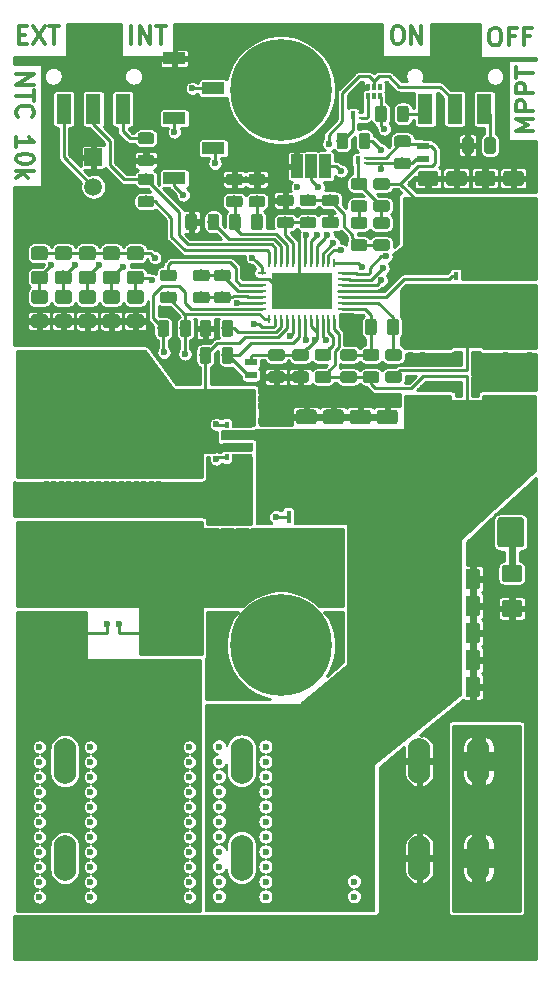
<source format=gtl>
G04 #@! TF.GenerationSoftware,KiCad,Pcbnew,(5.0.0-rc3-dev-13-g33a0856)*
G04 #@! TF.CreationDate,2018-08-15T10:40:50+02:00*
G04 #@! TF.ProjectId,BrainDeadMPPT,427261696E446561644D5050542E6B69,rev?*
G04 #@! TF.SameCoordinates,Original*
G04 #@! TF.FileFunction,Copper,L1,Top,Mixed*
G04 #@! TF.FilePolarity,Positive*
%FSLAX46Y46*%
G04 Gerber Fmt 4.6, Leading zero omitted, Abs format (unit mm)*
G04 Created by KiCad (PCBNEW (5.0.0-rc3-dev-13-g33a0856)) date Wednesday, 15. August 2018, 10:40:50*
%MOMM*%
%LPD*%
G01*
G04 APERTURE LIST*
G04 #@! TA.AperFunction,NonConductor*
%ADD10C,0.300000*%
G04 #@! TD*
G04 #@! TA.AperFunction,ComponentPad*
%ADD11C,8.600000*%
G04 #@! TD*
G04 #@! TA.AperFunction,ComponentPad*
%ADD12C,0.900000*%
G04 #@! TD*
G04 #@! TA.AperFunction,SMDPad,CuDef*
%ADD13R,0.250000X0.700000*%
G04 #@! TD*
G04 #@! TA.AperFunction,SMDPad,CuDef*
%ADD14R,0.700000X0.250000*%
G04 #@! TD*
G04 #@! TA.AperFunction,SMDPad,CuDef*
%ADD15R,5.150000X3.150000*%
G04 #@! TD*
G04 #@! TA.AperFunction,Conductor*
%ADD16C,0.100000*%
G04 #@! TD*
G04 #@! TA.AperFunction,SMDPad,CuDef*
%ADD17C,0.975000*%
G04 #@! TD*
G04 #@! TA.AperFunction,SMDPad,CuDef*
%ADD18C,1.250000*%
G04 #@! TD*
G04 #@! TA.AperFunction,SMDPad,CuDef*
%ADD19R,1.010000X0.510000*%
G04 #@! TD*
G04 #@! TA.AperFunction,SMDPad,CuDef*
%ADD20R,1.000000X2.000000*%
G04 #@! TD*
G04 #@! TA.AperFunction,SMDPad,CuDef*
%ADD21R,1.250000X2.500000*%
G04 #@! TD*
G04 #@! TA.AperFunction,SMDPad,CuDef*
%ADD22R,9.510000X2.380000*%
G04 #@! TD*
G04 #@! TA.AperFunction,SMDPad,CuDef*
%ADD23R,0.400000X0.250000*%
G04 #@! TD*
G04 #@! TA.AperFunction,SMDPad,CuDef*
%ADD24R,0.400000X0.700000*%
G04 #@! TD*
G04 #@! TA.AperFunction,SMDPad,CuDef*
%ADD25R,0.450000X0.520000*%
G04 #@! TD*
G04 #@! TA.AperFunction,SMDPad,CuDef*
%ADD26R,2.520000X0.750000*%
G04 #@! TD*
G04 #@! TA.AperFunction,SMDPad,CuDef*
%ADD27R,1.750000X0.520000*%
G04 #@! TD*
G04 #@! TA.AperFunction,SMDPad,CuDef*
%ADD28R,0.405000X0.990000*%
G04 #@! TD*
G04 #@! TA.AperFunction,SMDPad,CuDef*
%ADD29R,2.235000X1.725000*%
G04 #@! TD*
G04 #@! TA.AperFunction,SMDPad,CuDef*
%ADD30R,0.405000X0.760000*%
G04 #@! TD*
G04 #@! TA.AperFunction,SMDPad,CuDef*
%ADD31R,0.420000X0.700000*%
G04 #@! TD*
G04 #@! TA.AperFunction,SMDPad,CuDef*
%ADD32R,2.370000X1.700000*%
G04 #@! TD*
G04 #@! TA.AperFunction,SMDPad,CuDef*
%ADD33C,1.150000*%
G04 #@! TD*
G04 #@! TA.AperFunction,SMDPad,CuDef*
%ADD34C,1.425000*%
G04 #@! TD*
G04 #@! TA.AperFunction,SMDPad,CuDef*
%ADD35R,0.300000X0.490000*%
G04 #@! TD*
G04 #@! TA.AperFunction,SMDPad,CuDef*
%ADD36R,0.300000X0.520000*%
G04 #@! TD*
G04 #@! TA.AperFunction,SMDPad,CuDef*
%ADD37C,1.525000*%
G04 #@! TD*
G04 #@! TA.AperFunction,ComponentPad*
%ADD38R,1.500000X1.500000*%
G04 #@! TD*
G04 #@! TA.AperFunction,ComponentPad*
%ADD39C,1.500000*%
G04 #@! TD*
G04 #@! TA.AperFunction,ComponentPad*
%ADD40O,1.930400X3.860800*%
G04 #@! TD*
G04 #@! TA.AperFunction,SMDPad,CuDef*
%ADD41R,1.900000X1.000000*%
G04 #@! TD*
G04 #@! TA.AperFunction,SMDPad,CuDef*
%ADD42C,2.250000*%
G04 #@! TD*
G04 #@! TA.AperFunction,ViaPad*
%ADD43C,0.600000*%
G04 #@! TD*
G04 #@! TA.AperFunction,Conductor*
%ADD44C,0.250000*%
G04 #@! TD*
G04 #@! TA.AperFunction,Conductor*
%ADD45C,0.600000*%
G04 #@! TD*
G04 #@! TA.AperFunction,Conductor*
%ADD46C,0.220000*%
G04 #@! TD*
G04 #@! TA.AperFunction,Conductor*
%ADD47C,0.200000*%
G04 #@! TD*
G04 APERTURE END LIST*
D10*
X10326857Y-2075571D02*
X10326857Y-575571D01*
X11041142Y-2075571D02*
X11041142Y-575571D01*
X11898285Y-2075571D01*
X11898285Y-575571D01*
X12398285Y-575571D02*
X13255428Y-575571D01*
X12826857Y-2075571D02*
X12826857Y-575571D01*
X805857Y-1289857D02*
X1305857Y-1289857D01*
X1520142Y-2075571D02*
X805857Y-2075571D01*
X805857Y-575571D01*
X1520142Y-575571D01*
X2020142Y-575571D02*
X3020142Y-2075571D01*
X3020142Y-575571D02*
X2020142Y-2075571D01*
X3377285Y-575571D02*
X4234428Y-575571D01*
X3805857Y-2075571D02*
X3805857Y-575571D01*
X591428Y-4659857D02*
X2091428Y-4659857D01*
X591428Y-5517000D01*
X2091428Y-5517000D01*
X2091428Y-6017000D02*
X2091428Y-6874142D01*
X591428Y-6445571D02*
X2091428Y-6445571D01*
X734285Y-8231285D02*
X662857Y-8159857D01*
X591428Y-7945571D01*
X591428Y-7802714D01*
X662857Y-7588428D01*
X805714Y-7445571D01*
X948571Y-7374142D01*
X1234285Y-7302714D01*
X1448571Y-7302714D01*
X1734285Y-7374142D01*
X1877142Y-7445571D01*
X2020000Y-7588428D01*
X2091428Y-7802714D01*
X2091428Y-7945571D01*
X2020000Y-8159857D01*
X1948571Y-8231285D01*
X591428Y-10802714D02*
X591428Y-9945571D01*
X591428Y-10374142D02*
X2091428Y-10374142D01*
X1877142Y-10231285D01*
X1734285Y-10088428D01*
X1662857Y-9945571D01*
X2091428Y-11731285D02*
X2091428Y-11874142D01*
X2019999Y-12016999D01*
X1948571Y-12088428D01*
X1805714Y-12159857D01*
X1519999Y-12231285D01*
X1162857Y-12231285D01*
X877142Y-12159857D01*
X734285Y-12088428D01*
X662857Y-12016999D01*
X591428Y-11874142D01*
X591428Y-11731285D01*
X662857Y-11588428D01*
X734285Y-11516999D01*
X877142Y-11445571D01*
X1162857Y-11374142D01*
X1519999Y-11374142D01*
X1805714Y-11445571D01*
X1948571Y-11516999D01*
X2019999Y-11588428D01*
X2091428Y-11731285D01*
X591428Y-12874142D02*
X2091428Y-12874142D01*
X1162857Y-13016999D02*
X591428Y-13445571D01*
X1591428Y-13445571D02*
X1019999Y-12874142D01*
X40989428Y-702571D02*
X41275142Y-702571D01*
X41418000Y-774000D01*
X41560857Y-916857D01*
X41632285Y-1202571D01*
X41632285Y-1702571D01*
X41560857Y-1988285D01*
X41418000Y-2131142D01*
X41275142Y-2202571D01*
X40989428Y-2202571D01*
X40846571Y-2131142D01*
X40703714Y-1988285D01*
X40632285Y-1702571D01*
X40632285Y-1202571D01*
X40703714Y-916857D01*
X40846571Y-774000D01*
X40989428Y-702571D01*
X42775142Y-1416857D02*
X42275142Y-1416857D01*
X42275142Y-2202571D02*
X42275142Y-702571D01*
X42989428Y-702571D01*
X44060857Y-1416857D02*
X43560857Y-1416857D01*
X43560857Y-2202571D02*
X43560857Y-702571D01*
X44275142Y-702571D01*
X32726428Y-575571D02*
X33012142Y-575571D01*
X33155000Y-647000D01*
X33297857Y-789857D01*
X33369285Y-1075571D01*
X33369285Y-1575571D01*
X33297857Y-1861285D01*
X33155000Y-2004142D01*
X33012142Y-2075571D01*
X32726428Y-2075571D01*
X32583571Y-2004142D01*
X32440714Y-1861285D01*
X32369285Y-1575571D01*
X32369285Y-1075571D01*
X32440714Y-789857D01*
X32583571Y-647000D01*
X32726428Y-575571D01*
X34012142Y-2075571D02*
X34012142Y-575571D01*
X34869285Y-2075571D01*
X34869285Y-575571D01*
X44366571Y-9429428D02*
X42866571Y-9429428D01*
X43938000Y-8929428D01*
X42866571Y-8429428D01*
X44366571Y-8429428D01*
X44366571Y-7715142D02*
X42866571Y-7715142D01*
X42866571Y-7143714D01*
X42938000Y-7000857D01*
X43009428Y-6929428D01*
X43152285Y-6858000D01*
X43366571Y-6858000D01*
X43509428Y-6929428D01*
X43580857Y-7000857D01*
X43652285Y-7143714D01*
X43652285Y-7715142D01*
X44366571Y-6215142D02*
X42866571Y-6215142D01*
X42866571Y-5643714D01*
X42938000Y-5500857D01*
X43009428Y-5429428D01*
X43152285Y-5358000D01*
X43366571Y-5358000D01*
X43509428Y-5429428D01*
X43580857Y-5500857D01*
X43652285Y-5643714D01*
X43652285Y-6215142D01*
X42866571Y-4929428D02*
X42866571Y-4072285D01*
X44366571Y-4500857D02*
X42866571Y-4500857D01*
D11*
G04 #@! TO.P,MK1,1*
G04 #@! TO.N,Net-(MK1-Pad1)*
X23000000Y-53000000D03*
D12*
X26225000Y-53000000D03*
X25280419Y-55280419D03*
X23000000Y-56225000D03*
X20719581Y-55280419D03*
X19775000Y-53000000D03*
X20719581Y-50719581D03*
X23000000Y-49775000D03*
X25280419Y-50719581D03*
G04 #@! TD*
G04 #@! TO.P,MK2,1*
G04 #@! TO.N,Net-(MK2-Pad1)*
X25280419Y-3719581D03*
X23000000Y-2775000D03*
X20719581Y-3719581D03*
X19775000Y-6000000D03*
X20719581Y-8280419D03*
X23000000Y-9225000D03*
X25280419Y-8280419D03*
X26225000Y-6000000D03*
D11*
X23000000Y-6000000D03*
G04 #@! TD*
D13*
G04 #@! TO.P,U1,1*
G04 #@! TO.N,/CELLS1*
X27515000Y-20587000D03*
G04 #@! TO.P,U1,2*
G04 #@! TO.N,/CELLS2*
X27015000Y-20587000D03*
G04 #@! TO.P,U1,3*
G04 #@! TO.N,/DVCC*
X26515000Y-20587000D03*
G04 #@! TO.P,U1,4*
G04 #@! TO.N,/SCL*
X26015000Y-20587000D03*
G04 #@! TO.P,U1,5*
G04 #@! TO.N,/SDA*
X25515000Y-20587000D03*
G04 #@! TO.P,U1,6*
G04 #@! TO.N,/~SMBALERT*
X25015000Y-20587000D03*
G04 #@! TO.P,U1,7*
G04 #@! TO.N,GND*
X24515000Y-20587000D03*
G04 #@! TO.P,U1,8*
G04 #@! TO.N,Net-(C6-Pad1)*
X24015000Y-20587000D03*
G04 #@! TO.P,U1,9*
G04 #@! TO.N,Net-(Cc1-Pad1)*
X23515000Y-20587000D03*
G04 #@! TO.P,U1,10*
G04 #@! TO.N,Net-(Rt1-Pad1)*
X23015000Y-20587000D03*
G04 #@! TO.P,U1,11*
G04 #@! TO.N,Net-(JP2-Pad2)*
X22515000Y-20587000D03*
G04 #@! TO.P,U1,12*
G04 #@! TO.N,Net-(Rntcbias1-Pad1)*
X22015000Y-20587000D03*
D14*
G04 #@! TO.P,U1,13*
G04 #@! TO.N,Net-(J3-Pad2)*
X21365000Y-21487000D03*
G04 #@! TO.P,U1,14*
G04 #@! TO.N,GND*
X21365000Y-21987000D03*
G04 #@! TO.P,U1,15*
G04 #@! TO.N,Net-(C12-Pad1)*
X21365000Y-22487000D03*
G04 #@! TO.P,U1,16*
G04 #@! TO.N,Net-(C7-Pad2)*
X21365000Y-22987000D03*
G04 #@! TO.P,U1,17*
G04 #@! TO.N,Net-(C7-Pad1)*
X21365000Y-23487000D03*
G04 #@! TO.P,U1,18*
G04 #@! TO.N,BAT+*
X21365000Y-23987000D03*
G04 #@! TO.P,U1,19*
X21365000Y-24487000D03*
D13*
G04 #@! TO.P,U1,20*
G04 #@! TO.N,/BAT_PRESENSE*
X22015000Y-25387000D03*
G04 #@! TO.P,U1,21*
G04 #@! TO.N,Net-(JP1-Pad2)*
X22515000Y-25387000D03*
G04 #@! TO.P,U1,22*
G04 #@! TO.N,Net-(C8-Pad1)*
X23015000Y-25387000D03*
G04 #@! TO.P,U1,23*
G04 #@! TO.N,/SW*
X23515000Y-25387000D03*
G04 #@! TO.P,U1,24*
G04 #@! TO.N,Net-(M3-Pad8)*
X24015000Y-25387000D03*
G04 #@! TO.P,U1,25*
G04 #@! TO.N,Net-(Cb1-Pad2)*
X24515000Y-25387000D03*
G04 #@! TO.P,U1,26*
G04 #@! TO.N,Net-(M3-Pad1)*
X25015000Y-25387000D03*
G04 #@! TO.P,U1,27*
G04 #@! TO.N,INT_VCC*
X25515000Y-25387000D03*
G04 #@! TO.P,U1,28*
X26015000Y-25387000D03*
G04 #@! TO.P,U1,29*
G04 #@! TO.N,Net-(M4-Pad4)*
X26515000Y-25387000D03*
G04 #@! TO.P,U1,30*
G04 #@! TO.N,Net-(C15-Pad2)*
X27015000Y-25387000D03*
G04 #@! TO.P,U1,31*
G04 #@! TO.N,LOAD+*
X27515000Y-25387000D03*
D14*
G04 #@! TO.P,U1,32*
G04 #@! TO.N,Net-(C16-Pad2)*
X28165000Y-24487000D03*
G04 #@! TO.P,U1,33*
G04 #@! TO.N,Net-(C16-Pad1)*
X28165000Y-23987000D03*
G04 #@! TO.P,U1,34*
G04 #@! TO.N,Net-(M5-Pad4)*
X28165000Y-23487000D03*
G04 #@! TO.P,U1,35*
G04 #@! TO.N,VIN+*
X28165000Y-22987000D03*
G04 #@! TO.P,U1,36*
G04 #@! TO.N,/CHEM0*
X28165000Y-22487000D03*
G04 #@! TO.P,U1,37*
G04 #@! TO.N,/CHEM1*
X28165000Y-21987000D03*
G04 #@! TO.P,U1,38*
G04 #@! TO.N,/CELLS0*
X28165000Y-21487000D03*
D15*
G04 #@! TO.P,U1,39*
G04 #@! TO.N,GND*
X24765000Y-22987000D03*
G04 #@! TD*
D16*
G04 #@! TO.N,Net-(C1-Pad2)*
G04 #@! TO.C,C1*
G36*
X30071142Y-15310174D02*
X30094803Y-15313684D01*
X30118007Y-15319496D01*
X30140529Y-15327554D01*
X30162153Y-15337782D01*
X30182670Y-15350079D01*
X30201883Y-15364329D01*
X30219607Y-15380393D01*
X30235671Y-15398117D01*
X30249921Y-15417330D01*
X30262218Y-15437847D01*
X30272446Y-15459471D01*
X30280504Y-15481993D01*
X30286316Y-15505197D01*
X30289826Y-15528858D01*
X30291000Y-15552750D01*
X30291000Y-16040250D01*
X30289826Y-16064142D01*
X30286316Y-16087803D01*
X30280504Y-16111007D01*
X30272446Y-16133529D01*
X30262218Y-16155153D01*
X30249921Y-16175670D01*
X30235671Y-16194883D01*
X30219607Y-16212607D01*
X30201883Y-16228671D01*
X30182670Y-16242921D01*
X30162153Y-16255218D01*
X30140529Y-16265446D01*
X30118007Y-16273504D01*
X30094803Y-16279316D01*
X30071142Y-16282826D01*
X30047250Y-16284000D01*
X29134750Y-16284000D01*
X29110858Y-16282826D01*
X29087197Y-16279316D01*
X29063993Y-16273504D01*
X29041471Y-16265446D01*
X29019847Y-16255218D01*
X28999330Y-16242921D01*
X28980117Y-16228671D01*
X28962393Y-16212607D01*
X28946329Y-16194883D01*
X28932079Y-16175670D01*
X28919782Y-16155153D01*
X28909554Y-16133529D01*
X28901496Y-16111007D01*
X28895684Y-16087803D01*
X28892174Y-16064142D01*
X28891000Y-16040250D01*
X28891000Y-15552750D01*
X28892174Y-15528858D01*
X28895684Y-15505197D01*
X28901496Y-15481993D01*
X28909554Y-15459471D01*
X28919782Y-15437847D01*
X28932079Y-15417330D01*
X28946329Y-15398117D01*
X28962393Y-15380393D01*
X28980117Y-15364329D01*
X28999330Y-15350079D01*
X29019847Y-15337782D01*
X29041471Y-15327554D01*
X29063993Y-15319496D01*
X29087197Y-15313684D01*
X29110858Y-15310174D01*
X29134750Y-15309000D01*
X30047250Y-15309000D01*
X30071142Y-15310174D01*
X30071142Y-15310174D01*
G37*
D17*
G04 #@! TD*
G04 #@! TO.P,C1,2*
G04 #@! TO.N,Net-(C1-Pad2)*
X29591000Y-15796500D03*
D16*
G04 #@! TO.N,Net-(C1-Pad1)*
G04 #@! TO.C,C1*
G36*
X30071142Y-13435174D02*
X30094803Y-13438684D01*
X30118007Y-13444496D01*
X30140529Y-13452554D01*
X30162153Y-13462782D01*
X30182670Y-13475079D01*
X30201883Y-13489329D01*
X30219607Y-13505393D01*
X30235671Y-13523117D01*
X30249921Y-13542330D01*
X30262218Y-13562847D01*
X30272446Y-13584471D01*
X30280504Y-13606993D01*
X30286316Y-13630197D01*
X30289826Y-13653858D01*
X30291000Y-13677750D01*
X30291000Y-14165250D01*
X30289826Y-14189142D01*
X30286316Y-14212803D01*
X30280504Y-14236007D01*
X30272446Y-14258529D01*
X30262218Y-14280153D01*
X30249921Y-14300670D01*
X30235671Y-14319883D01*
X30219607Y-14337607D01*
X30201883Y-14353671D01*
X30182670Y-14367921D01*
X30162153Y-14380218D01*
X30140529Y-14390446D01*
X30118007Y-14398504D01*
X30094803Y-14404316D01*
X30071142Y-14407826D01*
X30047250Y-14409000D01*
X29134750Y-14409000D01*
X29110858Y-14407826D01*
X29087197Y-14404316D01*
X29063993Y-14398504D01*
X29041471Y-14390446D01*
X29019847Y-14380218D01*
X28999330Y-14367921D01*
X28980117Y-14353671D01*
X28962393Y-14337607D01*
X28946329Y-14319883D01*
X28932079Y-14300670D01*
X28919782Y-14280153D01*
X28909554Y-14258529D01*
X28901496Y-14236007D01*
X28895684Y-14212803D01*
X28892174Y-14189142D01*
X28891000Y-14165250D01*
X28891000Y-13677750D01*
X28892174Y-13653858D01*
X28895684Y-13630197D01*
X28901496Y-13606993D01*
X28909554Y-13584471D01*
X28919782Y-13562847D01*
X28932079Y-13542330D01*
X28946329Y-13523117D01*
X28962393Y-13505393D01*
X28980117Y-13489329D01*
X28999330Y-13475079D01*
X29019847Y-13462782D01*
X29041471Y-13452554D01*
X29063993Y-13444496D01*
X29087197Y-13438684D01*
X29110858Y-13435174D01*
X29134750Y-13434000D01*
X30047250Y-13434000D01*
X30071142Y-13435174D01*
X30071142Y-13435174D01*
G37*
D17*
G04 #@! TD*
G04 #@! TO.P,C1,1*
G04 #@! TO.N,Net-(C1-Pad1)*
X29591000Y-13921500D03*
D16*
G04 #@! TO.N,GND*
G04 #@! TO.C,C6*
G36*
X23848142Y-14832174D02*
X23871803Y-14835684D01*
X23895007Y-14841496D01*
X23917529Y-14849554D01*
X23939153Y-14859782D01*
X23959670Y-14872079D01*
X23978883Y-14886329D01*
X23996607Y-14902393D01*
X24012671Y-14920117D01*
X24026921Y-14939330D01*
X24039218Y-14959847D01*
X24049446Y-14981471D01*
X24057504Y-15003993D01*
X24063316Y-15027197D01*
X24066826Y-15050858D01*
X24068000Y-15074750D01*
X24068000Y-15562250D01*
X24066826Y-15586142D01*
X24063316Y-15609803D01*
X24057504Y-15633007D01*
X24049446Y-15655529D01*
X24039218Y-15677153D01*
X24026921Y-15697670D01*
X24012671Y-15716883D01*
X23996607Y-15734607D01*
X23978883Y-15750671D01*
X23959670Y-15764921D01*
X23939153Y-15777218D01*
X23917529Y-15787446D01*
X23895007Y-15795504D01*
X23871803Y-15801316D01*
X23848142Y-15804826D01*
X23824250Y-15806000D01*
X22911750Y-15806000D01*
X22887858Y-15804826D01*
X22864197Y-15801316D01*
X22840993Y-15795504D01*
X22818471Y-15787446D01*
X22796847Y-15777218D01*
X22776330Y-15764921D01*
X22757117Y-15750671D01*
X22739393Y-15734607D01*
X22723329Y-15716883D01*
X22709079Y-15697670D01*
X22696782Y-15677153D01*
X22686554Y-15655529D01*
X22678496Y-15633007D01*
X22672684Y-15609803D01*
X22669174Y-15586142D01*
X22668000Y-15562250D01*
X22668000Y-15074750D01*
X22669174Y-15050858D01*
X22672684Y-15027197D01*
X22678496Y-15003993D01*
X22686554Y-14981471D01*
X22696782Y-14959847D01*
X22709079Y-14939330D01*
X22723329Y-14920117D01*
X22739393Y-14902393D01*
X22757117Y-14886329D01*
X22776330Y-14872079D01*
X22796847Y-14859782D01*
X22818471Y-14849554D01*
X22840993Y-14841496D01*
X22864197Y-14835684D01*
X22887858Y-14832174D01*
X22911750Y-14831000D01*
X23824250Y-14831000D01*
X23848142Y-14832174D01*
X23848142Y-14832174D01*
G37*
D17*
G04 #@! TD*
G04 #@! TO.P,C6,2*
G04 #@! TO.N,GND*
X23368000Y-15318500D03*
D16*
G04 #@! TO.N,Net-(C6-Pad1)*
G04 #@! TO.C,C6*
G36*
X23848142Y-16707174D02*
X23871803Y-16710684D01*
X23895007Y-16716496D01*
X23917529Y-16724554D01*
X23939153Y-16734782D01*
X23959670Y-16747079D01*
X23978883Y-16761329D01*
X23996607Y-16777393D01*
X24012671Y-16795117D01*
X24026921Y-16814330D01*
X24039218Y-16834847D01*
X24049446Y-16856471D01*
X24057504Y-16878993D01*
X24063316Y-16902197D01*
X24066826Y-16925858D01*
X24068000Y-16949750D01*
X24068000Y-17437250D01*
X24066826Y-17461142D01*
X24063316Y-17484803D01*
X24057504Y-17508007D01*
X24049446Y-17530529D01*
X24039218Y-17552153D01*
X24026921Y-17572670D01*
X24012671Y-17591883D01*
X23996607Y-17609607D01*
X23978883Y-17625671D01*
X23959670Y-17639921D01*
X23939153Y-17652218D01*
X23917529Y-17662446D01*
X23895007Y-17670504D01*
X23871803Y-17676316D01*
X23848142Y-17679826D01*
X23824250Y-17681000D01*
X22911750Y-17681000D01*
X22887858Y-17679826D01*
X22864197Y-17676316D01*
X22840993Y-17670504D01*
X22818471Y-17662446D01*
X22796847Y-17652218D01*
X22776330Y-17639921D01*
X22757117Y-17625671D01*
X22739393Y-17609607D01*
X22723329Y-17591883D01*
X22709079Y-17572670D01*
X22696782Y-17552153D01*
X22686554Y-17530529D01*
X22678496Y-17508007D01*
X22672684Y-17484803D01*
X22669174Y-17461142D01*
X22668000Y-17437250D01*
X22668000Y-16949750D01*
X22669174Y-16925858D01*
X22672684Y-16902197D01*
X22678496Y-16878993D01*
X22686554Y-16856471D01*
X22696782Y-16834847D01*
X22709079Y-16814330D01*
X22723329Y-16795117D01*
X22739393Y-16777393D01*
X22757117Y-16761329D01*
X22776330Y-16747079D01*
X22796847Y-16734782D01*
X22818471Y-16724554D01*
X22840993Y-16716496D01*
X22864197Y-16710684D01*
X22887858Y-16707174D01*
X22911750Y-16706000D01*
X23824250Y-16706000D01*
X23848142Y-16707174D01*
X23848142Y-16707174D01*
G37*
D17*
G04 #@! TD*
G04 #@! TO.P,C6,1*
G04 #@! TO.N,Net-(C6-Pad1)*
X23368000Y-17193500D03*
D16*
G04 #@! TO.N,Net-(C7-Pad1)*
G04 #@! TO.C,C7*
G36*
X18514142Y-23057174D02*
X18537803Y-23060684D01*
X18561007Y-23066496D01*
X18583529Y-23074554D01*
X18605153Y-23084782D01*
X18625670Y-23097079D01*
X18644883Y-23111329D01*
X18662607Y-23127393D01*
X18678671Y-23145117D01*
X18692921Y-23164330D01*
X18705218Y-23184847D01*
X18715446Y-23206471D01*
X18723504Y-23228993D01*
X18729316Y-23252197D01*
X18732826Y-23275858D01*
X18734000Y-23299750D01*
X18734000Y-23787250D01*
X18732826Y-23811142D01*
X18729316Y-23834803D01*
X18723504Y-23858007D01*
X18715446Y-23880529D01*
X18705218Y-23902153D01*
X18692921Y-23922670D01*
X18678671Y-23941883D01*
X18662607Y-23959607D01*
X18644883Y-23975671D01*
X18625670Y-23989921D01*
X18605153Y-24002218D01*
X18583529Y-24012446D01*
X18561007Y-24020504D01*
X18537803Y-24026316D01*
X18514142Y-24029826D01*
X18490250Y-24031000D01*
X17577750Y-24031000D01*
X17553858Y-24029826D01*
X17530197Y-24026316D01*
X17506993Y-24020504D01*
X17484471Y-24012446D01*
X17462847Y-24002218D01*
X17442330Y-23989921D01*
X17423117Y-23975671D01*
X17405393Y-23959607D01*
X17389329Y-23941883D01*
X17375079Y-23922670D01*
X17362782Y-23902153D01*
X17352554Y-23880529D01*
X17344496Y-23858007D01*
X17338684Y-23834803D01*
X17335174Y-23811142D01*
X17334000Y-23787250D01*
X17334000Y-23299750D01*
X17335174Y-23275858D01*
X17338684Y-23252197D01*
X17344496Y-23228993D01*
X17352554Y-23206471D01*
X17362782Y-23184847D01*
X17375079Y-23164330D01*
X17389329Y-23145117D01*
X17405393Y-23127393D01*
X17423117Y-23111329D01*
X17442330Y-23097079D01*
X17462847Y-23084782D01*
X17484471Y-23074554D01*
X17506993Y-23066496D01*
X17530197Y-23060684D01*
X17553858Y-23057174D01*
X17577750Y-23056000D01*
X18490250Y-23056000D01*
X18514142Y-23057174D01*
X18514142Y-23057174D01*
G37*
D17*
G04 #@! TD*
G04 #@! TO.P,C7,1*
G04 #@! TO.N,Net-(C7-Pad1)*
X18034000Y-23543500D03*
D16*
G04 #@! TO.N,Net-(C7-Pad2)*
G04 #@! TO.C,C7*
G36*
X18514142Y-21182174D02*
X18537803Y-21185684D01*
X18561007Y-21191496D01*
X18583529Y-21199554D01*
X18605153Y-21209782D01*
X18625670Y-21222079D01*
X18644883Y-21236329D01*
X18662607Y-21252393D01*
X18678671Y-21270117D01*
X18692921Y-21289330D01*
X18705218Y-21309847D01*
X18715446Y-21331471D01*
X18723504Y-21353993D01*
X18729316Y-21377197D01*
X18732826Y-21400858D01*
X18734000Y-21424750D01*
X18734000Y-21912250D01*
X18732826Y-21936142D01*
X18729316Y-21959803D01*
X18723504Y-21983007D01*
X18715446Y-22005529D01*
X18705218Y-22027153D01*
X18692921Y-22047670D01*
X18678671Y-22066883D01*
X18662607Y-22084607D01*
X18644883Y-22100671D01*
X18625670Y-22114921D01*
X18605153Y-22127218D01*
X18583529Y-22137446D01*
X18561007Y-22145504D01*
X18537803Y-22151316D01*
X18514142Y-22154826D01*
X18490250Y-22156000D01*
X17577750Y-22156000D01*
X17553858Y-22154826D01*
X17530197Y-22151316D01*
X17506993Y-22145504D01*
X17484471Y-22137446D01*
X17462847Y-22127218D01*
X17442330Y-22114921D01*
X17423117Y-22100671D01*
X17405393Y-22084607D01*
X17389329Y-22066883D01*
X17375079Y-22047670D01*
X17362782Y-22027153D01*
X17352554Y-22005529D01*
X17344496Y-21983007D01*
X17338684Y-21959803D01*
X17335174Y-21936142D01*
X17334000Y-21912250D01*
X17334000Y-21424750D01*
X17335174Y-21400858D01*
X17338684Y-21377197D01*
X17344496Y-21353993D01*
X17352554Y-21331471D01*
X17362782Y-21309847D01*
X17375079Y-21289330D01*
X17389329Y-21270117D01*
X17405393Y-21252393D01*
X17423117Y-21236329D01*
X17442330Y-21222079D01*
X17462847Y-21209782D01*
X17484471Y-21199554D01*
X17506993Y-21191496D01*
X17530197Y-21185684D01*
X17553858Y-21182174D01*
X17577750Y-21181000D01*
X18490250Y-21181000D01*
X18514142Y-21182174D01*
X18514142Y-21182174D01*
G37*
D17*
G04 #@! TD*
G04 #@! TO.P,C7,2*
G04 #@! TO.N,Net-(C7-Pad2)*
X18034000Y-21668500D03*
D16*
G04 #@! TO.N,GND*
G04 #@! TO.C,C8*
G36*
X16856142Y-25463174D02*
X16879803Y-25466684D01*
X16903007Y-25472496D01*
X16925529Y-25480554D01*
X16947153Y-25490782D01*
X16967670Y-25503079D01*
X16986883Y-25517329D01*
X17004607Y-25533393D01*
X17020671Y-25551117D01*
X17034921Y-25570330D01*
X17047218Y-25590847D01*
X17057446Y-25612471D01*
X17065504Y-25634993D01*
X17071316Y-25658197D01*
X17074826Y-25681858D01*
X17076000Y-25705750D01*
X17076000Y-26618250D01*
X17074826Y-26642142D01*
X17071316Y-26665803D01*
X17065504Y-26689007D01*
X17057446Y-26711529D01*
X17047218Y-26733153D01*
X17034921Y-26753670D01*
X17020671Y-26772883D01*
X17004607Y-26790607D01*
X16986883Y-26806671D01*
X16967670Y-26820921D01*
X16947153Y-26833218D01*
X16925529Y-26843446D01*
X16903007Y-26851504D01*
X16879803Y-26857316D01*
X16856142Y-26860826D01*
X16832250Y-26862000D01*
X16344750Y-26862000D01*
X16320858Y-26860826D01*
X16297197Y-26857316D01*
X16273993Y-26851504D01*
X16251471Y-26843446D01*
X16229847Y-26833218D01*
X16209330Y-26820921D01*
X16190117Y-26806671D01*
X16172393Y-26790607D01*
X16156329Y-26772883D01*
X16142079Y-26753670D01*
X16129782Y-26733153D01*
X16119554Y-26711529D01*
X16111496Y-26689007D01*
X16105684Y-26665803D01*
X16102174Y-26642142D01*
X16101000Y-26618250D01*
X16101000Y-25705750D01*
X16102174Y-25681858D01*
X16105684Y-25658197D01*
X16111496Y-25634993D01*
X16119554Y-25612471D01*
X16129782Y-25590847D01*
X16142079Y-25570330D01*
X16156329Y-25551117D01*
X16172393Y-25533393D01*
X16190117Y-25517329D01*
X16209330Y-25503079D01*
X16229847Y-25490782D01*
X16251471Y-25480554D01*
X16273993Y-25472496D01*
X16297197Y-25466684D01*
X16320858Y-25463174D01*
X16344750Y-25462000D01*
X16832250Y-25462000D01*
X16856142Y-25463174D01*
X16856142Y-25463174D01*
G37*
D17*
G04 #@! TD*
G04 #@! TO.P,C8,2*
G04 #@! TO.N,GND*
X16588500Y-26162000D03*
D16*
G04 #@! TO.N,Net-(C8-Pad1)*
G04 #@! TO.C,C8*
G36*
X18731142Y-25463174D02*
X18754803Y-25466684D01*
X18778007Y-25472496D01*
X18800529Y-25480554D01*
X18822153Y-25490782D01*
X18842670Y-25503079D01*
X18861883Y-25517329D01*
X18879607Y-25533393D01*
X18895671Y-25551117D01*
X18909921Y-25570330D01*
X18922218Y-25590847D01*
X18932446Y-25612471D01*
X18940504Y-25634993D01*
X18946316Y-25658197D01*
X18949826Y-25681858D01*
X18951000Y-25705750D01*
X18951000Y-26618250D01*
X18949826Y-26642142D01*
X18946316Y-26665803D01*
X18940504Y-26689007D01*
X18932446Y-26711529D01*
X18922218Y-26733153D01*
X18909921Y-26753670D01*
X18895671Y-26772883D01*
X18879607Y-26790607D01*
X18861883Y-26806671D01*
X18842670Y-26820921D01*
X18822153Y-26833218D01*
X18800529Y-26843446D01*
X18778007Y-26851504D01*
X18754803Y-26857316D01*
X18731142Y-26860826D01*
X18707250Y-26862000D01*
X18219750Y-26862000D01*
X18195858Y-26860826D01*
X18172197Y-26857316D01*
X18148993Y-26851504D01*
X18126471Y-26843446D01*
X18104847Y-26833218D01*
X18084330Y-26820921D01*
X18065117Y-26806671D01*
X18047393Y-26790607D01*
X18031329Y-26772883D01*
X18017079Y-26753670D01*
X18004782Y-26733153D01*
X17994554Y-26711529D01*
X17986496Y-26689007D01*
X17980684Y-26665803D01*
X17977174Y-26642142D01*
X17976000Y-26618250D01*
X17976000Y-25705750D01*
X17977174Y-25681858D01*
X17980684Y-25658197D01*
X17986496Y-25634993D01*
X17994554Y-25612471D01*
X18004782Y-25590847D01*
X18017079Y-25570330D01*
X18031329Y-25551117D01*
X18047393Y-25533393D01*
X18065117Y-25517329D01*
X18084330Y-25503079D01*
X18104847Y-25490782D01*
X18126471Y-25480554D01*
X18148993Y-25472496D01*
X18172197Y-25466684D01*
X18195858Y-25463174D01*
X18219750Y-25462000D01*
X18707250Y-25462000D01*
X18731142Y-25463174D01*
X18731142Y-25463174D01*
G37*
D17*
G04 #@! TD*
G04 #@! TO.P,C8,1*
G04 #@! TO.N,Net-(C8-Pad1)*
X18463500Y-26162000D03*
D16*
G04 #@! TO.N,/BAT_PRESENSE*
G04 #@! TO.C,C11*
G36*
X15175142Y-25463174D02*
X15198803Y-25466684D01*
X15222007Y-25472496D01*
X15244529Y-25480554D01*
X15266153Y-25490782D01*
X15286670Y-25503079D01*
X15305883Y-25517329D01*
X15323607Y-25533393D01*
X15339671Y-25551117D01*
X15353921Y-25570330D01*
X15366218Y-25590847D01*
X15376446Y-25612471D01*
X15384504Y-25634993D01*
X15390316Y-25658197D01*
X15393826Y-25681858D01*
X15395000Y-25705750D01*
X15395000Y-26618250D01*
X15393826Y-26642142D01*
X15390316Y-26665803D01*
X15384504Y-26689007D01*
X15376446Y-26711529D01*
X15366218Y-26733153D01*
X15353921Y-26753670D01*
X15339671Y-26772883D01*
X15323607Y-26790607D01*
X15305883Y-26806671D01*
X15286670Y-26820921D01*
X15266153Y-26833218D01*
X15244529Y-26843446D01*
X15222007Y-26851504D01*
X15198803Y-26857316D01*
X15175142Y-26860826D01*
X15151250Y-26862000D01*
X14663750Y-26862000D01*
X14639858Y-26860826D01*
X14616197Y-26857316D01*
X14592993Y-26851504D01*
X14570471Y-26843446D01*
X14548847Y-26833218D01*
X14528330Y-26820921D01*
X14509117Y-26806671D01*
X14491393Y-26790607D01*
X14475329Y-26772883D01*
X14461079Y-26753670D01*
X14448782Y-26733153D01*
X14438554Y-26711529D01*
X14430496Y-26689007D01*
X14424684Y-26665803D01*
X14421174Y-26642142D01*
X14420000Y-26618250D01*
X14420000Y-25705750D01*
X14421174Y-25681858D01*
X14424684Y-25658197D01*
X14430496Y-25634993D01*
X14438554Y-25612471D01*
X14448782Y-25590847D01*
X14461079Y-25570330D01*
X14475329Y-25551117D01*
X14491393Y-25533393D01*
X14509117Y-25517329D01*
X14528330Y-25503079D01*
X14548847Y-25490782D01*
X14570471Y-25480554D01*
X14592993Y-25472496D01*
X14616197Y-25466684D01*
X14639858Y-25463174D01*
X14663750Y-25462000D01*
X15151250Y-25462000D01*
X15175142Y-25463174D01*
X15175142Y-25463174D01*
G37*
D17*
G04 #@! TD*
G04 #@! TO.P,C11,1*
G04 #@! TO.N,/BAT_PRESENSE*
X14907500Y-26162000D03*
D16*
G04 #@! TO.N,BAT+*
G04 #@! TO.C,C11*
G36*
X13300142Y-25463174D02*
X13323803Y-25466684D01*
X13347007Y-25472496D01*
X13369529Y-25480554D01*
X13391153Y-25490782D01*
X13411670Y-25503079D01*
X13430883Y-25517329D01*
X13448607Y-25533393D01*
X13464671Y-25551117D01*
X13478921Y-25570330D01*
X13491218Y-25590847D01*
X13501446Y-25612471D01*
X13509504Y-25634993D01*
X13515316Y-25658197D01*
X13518826Y-25681858D01*
X13520000Y-25705750D01*
X13520000Y-26618250D01*
X13518826Y-26642142D01*
X13515316Y-26665803D01*
X13509504Y-26689007D01*
X13501446Y-26711529D01*
X13491218Y-26733153D01*
X13478921Y-26753670D01*
X13464671Y-26772883D01*
X13448607Y-26790607D01*
X13430883Y-26806671D01*
X13411670Y-26820921D01*
X13391153Y-26833218D01*
X13369529Y-26843446D01*
X13347007Y-26851504D01*
X13323803Y-26857316D01*
X13300142Y-26860826D01*
X13276250Y-26862000D01*
X12788750Y-26862000D01*
X12764858Y-26860826D01*
X12741197Y-26857316D01*
X12717993Y-26851504D01*
X12695471Y-26843446D01*
X12673847Y-26833218D01*
X12653330Y-26820921D01*
X12634117Y-26806671D01*
X12616393Y-26790607D01*
X12600329Y-26772883D01*
X12586079Y-26753670D01*
X12573782Y-26733153D01*
X12563554Y-26711529D01*
X12555496Y-26689007D01*
X12549684Y-26665803D01*
X12546174Y-26642142D01*
X12545000Y-26618250D01*
X12545000Y-25705750D01*
X12546174Y-25681858D01*
X12549684Y-25658197D01*
X12555496Y-25634993D01*
X12563554Y-25612471D01*
X12573782Y-25590847D01*
X12586079Y-25570330D01*
X12600329Y-25551117D01*
X12616393Y-25533393D01*
X12634117Y-25517329D01*
X12653330Y-25503079D01*
X12673847Y-25490782D01*
X12695471Y-25480554D01*
X12717993Y-25472496D01*
X12741197Y-25466684D01*
X12764858Y-25463174D01*
X12788750Y-25462000D01*
X13276250Y-25462000D01*
X13300142Y-25463174D01*
X13300142Y-25463174D01*
G37*
D17*
G04 #@! TD*
G04 #@! TO.P,C11,2*
G04 #@! TO.N,BAT+*
X13032500Y-26162000D03*
D16*
G04 #@! TO.N,Net-(C12-Pad1)*
G04 #@! TO.C,C12*
G36*
X13942142Y-21182174D02*
X13965803Y-21185684D01*
X13989007Y-21191496D01*
X14011529Y-21199554D01*
X14033153Y-21209782D01*
X14053670Y-21222079D01*
X14072883Y-21236329D01*
X14090607Y-21252393D01*
X14106671Y-21270117D01*
X14120921Y-21289330D01*
X14133218Y-21309847D01*
X14143446Y-21331471D01*
X14151504Y-21353993D01*
X14157316Y-21377197D01*
X14160826Y-21400858D01*
X14162000Y-21424750D01*
X14162000Y-21912250D01*
X14160826Y-21936142D01*
X14157316Y-21959803D01*
X14151504Y-21983007D01*
X14143446Y-22005529D01*
X14133218Y-22027153D01*
X14120921Y-22047670D01*
X14106671Y-22066883D01*
X14090607Y-22084607D01*
X14072883Y-22100671D01*
X14053670Y-22114921D01*
X14033153Y-22127218D01*
X14011529Y-22137446D01*
X13989007Y-22145504D01*
X13965803Y-22151316D01*
X13942142Y-22154826D01*
X13918250Y-22156000D01*
X13005750Y-22156000D01*
X12981858Y-22154826D01*
X12958197Y-22151316D01*
X12934993Y-22145504D01*
X12912471Y-22137446D01*
X12890847Y-22127218D01*
X12870330Y-22114921D01*
X12851117Y-22100671D01*
X12833393Y-22084607D01*
X12817329Y-22066883D01*
X12803079Y-22047670D01*
X12790782Y-22027153D01*
X12780554Y-22005529D01*
X12772496Y-21983007D01*
X12766684Y-21959803D01*
X12763174Y-21936142D01*
X12762000Y-21912250D01*
X12762000Y-21424750D01*
X12763174Y-21400858D01*
X12766684Y-21377197D01*
X12772496Y-21353993D01*
X12780554Y-21331471D01*
X12790782Y-21309847D01*
X12803079Y-21289330D01*
X12817329Y-21270117D01*
X12833393Y-21252393D01*
X12851117Y-21236329D01*
X12870330Y-21222079D01*
X12890847Y-21209782D01*
X12912471Y-21199554D01*
X12934993Y-21191496D01*
X12958197Y-21185684D01*
X12981858Y-21182174D01*
X13005750Y-21181000D01*
X13918250Y-21181000D01*
X13942142Y-21182174D01*
X13942142Y-21182174D01*
G37*
D17*
G04 #@! TD*
G04 #@! TO.P,C12,1*
G04 #@! TO.N,Net-(C12-Pad1)*
X13462000Y-21668500D03*
D16*
G04 #@! TO.N,/BAT_PRESENSE*
G04 #@! TO.C,C12*
G36*
X13942142Y-23057174D02*
X13965803Y-23060684D01*
X13989007Y-23066496D01*
X14011529Y-23074554D01*
X14033153Y-23084782D01*
X14053670Y-23097079D01*
X14072883Y-23111329D01*
X14090607Y-23127393D01*
X14106671Y-23145117D01*
X14120921Y-23164330D01*
X14133218Y-23184847D01*
X14143446Y-23206471D01*
X14151504Y-23228993D01*
X14157316Y-23252197D01*
X14160826Y-23275858D01*
X14162000Y-23299750D01*
X14162000Y-23787250D01*
X14160826Y-23811142D01*
X14157316Y-23834803D01*
X14151504Y-23858007D01*
X14143446Y-23880529D01*
X14133218Y-23902153D01*
X14120921Y-23922670D01*
X14106671Y-23941883D01*
X14090607Y-23959607D01*
X14072883Y-23975671D01*
X14053670Y-23989921D01*
X14033153Y-24002218D01*
X14011529Y-24012446D01*
X13989007Y-24020504D01*
X13965803Y-24026316D01*
X13942142Y-24029826D01*
X13918250Y-24031000D01*
X13005750Y-24031000D01*
X12981858Y-24029826D01*
X12958197Y-24026316D01*
X12934993Y-24020504D01*
X12912471Y-24012446D01*
X12890847Y-24002218D01*
X12870330Y-23989921D01*
X12851117Y-23975671D01*
X12833393Y-23959607D01*
X12817329Y-23941883D01*
X12803079Y-23922670D01*
X12790782Y-23902153D01*
X12780554Y-23880529D01*
X12772496Y-23858007D01*
X12766684Y-23834803D01*
X12763174Y-23811142D01*
X12762000Y-23787250D01*
X12762000Y-23299750D01*
X12763174Y-23275858D01*
X12766684Y-23252197D01*
X12772496Y-23228993D01*
X12780554Y-23206471D01*
X12790782Y-23184847D01*
X12803079Y-23164330D01*
X12817329Y-23145117D01*
X12833393Y-23127393D01*
X12851117Y-23111329D01*
X12870330Y-23097079D01*
X12890847Y-23084782D01*
X12912471Y-23074554D01*
X12934993Y-23066496D01*
X12958197Y-23060684D01*
X12981858Y-23057174D01*
X13005750Y-23056000D01*
X13918250Y-23056000D01*
X13942142Y-23057174D01*
X13942142Y-23057174D01*
G37*
D17*
G04 #@! TD*
G04 #@! TO.P,C12,2*
G04 #@! TO.N,/BAT_PRESENSE*
X13462000Y-23543500D03*
D16*
G04 #@! TO.N,INT_VCC*
G04 #@! TO.C,C13*
G36*
X25118142Y-27913174D02*
X25141803Y-27916684D01*
X25165007Y-27922496D01*
X25187529Y-27930554D01*
X25209153Y-27940782D01*
X25229670Y-27953079D01*
X25248883Y-27967329D01*
X25266607Y-27983393D01*
X25282671Y-28001117D01*
X25296921Y-28020330D01*
X25309218Y-28040847D01*
X25319446Y-28062471D01*
X25327504Y-28084993D01*
X25333316Y-28108197D01*
X25336826Y-28131858D01*
X25338000Y-28155750D01*
X25338000Y-28643250D01*
X25336826Y-28667142D01*
X25333316Y-28690803D01*
X25327504Y-28714007D01*
X25319446Y-28736529D01*
X25309218Y-28758153D01*
X25296921Y-28778670D01*
X25282671Y-28797883D01*
X25266607Y-28815607D01*
X25248883Y-28831671D01*
X25229670Y-28845921D01*
X25209153Y-28858218D01*
X25187529Y-28868446D01*
X25165007Y-28876504D01*
X25141803Y-28882316D01*
X25118142Y-28885826D01*
X25094250Y-28887000D01*
X24181750Y-28887000D01*
X24157858Y-28885826D01*
X24134197Y-28882316D01*
X24110993Y-28876504D01*
X24088471Y-28868446D01*
X24066847Y-28858218D01*
X24046330Y-28845921D01*
X24027117Y-28831671D01*
X24009393Y-28815607D01*
X23993329Y-28797883D01*
X23979079Y-28778670D01*
X23966782Y-28758153D01*
X23956554Y-28736529D01*
X23948496Y-28714007D01*
X23942684Y-28690803D01*
X23939174Y-28667142D01*
X23938000Y-28643250D01*
X23938000Y-28155750D01*
X23939174Y-28131858D01*
X23942684Y-28108197D01*
X23948496Y-28084993D01*
X23956554Y-28062471D01*
X23966782Y-28040847D01*
X23979079Y-28020330D01*
X23993329Y-28001117D01*
X24009393Y-27983393D01*
X24027117Y-27967329D01*
X24046330Y-27953079D01*
X24066847Y-27940782D01*
X24088471Y-27930554D01*
X24110993Y-27922496D01*
X24134197Y-27916684D01*
X24157858Y-27913174D01*
X24181750Y-27912000D01*
X25094250Y-27912000D01*
X25118142Y-27913174D01*
X25118142Y-27913174D01*
G37*
D17*
G04 #@! TD*
G04 #@! TO.P,C13,1*
G04 #@! TO.N,INT_VCC*
X24638000Y-28399500D03*
D16*
G04 #@! TO.N,GND*
G04 #@! TO.C,C13*
G36*
X25118142Y-29788174D02*
X25141803Y-29791684D01*
X25165007Y-29797496D01*
X25187529Y-29805554D01*
X25209153Y-29815782D01*
X25229670Y-29828079D01*
X25248883Y-29842329D01*
X25266607Y-29858393D01*
X25282671Y-29876117D01*
X25296921Y-29895330D01*
X25309218Y-29915847D01*
X25319446Y-29937471D01*
X25327504Y-29959993D01*
X25333316Y-29983197D01*
X25336826Y-30006858D01*
X25338000Y-30030750D01*
X25338000Y-30518250D01*
X25336826Y-30542142D01*
X25333316Y-30565803D01*
X25327504Y-30589007D01*
X25319446Y-30611529D01*
X25309218Y-30633153D01*
X25296921Y-30653670D01*
X25282671Y-30672883D01*
X25266607Y-30690607D01*
X25248883Y-30706671D01*
X25229670Y-30720921D01*
X25209153Y-30733218D01*
X25187529Y-30743446D01*
X25165007Y-30751504D01*
X25141803Y-30757316D01*
X25118142Y-30760826D01*
X25094250Y-30762000D01*
X24181750Y-30762000D01*
X24157858Y-30760826D01*
X24134197Y-30757316D01*
X24110993Y-30751504D01*
X24088471Y-30743446D01*
X24066847Y-30733218D01*
X24046330Y-30720921D01*
X24027117Y-30706671D01*
X24009393Y-30690607D01*
X23993329Y-30672883D01*
X23979079Y-30653670D01*
X23966782Y-30633153D01*
X23956554Y-30611529D01*
X23948496Y-30589007D01*
X23942684Y-30565803D01*
X23939174Y-30542142D01*
X23938000Y-30518250D01*
X23938000Y-30030750D01*
X23939174Y-30006858D01*
X23942684Y-29983197D01*
X23948496Y-29959993D01*
X23956554Y-29937471D01*
X23966782Y-29915847D01*
X23979079Y-29895330D01*
X23993329Y-29876117D01*
X24009393Y-29858393D01*
X24027117Y-29842329D01*
X24046330Y-29828079D01*
X24066847Y-29815782D01*
X24088471Y-29805554D01*
X24110993Y-29797496D01*
X24134197Y-29791684D01*
X24157858Y-29788174D01*
X24181750Y-29787000D01*
X25094250Y-29787000D01*
X25118142Y-29788174D01*
X25118142Y-29788174D01*
G37*
D17*
G04 #@! TD*
G04 #@! TO.P,C13,2*
G04 #@! TO.N,GND*
X24638000Y-30274500D03*
D16*
G04 #@! TO.N,GND*
G04 #@! TO.C,C14*
G36*
X23086142Y-29788174D02*
X23109803Y-29791684D01*
X23133007Y-29797496D01*
X23155529Y-29805554D01*
X23177153Y-29815782D01*
X23197670Y-29828079D01*
X23216883Y-29842329D01*
X23234607Y-29858393D01*
X23250671Y-29876117D01*
X23264921Y-29895330D01*
X23277218Y-29915847D01*
X23287446Y-29937471D01*
X23295504Y-29959993D01*
X23301316Y-29983197D01*
X23304826Y-30006858D01*
X23306000Y-30030750D01*
X23306000Y-30518250D01*
X23304826Y-30542142D01*
X23301316Y-30565803D01*
X23295504Y-30589007D01*
X23287446Y-30611529D01*
X23277218Y-30633153D01*
X23264921Y-30653670D01*
X23250671Y-30672883D01*
X23234607Y-30690607D01*
X23216883Y-30706671D01*
X23197670Y-30720921D01*
X23177153Y-30733218D01*
X23155529Y-30743446D01*
X23133007Y-30751504D01*
X23109803Y-30757316D01*
X23086142Y-30760826D01*
X23062250Y-30762000D01*
X22149750Y-30762000D01*
X22125858Y-30760826D01*
X22102197Y-30757316D01*
X22078993Y-30751504D01*
X22056471Y-30743446D01*
X22034847Y-30733218D01*
X22014330Y-30720921D01*
X21995117Y-30706671D01*
X21977393Y-30690607D01*
X21961329Y-30672883D01*
X21947079Y-30653670D01*
X21934782Y-30633153D01*
X21924554Y-30611529D01*
X21916496Y-30589007D01*
X21910684Y-30565803D01*
X21907174Y-30542142D01*
X21906000Y-30518250D01*
X21906000Y-30030750D01*
X21907174Y-30006858D01*
X21910684Y-29983197D01*
X21916496Y-29959993D01*
X21924554Y-29937471D01*
X21934782Y-29915847D01*
X21947079Y-29895330D01*
X21961329Y-29876117D01*
X21977393Y-29858393D01*
X21995117Y-29842329D01*
X22014330Y-29828079D01*
X22034847Y-29815782D01*
X22056471Y-29805554D01*
X22078993Y-29797496D01*
X22102197Y-29791684D01*
X22125858Y-29788174D01*
X22149750Y-29787000D01*
X23062250Y-29787000D01*
X23086142Y-29788174D01*
X23086142Y-29788174D01*
G37*
D17*
G04 #@! TD*
G04 #@! TO.P,C14,2*
G04 #@! TO.N,GND*
X22606000Y-30274500D03*
D16*
G04 #@! TO.N,INT_VCC*
G04 #@! TO.C,C14*
G36*
X23086142Y-27913174D02*
X23109803Y-27916684D01*
X23133007Y-27922496D01*
X23155529Y-27930554D01*
X23177153Y-27940782D01*
X23197670Y-27953079D01*
X23216883Y-27967329D01*
X23234607Y-27983393D01*
X23250671Y-28001117D01*
X23264921Y-28020330D01*
X23277218Y-28040847D01*
X23287446Y-28062471D01*
X23295504Y-28084993D01*
X23301316Y-28108197D01*
X23304826Y-28131858D01*
X23306000Y-28155750D01*
X23306000Y-28643250D01*
X23304826Y-28667142D01*
X23301316Y-28690803D01*
X23295504Y-28714007D01*
X23287446Y-28736529D01*
X23277218Y-28758153D01*
X23264921Y-28778670D01*
X23250671Y-28797883D01*
X23234607Y-28815607D01*
X23216883Y-28831671D01*
X23197670Y-28845921D01*
X23177153Y-28858218D01*
X23155529Y-28868446D01*
X23133007Y-28876504D01*
X23109803Y-28882316D01*
X23086142Y-28885826D01*
X23062250Y-28887000D01*
X22149750Y-28887000D01*
X22125858Y-28885826D01*
X22102197Y-28882316D01*
X22078993Y-28876504D01*
X22056471Y-28868446D01*
X22034847Y-28858218D01*
X22014330Y-28845921D01*
X21995117Y-28831671D01*
X21977393Y-28815607D01*
X21961329Y-28797883D01*
X21947079Y-28778670D01*
X21934782Y-28758153D01*
X21924554Y-28736529D01*
X21916496Y-28714007D01*
X21910684Y-28690803D01*
X21907174Y-28667142D01*
X21906000Y-28643250D01*
X21906000Y-28155750D01*
X21907174Y-28131858D01*
X21910684Y-28108197D01*
X21916496Y-28084993D01*
X21924554Y-28062471D01*
X21934782Y-28040847D01*
X21947079Y-28020330D01*
X21961329Y-28001117D01*
X21977393Y-27983393D01*
X21995117Y-27967329D01*
X22014330Y-27953079D01*
X22034847Y-27940782D01*
X22056471Y-27930554D01*
X22078993Y-27922496D01*
X22102197Y-27916684D01*
X22125858Y-27913174D01*
X22149750Y-27912000D01*
X23062250Y-27912000D01*
X23086142Y-27913174D01*
X23086142Y-27913174D01*
G37*
D17*
G04 #@! TD*
G04 #@! TO.P,C14,1*
G04 #@! TO.N,INT_VCC*
X22606000Y-28399500D03*
D16*
G04 #@! TO.N,Net-(C15-Pad2)*
G04 #@! TO.C,C15*
G36*
X27023142Y-27913174D02*
X27046803Y-27916684D01*
X27070007Y-27922496D01*
X27092529Y-27930554D01*
X27114153Y-27940782D01*
X27134670Y-27953079D01*
X27153883Y-27967329D01*
X27171607Y-27983393D01*
X27187671Y-28001117D01*
X27201921Y-28020330D01*
X27214218Y-28040847D01*
X27224446Y-28062471D01*
X27232504Y-28084993D01*
X27238316Y-28108197D01*
X27241826Y-28131858D01*
X27243000Y-28155750D01*
X27243000Y-28643250D01*
X27241826Y-28667142D01*
X27238316Y-28690803D01*
X27232504Y-28714007D01*
X27224446Y-28736529D01*
X27214218Y-28758153D01*
X27201921Y-28778670D01*
X27187671Y-28797883D01*
X27171607Y-28815607D01*
X27153883Y-28831671D01*
X27134670Y-28845921D01*
X27114153Y-28858218D01*
X27092529Y-28868446D01*
X27070007Y-28876504D01*
X27046803Y-28882316D01*
X27023142Y-28885826D01*
X26999250Y-28887000D01*
X26086750Y-28887000D01*
X26062858Y-28885826D01*
X26039197Y-28882316D01*
X26015993Y-28876504D01*
X25993471Y-28868446D01*
X25971847Y-28858218D01*
X25951330Y-28845921D01*
X25932117Y-28831671D01*
X25914393Y-28815607D01*
X25898329Y-28797883D01*
X25884079Y-28778670D01*
X25871782Y-28758153D01*
X25861554Y-28736529D01*
X25853496Y-28714007D01*
X25847684Y-28690803D01*
X25844174Y-28667142D01*
X25843000Y-28643250D01*
X25843000Y-28155750D01*
X25844174Y-28131858D01*
X25847684Y-28108197D01*
X25853496Y-28084993D01*
X25861554Y-28062471D01*
X25871782Y-28040847D01*
X25884079Y-28020330D01*
X25898329Y-28001117D01*
X25914393Y-27983393D01*
X25932117Y-27967329D01*
X25951330Y-27953079D01*
X25971847Y-27940782D01*
X25993471Y-27930554D01*
X26015993Y-27922496D01*
X26039197Y-27916684D01*
X26062858Y-27913174D01*
X26086750Y-27912000D01*
X26999250Y-27912000D01*
X27023142Y-27913174D01*
X27023142Y-27913174D01*
G37*
D17*
G04 #@! TD*
G04 #@! TO.P,C15,2*
G04 #@! TO.N,Net-(C15-Pad2)*
X26543000Y-28399500D03*
D16*
G04 #@! TO.N,LOAD+*
G04 #@! TO.C,C15*
G36*
X27023142Y-29788174D02*
X27046803Y-29791684D01*
X27070007Y-29797496D01*
X27092529Y-29805554D01*
X27114153Y-29815782D01*
X27134670Y-29828079D01*
X27153883Y-29842329D01*
X27171607Y-29858393D01*
X27187671Y-29876117D01*
X27201921Y-29895330D01*
X27214218Y-29915847D01*
X27224446Y-29937471D01*
X27232504Y-29959993D01*
X27238316Y-29983197D01*
X27241826Y-30006858D01*
X27243000Y-30030750D01*
X27243000Y-30518250D01*
X27241826Y-30542142D01*
X27238316Y-30565803D01*
X27232504Y-30589007D01*
X27224446Y-30611529D01*
X27214218Y-30633153D01*
X27201921Y-30653670D01*
X27187671Y-30672883D01*
X27171607Y-30690607D01*
X27153883Y-30706671D01*
X27134670Y-30720921D01*
X27114153Y-30733218D01*
X27092529Y-30743446D01*
X27070007Y-30751504D01*
X27046803Y-30757316D01*
X27023142Y-30760826D01*
X26999250Y-30762000D01*
X26086750Y-30762000D01*
X26062858Y-30760826D01*
X26039197Y-30757316D01*
X26015993Y-30751504D01*
X25993471Y-30743446D01*
X25971847Y-30733218D01*
X25951330Y-30720921D01*
X25932117Y-30706671D01*
X25914393Y-30690607D01*
X25898329Y-30672883D01*
X25884079Y-30653670D01*
X25871782Y-30633153D01*
X25861554Y-30611529D01*
X25853496Y-30589007D01*
X25847684Y-30565803D01*
X25844174Y-30542142D01*
X25843000Y-30518250D01*
X25843000Y-30030750D01*
X25844174Y-30006858D01*
X25847684Y-29983197D01*
X25853496Y-29959993D01*
X25861554Y-29937471D01*
X25871782Y-29915847D01*
X25884079Y-29895330D01*
X25898329Y-29876117D01*
X25914393Y-29858393D01*
X25932117Y-29842329D01*
X25951330Y-29828079D01*
X25971847Y-29815782D01*
X25993471Y-29805554D01*
X26015993Y-29797496D01*
X26039197Y-29791684D01*
X26062858Y-29788174D01*
X26086750Y-29787000D01*
X26999250Y-29787000D01*
X27023142Y-29788174D01*
X27023142Y-29788174D01*
G37*
D17*
G04 #@! TD*
G04 #@! TO.P,C15,1*
G04 #@! TO.N,LOAD+*
X26543000Y-30274500D03*
D16*
G04 #@! TO.N,Net-(C16-Pad1)*
G04 #@! TO.C,C16*
G36*
X32749642Y-25336174D02*
X32773303Y-25339684D01*
X32796507Y-25345496D01*
X32819029Y-25353554D01*
X32840653Y-25363782D01*
X32861170Y-25376079D01*
X32880383Y-25390329D01*
X32898107Y-25406393D01*
X32914171Y-25424117D01*
X32928421Y-25443330D01*
X32940718Y-25463847D01*
X32950946Y-25485471D01*
X32959004Y-25507993D01*
X32964816Y-25531197D01*
X32968326Y-25554858D01*
X32969500Y-25578750D01*
X32969500Y-26491250D01*
X32968326Y-26515142D01*
X32964816Y-26538803D01*
X32959004Y-26562007D01*
X32950946Y-26584529D01*
X32940718Y-26606153D01*
X32928421Y-26626670D01*
X32914171Y-26645883D01*
X32898107Y-26663607D01*
X32880383Y-26679671D01*
X32861170Y-26693921D01*
X32840653Y-26706218D01*
X32819029Y-26716446D01*
X32796507Y-26724504D01*
X32773303Y-26730316D01*
X32749642Y-26733826D01*
X32725750Y-26735000D01*
X32238250Y-26735000D01*
X32214358Y-26733826D01*
X32190697Y-26730316D01*
X32167493Y-26724504D01*
X32144971Y-26716446D01*
X32123347Y-26706218D01*
X32102830Y-26693921D01*
X32083617Y-26679671D01*
X32065893Y-26663607D01*
X32049829Y-26645883D01*
X32035579Y-26626670D01*
X32023282Y-26606153D01*
X32013054Y-26584529D01*
X32004996Y-26562007D01*
X31999184Y-26538803D01*
X31995674Y-26515142D01*
X31994500Y-26491250D01*
X31994500Y-25578750D01*
X31995674Y-25554858D01*
X31999184Y-25531197D01*
X32004996Y-25507993D01*
X32013054Y-25485471D01*
X32023282Y-25463847D01*
X32035579Y-25443330D01*
X32049829Y-25424117D01*
X32065893Y-25406393D01*
X32083617Y-25390329D01*
X32102830Y-25376079D01*
X32123347Y-25363782D01*
X32144971Y-25353554D01*
X32167493Y-25345496D01*
X32190697Y-25339684D01*
X32214358Y-25336174D01*
X32238250Y-25335000D01*
X32725750Y-25335000D01*
X32749642Y-25336174D01*
X32749642Y-25336174D01*
G37*
D17*
G04 #@! TD*
G04 #@! TO.P,C16,1*
G04 #@! TO.N,Net-(C16-Pad1)*
X32482000Y-26035000D03*
D16*
G04 #@! TO.N,Net-(C16-Pad2)*
G04 #@! TO.C,C16*
G36*
X30874642Y-25336174D02*
X30898303Y-25339684D01*
X30921507Y-25345496D01*
X30944029Y-25353554D01*
X30965653Y-25363782D01*
X30986170Y-25376079D01*
X31005383Y-25390329D01*
X31023107Y-25406393D01*
X31039171Y-25424117D01*
X31053421Y-25443330D01*
X31065718Y-25463847D01*
X31075946Y-25485471D01*
X31084004Y-25507993D01*
X31089816Y-25531197D01*
X31093326Y-25554858D01*
X31094500Y-25578750D01*
X31094500Y-26491250D01*
X31093326Y-26515142D01*
X31089816Y-26538803D01*
X31084004Y-26562007D01*
X31075946Y-26584529D01*
X31065718Y-26606153D01*
X31053421Y-26626670D01*
X31039171Y-26645883D01*
X31023107Y-26663607D01*
X31005383Y-26679671D01*
X30986170Y-26693921D01*
X30965653Y-26706218D01*
X30944029Y-26716446D01*
X30921507Y-26724504D01*
X30898303Y-26730316D01*
X30874642Y-26733826D01*
X30850750Y-26735000D01*
X30363250Y-26735000D01*
X30339358Y-26733826D01*
X30315697Y-26730316D01*
X30292493Y-26724504D01*
X30269971Y-26716446D01*
X30248347Y-26706218D01*
X30227830Y-26693921D01*
X30208617Y-26679671D01*
X30190893Y-26663607D01*
X30174829Y-26645883D01*
X30160579Y-26626670D01*
X30148282Y-26606153D01*
X30138054Y-26584529D01*
X30129996Y-26562007D01*
X30124184Y-26538803D01*
X30120674Y-26515142D01*
X30119500Y-26491250D01*
X30119500Y-25578750D01*
X30120674Y-25554858D01*
X30124184Y-25531197D01*
X30129996Y-25507993D01*
X30138054Y-25485471D01*
X30148282Y-25463847D01*
X30160579Y-25443330D01*
X30174829Y-25424117D01*
X30190893Y-25406393D01*
X30208617Y-25390329D01*
X30227830Y-25376079D01*
X30248347Y-25363782D01*
X30269971Y-25353554D01*
X30292493Y-25345496D01*
X30315697Y-25339684D01*
X30339358Y-25336174D01*
X30363250Y-25335000D01*
X30850750Y-25335000D01*
X30874642Y-25336174D01*
X30874642Y-25336174D01*
G37*
D17*
G04 #@! TD*
G04 #@! TO.P,C16,2*
G04 #@! TO.N,Net-(C16-Pad2)*
X30607000Y-26035000D03*
D16*
G04 #@! TO.N,LOAD+*
G04 #@! TO.C,C17*
G36*
X25795504Y-35828204D02*
X25819773Y-35831804D01*
X25843571Y-35837765D01*
X25866671Y-35846030D01*
X25888849Y-35856520D01*
X25909893Y-35869133D01*
X25929598Y-35883747D01*
X25947777Y-35900223D01*
X25964253Y-35918402D01*
X25978867Y-35938107D01*
X25991480Y-35959151D01*
X26001970Y-35981329D01*
X26010235Y-36004429D01*
X26016196Y-36028227D01*
X26019796Y-36052496D01*
X26021000Y-36077000D01*
X26021000Y-36827000D01*
X26019796Y-36851504D01*
X26016196Y-36875773D01*
X26010235Y-36899571D01*
X26001970Y-36922671D01*
X25991480Y-36944849D01*
X25978867Y-36965893D01*
X25964253Y-36985598D01*
X25947777Y-37003777D01*
X25929598Y-37020253D01*
X25909893Y-37034867D01*
X25888849Y-37047480D01*
X25866671Y-37057970D01*
X25843571Y-37066235D01*
X25819773Y-37072196D01*
X25795504Y-37075796D01*
X25771000Y-37077000D01*
X24521000Y-37077000D01*
X24496496Y-37075796D01*
X24472227Y-37072196D01*
X24448429Y-37066235D01*
X24425329Y-37057970D01*
X24403151Y-37047480D01*
X24382107Y-37034867D01*
X24362402Y-37020253D01*
X24344223Y-37003777D01*
X24327747Y-36985598D01*
X24313133Y-36965893D01*
X24300520Y-36944849D01*
X24290030Y-36922671D01*
X24281765Y-36899571D01*
X24275804Y-36875773D01*
X24272204Y-36851504D01*
X24271000Y-36827000D01*
X24271000Y-36077000D01*
X24272204Y-36052496D01*
X24275804Y-36028227D01*
X24281765Y-36004429D01*
X24290030Y-35981329D01*
X24300520Y-35959151D01*
X24313133Y-35938107D01*
X24327747Y-35918402D01*
X24344223Y-35900223D01*
X24362402Y-35883747D01*
X24382107Y-35869133D01*
X24403151Y-35856520D01*
X24425329Y-35846030D01*
X24448429Y-35837765D01*
X24472227Y-35831804D01*
X24496496Y-35828204D01*
X24521000Y-35827000D01*
X25771000Y-35827000D01*
X25795504Y-35828204D01*
X25795504Y-35828204D01*
G37*
D18*
G04 #@! TD*
G04 #@! TO.P,C17,1*
G04 #@! TO.N,LOAD+*
X25146000Y-36452000D03*
D16*
G04 #@! TO.N,GND*
G04 #@! TO.C,C17*
G36*
X25795504Y-33028204D02*
X25819773Y-33031804D01*
X25843571Y-33037765D01*
X25866671Y-33046030D01*
X25888849Y-33056520D01*
X25909893Y-33069133D01*
X25929598Y-33083747D01*
X25947777Y-33100223D01*
X25964253Y-33118402D01*
X25978867Y-33138107D01*
X25991480Y-33159151D01*
X26001970Y-33181329D01*
X26010235Y-33204429D01*
X26016196Y-33228227D01*
X26019796Y-33252496D01*
X26021000Y-33277000D01*
X26021000Y-34027000D01*
X26019796Y-34051504D01*
X26016196Y-34075773D01*
X26010235Y-34099571D01*
X26001970Y-34122671D01*
X25991480Y-34144849D01*
X25978867Y-34165893D01*
X25964253Y-34185598D01*
X25947777Y-34203777D01*
X25929598Y-34220253D01*
X25909893Y-34234867D01*
X25888849Y-34247480D01*
X25866671Y-34257970D01*
X25843571Y-34266235D01*
X25819773Y-34272196D01*
X25795504Y-34275796D01*
X25771000Y-34277000D01*
X24521000Y-34277000D01*
X24496496Y-34275796D01*
X24472227Y-34272196D01*
X24448429Y-34266235D01*
X24425329Y-34257970D01*
X24403151Y-34247480D01*
X24382107Y-34234867D01*
X24362402Y-34220253D01*
X24344223Y-34203777D01*
X24327747Y-34185598D01*
X24313133Y-34165893D01*
X24300520Y-34144849D01*
X24290030Y-34122671D01*
X24281765Y-34099571D01*
X24275804Y-34075773D01*
X24272204Y-34051504D01*
X24271000Y-34027000D01*
X24271000Y-33277000D01*
X24272204Y-33252496D01*
X24275804Y-33228227D01*
X24281765Y-33204429D01*
X24290030Y-33181329D01*
X24300520Y-33159151D01*
X24313133Y-33138107D01*
X24327747Y-33118402D01*
X24344223Y-33100223D01*
X24362402Y-33083747D01*
X24382107Y-33069133D01*
X24403151Y-33056520D01*
X24425329Y-33046030D01*
X24448429Y-33037765D01*
X24472227Y-33031804D01*
X24496496Y-33028204D01*
X24521000Y-33027000D01*
X25771000Y-33027000D01*
X25795504Y-33028204D01*
X25795504Y-33028204D01*
G37*
D18*
G04 #@! TD*
G04 #@! TO.P,C17,2*
G04 #@! TO.N,GND*
X25146000Y-33652000D03*
D16*
G04 #@! TO.N,/SW*
G04 #@! TO.C,Cb1*
G36*
X16856142Y-27749174D02*
X16879803Y-27752684D01*
X16903007Y-27758496D01*
X16925529Y-27766554D01*
X16947153Y-27776782D01*
X16967670Y-27789079D01*
X16986883Y-27803329D01*
X17004607Y-27819393D01*
X17020671Y-27837117D01*
X17034921Y-27856330D01*
X17047218Y-27876847D01*
X17057446Y-27898471D01*
X17065504Y-27920993D01*
X17071316Y-27944197D01*
X17074826Y-27967858D01*
X17076000Y-27991750D01*
X17076000Y-28904250D01*
X17074826Y-28928142D01*
X17071316Y-28951803D01*
X17065504Y-28975007D01*
X17057446Y-28997529D01*
X17047218Y-29019153D01*
X17034921Y-29039670D01*
X17020671Y-29058883D01*
X17004607Y-29076607D01*
X16986883Y-29092671D01*
X16967670Y-29106921D01*
X16947153Y-29119218D01*
X16925529Y-29129446D01*
X16903007Y-29137504D01*
X16879803Y-29143316D01*
X16856142Y-29146826D01*
X16832250Y-29148000D01*
X16344750Y-29148000D01*
X16320858Y-29146826D01*
X16297197Y-29143316D01*
X16273993Y-29137504D01*
X16251471Y-29129446D01*
X16229847Y-29119218D01*
X16209330Y-29106921D01*
X16190117Y-29092671D01*
X16172393Y-29076607D01*
X16156329Y-29058883D01*
X16142079Y-29039670D01*
X16129782Y-29019153D01*
X16119554Y-28997529D01*
X16111496Y-28975007D01*
X16105684Y-28951803D01*
X16102174Y-28928142D01*
X16101000Y-28904250D01*
X16101000Y-27991750D01*
X16102174Y-27967858D01*
X16105684Y-27944197D01*
X16111496Y-27920993D01*
X16119554Y-27898471D01*
X16129782Y-27876847D01*
X16142079Y-27856330D01*
X16156329Y-27837117D01*
X16172393Y-27819393D01*
X16190117Y-27803329D01*
X16209330Y-27789079D01*
X16229847Y-27776782D01*
X16251471Y-27766554D01*
X16273993Y-27758496D01*
X16297197Y-27752684D01*
X16320858Y-27749174D01*
X16344750Y-27748000D01*
X16832250Y-27748000D01*
X16856142Y-27749174D01*
X16856142Y-27749174D01*
G37*
D17*
G04 #@! TD*
G04 #@! TO.P,Cb1,1*
G04 #@! TO.N,/SW*
X16588500Y-28448000D03*
D16*
G04 #@! TO.N,Net-(Cb1-Pad2)*
G04 #@! TO.C,Cb1*
G36*
X18731142Y-27749174D02*
X18754803Y-27752684D01*
X18778007Y-27758496D01*
X18800529Y-27766554D01*
X18822153Y-27776782D01*
X18842670Y-27789079D01*
X18861883Y-27803329D01*
X18879607Y-27819393D01*
X18895671Y-27837117D01*
X18909921Y-27856330D01*
X18922218Y-27876847D01*
X18932446Y-27898471D01*
X18940504Y-27920993D01*
X18946316Y-27944197D01*
X18949826Y-27967858D01*
X18951000Y-27991750D01*
X18951000Y-28904250D01*
X18949826Y-28928142D01*
X18946316Y-28951803D01*
X18940504Y-28975007D01*
X18932446Y-28997529D01*
X18922218Y-29019153D01*
X18909921Y-29039670D01*
X18895671Y-29058883D01*
X18879607Y-29076607D01*
X18861883Y-29092671D01*
X18842670Y-29106921D01*
X18822153Y-29119218D01*
X18800529Y-29129446D01*
X18778007Y-29137504D01*
X18754803Y-29143316D01*
X18731142Y-29146826D01*
X18707250Y-29148000D01*
X18219750Y-29148000D01*
X18195858Y-29146826D01*
X18172197Y-29143316D01*
X18148993Y-29137504D01*
X18126471Y-29129446D01*
X18104847Y-29119218D01*
X18084330Y-29106921D01*
X18065117Y-29092671D01*
X18047393Y-29076607D01*
X18031329Y-29058883D01*
X18017079Y-29039670D01*
X18004782Y-29019153D01*
X17994554Y-28997529D01*
X17986496Y-28975007D01*
X17980684Y-28951803D01*
X17977174Y-28928142D01*
X17976000Y-28904250D01*
X17976000Y-27991750D01*
X17977174Y-27967858D01*
X17980684Y-27944197D01*
X17986496Y-27920993D01*
X17994554Y-27898471D01*
X18004782Y-27876847D01*
X18017079Y-27856330D01*
X18031329Y-27837117D01*
X18047393Y-27819393D01*
X18065117Y-27803329D01*
X18084330Y-27789079D01*
X18104847Y-27776782D01*
X18126471Y-27766554D01*
X18148993Y-27758496D01*
X18172197Y-27752684D01*
X18195858Y-27749174D01*
X18219750Y-27748000D01*
X18707250Y-27748000D01*
X18731142Y-27749174D01*
X18731142Y-27749174D01*
G37*
D17*
G04 #@! TD*
G04 #@! TO.P,Cb1,2*
G04 #@! TO.N,Net-(Cb1-Pad2)*
X18463500Y-28448000D03*
D16*
G04 #@! TO.N,Net-(Cc1-Pad1)*
G04 #@! TO.C,Cc1*
G36*
X19347642Y-16446174D02*
X19371303Y-16449684D01*
X19394507Y-16455496D01*
X19417029Y-16463554D01*
X19438653Y-16473782D01*
X19459170Y-16486079D01*
X19478383Y-16500329D01*
X19496107Y-16516393D01*
X19512171Y-16534117D01*
X19526421Y-16553330D01*
X19538718Y-16573847D01*
X19548946Y-16595471D01*
X19557004Y-16617993D01*
X19562816Y-16641197D01*
X19566326Y-16664858D01*
X19567500Y-16688750D01*
X19567500Y-17601250D01*
X19566326Y-17625142D01*
X19562816Y-17648803D01*
X19557004Y-17672007D01*
X19548946Y-17694529D01*
X19538718Y-17716153D01*
X19526421Y-17736670D01*
X19512171Y-17755883D01*
X19496107Y-17773607D01*
X19478383Y-17789671D01*
X19459170Y-17803921D01*
X19438653Y-17816218D01*
X19417029Y-17826446D01*
X19394507Y-17834504D01*
X19371303Y-17840316D01*
X19347642Y-17843826D01*
X19323750Y-17845000D01*
X18836250Y-17845000D01*
X18812358Y-17843826D01*
X18788697Y-17840316D01*
X18765493Y-17834504D01*
X18742971Y-17826446D01*
X18721347Y-17816218D01*
X18700830Y-17803921D01*
X18681617Y-17789671D01*
X18663893Y-17773607D01*
X18647829Y-17755883D01*
X18633579Y-17736670D01*
X18621282Y-17716153D01*
X18611054Y-17694529D01*
X18602996Y-17672007D01*
X18597184Y-17648803D01*
X18593674Y-17625142D01*
X18592500Y-17601250D01*
X18592500Y-16688750D01*
X18593674Y-16664858D01*
X18597184Y-16641197D01*
X18602996Y-16617993D01*
X18611054Y-16595471D01*
X18621282Y-16573847D01*
X18633579Y-16553330D01*
X18647829Y-16534117D01*
X18663893Y-16516393D01*
X18681617Y-16500329D01*
X18700830Y-16486079D01*
X18721347Y-16473782D01*
X18742971Y-16463554D01*
X18765493Y-16455496D01*
X18788697Y-16449684D01*
X18812358Y-16446174D01*
X18836250Y-16445000D01*
X19323750Y-16445000D01*
X19347642Y-16446174D01*
X19347642Y-16446174D01*
G37*
D17*
G04 #@! TD*
G04 #@! TO.P,Cc1,1*
G04 #@! TO.N,Net-(Cc1-Pad1)*
X19080000Y-17145000D03*
D16*
G04 #@! TO.N,Net-(Cc1-Pad2)*
G04 #@! TO.C,Cc1*
G36*
X21222642Y-16446174D02*
X21246303Y-16449684D01*
X21269507Y-16455496D01*
X21292029Y-16463554D01*
X21313653Y-16473782D01*
X21334170Y-16486079D01*
X21353383Y-16500329D01*
X21371107Y-16516393D01*
X21387171Y-16534117D01*
X21401421Y-16553330D01*
X21413718Y-16573847D01*
X21423946Y-16595471D01*
X21432004Y-16617993D01*
X21437816Y-16641197D01*
X21441326Y-16664858D01*
X21442500Y-16688750D01*
X21442500Y-17601250D01*
X21441326Y-17625142D01*
X21437816Y-17648803D01*
X21432004Y-17672007D01*
X21423946Y-17694529D01*
X21413718Y-17716153D01*
X21401421Y-17736670D01*
X21387171Y-17755883D01*
X21371107Y-17773607D01*
X21353383Y-17789671D01*
X21334170Y-17803921D01*
X21313653Y-17816218D01*
X21292029Y-17826446D01*
X21269507Y-17834504D01*
X21246303Y-17840316D01*
X21222642Y-17843826D01*
X21198750Y-17845000D01*
X20711250Y-17845000D01*
X20687358Y-17843826D01*
X20663697Y-17840316D01*
X20640493Y-17834504D01*
X20617971Y-17826446D01*
X20596347Y-17816218D01*
X20575830Y-17803921D01*
X20556617Y-17789671D01*
X20538893Y-17773607D01*
X20522829Y-17755883D01*
X20508579Y-17736670D01*
X20496282Y-17716153D01*
X20486054Y-17694529D01*
X20477996Y-17672007D01*
X20472184Y-17648803D01*
X20468674Y-17625142D01*
X20467500Y-17601250D01*
X20467500Y-16688750D01*
X20468674Y-16664858D01*
X20472184Y-16641197D01*
X20477996Y-16617993D01*
X20486054Y-16595471D01*
X20496282Y-16573847D01*
X20508579Y-16553330D01*
X20522829Y-16534117D01*
X20538893Y-16516393D01*
X20556617Y-16500329D01*
X20575830Y-16486079D01*
X20596347Y-16473782D01*
X20617971Y-16463554D01*
X20640493Y-16455496D01*
X20663697Y-16449684D01*
X20687358Y-16446174D01*
X20711250Y-16445000D01*
X21198750Y-16445000D01*
X21222642Y-16446174D01*
X21222642Y-16446174D01*
G37*
D17*
G04 #@! TD*
G04 #@! TO.P,Cc1,2*
G04 #@! TO.N,Net-(Cc1-Pad2)*
X20955000Y-17145000D03*
D16*
G04 #@! TO.N,GND*
G04 #@! TO.C,Cc2*
G36*
X19530142Y-13054174D02*
X19553803Y-13057684D01*
X19577007Y-13063496D01*
X19599529Y-13071554D01*
X19621153Y-13081782D01*
X19641670Y-13094079D01*
X19660883Y-13108329D01*
X19678607Y-13124393D01*
X19694671Y-13142117D01*
X19708921Y-13161330D01*
X19721218Y-13181847D01*
X19731446Y-13203471D01*
X19739504Y-13225993D01*
X19745316Y-13249197D01*
X19748826Y-13272858D01*
X19750000Y-13296750D01*
X19750000Y-13784250D01*
X19748826Y-13808142D01*
X19745316Y-13831803D01*
X19739504Y-13855007D01*
X19731446Y-13877529D01*
X19721218Y-13899153D01*
X19708921Y-13919670D01*
X19694671Y-13938883D01*
X19678607Y-13956607D01*
X19660883Y-13972671D01*
X19641670Y-13986921D01*
X19621153Y-13999218D01*
X19599529Y-14009446D01*
X19577007Y-14017504D01*
X19553803Y-14023316D01*
X19530142Y-14026826D01*
X19506250Y-14028000D01*
X18593750Y-14028000D01*
X18569858Y-14026826D01*
X18546197Y-14023316D01*
X18522993Y-14017504D01*
X18500471Y-14009446D01*
X18478847Y-13999218D01*
X18458330Y-13986921D01*
X18439117Y-13972671D01*
X18421393Y-13956607D01*
X18405329Y-13938883D01*
X18391079Y-13919670D01*
X18378782Y-13899153D01*
X18368554Y-13877529D01*
X18360496Y-13855007D01*
X18354684Y-13831803D01*
X18351174Y-13808142D01*
X18350000Y-13784250D01*
X18350000Y-13296750D01*
X18351174Y-13272858D01*
X18354684Y-13249197D01*
X18360496Y-13225993D01*
X18368554Y-13203471D01*
X18378782Y-13181847D01*
X18391079Y-13161330D01*
X18405329Y-13142117D01*
X18421393Y-13124393D01*
X18439117Y-13108329D01*
X18458330Y-13094079D01*
X18478847Y-13081782D01*
X18500471Y-13071554D01*
X18522993Y-13063496D01*
X18546197Y-13057684D01*
X18569858Y-13054174D01*
X18593750Y-13053000D01*
X19506250Y-13053000D01*
X19530142Y-13054174D01*
X19530142Y-13054174D01*
G37*
D17*
G04 #@! TD*
G04 #@! TO.P,Cc2,2*
G04 #@! TO.N,GND*
X19050000Y-13540500D03*
D16*
G04 #@! TO.N,Net-(Cc1-Pad1)*
G04 #@! TO.C,Cc2*
G36*
X19530142Y-14929174D02*
X19553803Y-14932684D01*
X19577007Y-14938496D01*
X19599529Y-14946554D01*
X19621153Y-14956782D01*
X19641670Y-14969079D01*
X19660883Y-14983329D01*
X19678607Y-14999393D01*
X19694671Y-15017117D01*
X19708921Y-15036330D01*
X19721218Y-15056847D01*
X19731446Y-15078471D01*
X19739504Y-15100993D01*
X19745316Y-15124197D01*
X19748826Y-15147858D01*
X19750000Y-15171750D01*
X19750000Y-15659250D01*
X19748826Y-15683142D01*
X19745316Y-15706803D01*
X19739504Y-15730007D01*
X19731446Y-15752529D01*
X19721218Y-15774153D01*
X19708921Y-15794670D01*
X19694671Y-15813883D01*
X19678607Y-15831607D01*
X19660883Y-15847671D01*
X19641670Y-15861921D01*
X19621153Y-15874218D01*
X19599529Y-15884446D01*
X19577007Y-15892504D01*
X19553803Y-15898316D01*
X19530142Y-15901826D01*
X19506250Y-15903000D01*
X18593750Y-15903000D01*
X18569858Y-15901826D01*
X18546197Y-15898316D01*
X18522993Y-15892504D01*
X18500471Y-15884446D01*
X18478847Y-15874218D01*
X18458330Y-15861921D01*
X18439117Y-15847671D01*
X18421393Y-15831607D01*
X18405329Y-15813883D01*
X18391079Y-15794670D01*
X18378782Y-15774153D01*
X18368554Y-15752529D01*
X18360496Y-15730007D01*
X18354684Y-15706803D01*
X18351174Y-15683142D01*
X18350000Y-15659250D01*
X18350000Y-15171750D01*
X18351174Y-15147858D01*
X18354684Y-15124197D01*
X18360496Y-15100993D01*
X18368554Y-15078471D01*
X18378782Y-15056847D01*
X18391079Y-15036330D01*
X18405329Y-15017117D01*
X18421393Y-14999393D01*
X18439117Y-14983329D01*
X18458330Y-14969079D01*
X18478847Y-14956782D01*
X18500471Y-14946554D01*
X18522993Y-14938496D01*
X18546197Y-14932684D01*
X18569858Y-14929174D01*
X18593750Y-14928000D01*
X19506250Y-14928000D01*
X19530142Y-14929174D01*
X19530142Y-14929174D01*
G37*
D17*
G04 #@! TD*
G04 #@! TO.P,Cc2,1*
G04 #@! TO.N,Net-(Cc1-Pad1)*
X19050000Y-15415500D03*
D16*
G04 #@! TO.N,Net-(C16-Pad2)*
G04 #@! TO.C,Cpn1*
G36*
X29182142Y-27913174D02*
X29205803Y-27916684D01*
X29229007Y-27922496D01*
X29251529Y-27930554D01*
X29273153Y-27940782D01*
X29293670Y-27953079D01*
X29312883Y-27967329D01*
X29330607Y-27983393D01*
X29346671Y-28001117D01*
X29360921Y-28020330D01*
X29373218Y-28040847D01*
X29383446Y-28062471D01*
X29391504Y-28084993D01*
X29397316Y-28108197D01*
X29400826Y-28131858D01*
X29402000Y-28155750D01*
X29402000Y-28643250D01*
X29400826Y-28667142D01*
X29397316Y-28690803D01*
X29391504Y-28714007D01*
X29383446Y-28736529D01*
X29373218Y-28758153D01*
X29360921Y-28778670D01*
X29346671Y-28797883D01*
X29330607Y-28815607D01*
X29312883Y-28831671D01*
X29293670Y-28845921D01*
X29273153Y-28858218D01*
X29251529Y-28868446D01*
X29229007Y-28876504D01*
X29205803Y-28882316D01*
X29182142Y-28885826D01*
X29158250Y-28887000D01*
X28245750Y-28887000D01*
X28221858Y-28885826D01*
X28198197Y-28882316D01*
X28174993Y-28876504D01*
X28152471Y-28868446D01*
X28130847Y-28858218D01*
X28110330Y-28845921D01*
X28091117Y-28831671D01*
X28073393Y-28815607D01*
X28057329Y-28797883D01*
X28043079Y-28778670D01*
X28030782Y-28758153D01*
X28020554Y-28736529D01*
X28012496Y-28714007D01*
X28006684Y-28690803D01*
X28003174Y-28667142D01*
X28002000Y-28643250D01*
X28002000Y-28155750D01*
X28003174Y-28131858D01*
X28006684Y-28108197D01*
X28012496Y-28084993D01*
X28020554Y-28062471D01*
X28030782Y-28040847D01*
X28043079Y-28020330D01*
X28057329Y-28001117D01*
X28073393Y-27983393D01*
X28091117Y-27967329D01*
X28110330Y-27953079D01*
X28130847Y-27940782D01*
X28152471Y-27930554D01*
X28174993Y-27922496D01*
X28198197Y-27916684D01*
X28221858Y-27913174D01*
X28245750Y-27912000D01*
X29158250Y-27912000D01*
X29182142Y-27913174D01*
X29182142Y-27913174D01*
G37*
D17*
G04 #@! TD*
G04 #@! TO.P,Cpn1,2*
G04 #@! TO.N,Net-(C16-Pad2)*
X28702000Y-28399500D03*
D16*
G04 #@! TO.N,LOAD+*
G04 #@! TO.C,Cpn1*
G36*
X29182142Y-29788174D02*
X29205803Y-29791684D01*
X29229007Y-29797496D01*
X29251529Y-29805554D01*
X29273153Y-29815782D01*
X29293670Y-29828079D01*
X29312883Y-29842329D01*
X29330607Y-29858393D01*
X29346671Y-29876117D01*
X29360921Y-29895330D01*
X29373218Y-29915847D01*
X29383446Y-29937471D01*
X29391504Y-29959993D01*
X29397316Y-29983197D01*
X29400826Y-30006858D01*
X29402000Y-30030750D01*
X29402000Y-30518250D01*
X29400826Y-30542142D01*
X29397316Y-30565803D01*
X29391504Y-30589007D01*
X29383446Y-30611529D01*
X29373218Y-30633153D01*
X29360921Y-30653670D01*
X29346671Y-30672883D01*
X29330607Y-30690607D01*
X29312883Y-30706671D01*
X29293670Y-30720921D01*
X29273153Y-30733218D01*
X29251529Y-30743446D01*
X29229007Y-30751504D01*
X29205803Y-30757316D01*
X29182142Y-30760826D01*
X29158250Y-30762000D01*
X28245750Y-30762000D01*
X28221858Y-30760826D01*
X28198197Y-30757316D01*
X28174993Y-30751504D01*
X28152471Y-30743446D01*
X28130847Y-30733218D01*
X28110330Y-30720921D01*
X28091117Y-30706671D01*
X28073393Y-30690607D01*
X28057329Y-30672883D01*
X28043079Y-30653670D01*
X28030782Y-30633153D01*
X28020554Y-30611529D01*
X28012496Y-30589007D01*
X28006684Y-30565803D01*
X28003174Y-30542142D01*
X28002000Y-30518250D01*
X28002000Y-30030750D01*
X28003174Y-30006858D01*
X28006684Y-29983197D01*
X28012496Y-29959993D01*
X28020554Y-29937471D01*
X28030782Y-29915847D01*
X28043079Y-29895330D01*
X28057329Y-29876117D01*
X28073393Y-29858393D01*
X28091117Y-29842329D01*
X28110330Y-29828079D01*
X28130847Y-29815782D01*
X28152471Y-29805554D01*
X28174993Y-29797496D01*
X28198197Y-29791684D01*
X28221858Y-29788174D01*
X28245750Y-29787000D01*
X29158250Y-29787000D01*
X29182142Y-29788174D01*
X29182142Y-29788174D01*
G37*
D17*
G04 #@! TD*
G04 #@! TO.P,Cpn1,1*
G04 #@! TO.N,LOAD+*
X28702000Y-30274500D03*
D19*
G04 #@! TO.P,D1,1*
G04 #@! TO.N,VIN+*
X35052000Y-10711000D03*
G04 #@! TO.P,D1,2*
G04 #@! TO.N,Net-(D1-Pad2)*
X35052000Y-11811000D03*
G04 #@! TD*
G04 #@! TO.P,Db1,2*
G04 #@! TO.N,INT_VCC*
X20447000Y-29041000D03*
G04 #@! TO.P,Db1,1*
G04 #@! TO.N,Net-(Cb1-Pad2)*
X20447000Y-30141000D03*
G04 #@! TD*
D20*
G04 #@! TO.P,J3,1*
G04 #@! TO.N,INT_VCC*
X26727000Y-12446000D03*
G04 #@! TO.P,J3,2*
G04 #@! TO.N,Net-(J3-Pad2)*
X25527000Y-12446000D03*
G04 #@! TO.P,J3,3*
G04 #@! TO.N,GND*
X24327000Y-12446000D03*
G04 #@! TD*
D21*
G04 #@! TO.P,JP1,3*
G04 #@! TO.N,Net-(JP1-Pad3)*
X35219000Y-7576000D03*
G04 #@! TO.P,JP1,2*
G04 #@! TO.N,Net-(JP1-Pad2)*
X37719000Y-7576000D03*
G04 #@! TO.P,JP1,1*
G04 #@! TO.N,Net-(JP1-Pad1)*
X40219000Y-7576000D03*
G04 #@! TD*
G04 #@! TO.P,JP2,1*
G04 #@! TO.N,Net-(JP2-Pad1)*
X9612000Y-7576000D03*
G04 #@! TO.P,JP2,2*
G04 #@! TO.N,Net-(JP2-Pad2)*
X7112000Y-7576000D03*
G04 #@! TO.P,JP2,3*
G04 #@! TO.N,NTC*
X4612000Y-7576000D03*
G04 #@! TD*
D22*
G04 #@! TO.P,L1,1*
G04 #@! TO.N,/SW*
X7747000Y-37292000D03*
G04 #@! TO.P,L1,2*
G04 #@! TO.N,/BAT_PRESENSE*
X7747000Y-43942000D03*
G04 #@! TD*
D23*
G04 #@! TO.P,M1,1*
G04 #@! TO.N,Net-(D1-Pad2)*
X30195000Y-12163000D03*
G04 #@! TO.P,M1,2*
G04 #@! TO.N,VIN+*
X30195000Y-11713000D03*
D24*
G04 #@! TO.P,M1,3*
G04 #@! TO.N,Net-(C1-Pad1)*
X29495000Y-11938000D03*
G04 #@! TD*
G04 #@! TO.P,M2,3*
G04 #@! TO.N,Net-(M2-Pad3)*
X29083000Y-8128000D03*
D23*
G04 #@! TO.P,M2,2*
G04 #@! TO.N,GND*
X29783000Y-7903000D03*
G04 #@! TO.P,M2,1*
G04 #@! TO.N,Net-(M2-Pad1)*
X29783000Y-8353000D03*
G04 #@! TD*
D25*
G04 #@! TO.P,M3,1*
G04 #@! TO.N,Net-(M3-Pad1)*
X18385000Y-37084000D03*
D26*
G04 #@! TO.P,M3,9*
G04 #@! TO.N,LOAD+*
X19360000Y-35144000D03*
G04 #@! TO.P,M3,10*
G04 #@! TO.N,/SW*
X19360000Y-36244000D03*
D27*
G04 #@! TO.P,M3,4*
G04 #@! TO.N,GND*
X19685000Y-37084000D03*
G04 #@! TO.P,M3,5*
G04 #@! TO.N,/SW*
X19685000Y-34304000D03*
D25*
G04 #@! TO.P,M3,8*
G04 #@! TO.N,Net-(M3-Pad8)*
X18385000Y-34304000D03*
G04 #@! TD*
D28*
G04 #@! TO.P,M4,1*
G04 #@! TO.N,LOAD+*
X25628000Y-42126000D03*
G04 #@! TO.P,M4,2*
X24968000Y-42126000D03*
G04 #@! TO.P,M4,3*
X24308000Y-42126000D03*
G04 #@! TO.P,M4,4*
G04 #@! TO.N,Net-(M4-Pad4)*
X23648000Y-42126000D03*
D29*
G04 #@! TO.P,M4,9*
G04 #@! TO.N,/BAT_PRESENSE*
X24638000Y-44118500D03*
D30*
G04 #@! TO.P,M4,5*
X23648000Y-45111000D03*
G04 #@! TO.P,M4,6*
X24308000Y-45111000D03*
G04 #@! TO.P,M4,7*
X24968000Y-45111000D03*
G04 #@! TO.P,M4,8*
X25628000Y-45111000D03*
G04 #@! TD*
D31*
G04 #@! TO.P,M5,1*
G04 #@! TO.N,VIN+*
X39751000Y-21717000D03*
G04 #@! TO.P,M5,2*
X39101000Y-21717000D03*
G04 #@! TO.P,M5,3*
X38451000Y-21717000D03*
G04 #@! TO.P,M5,4*
G04 #@! TO.N,Net-(M5-Pad4)*
X37801000Y-21717000D03*
G04 #@! TO.P,M5,5*
G04 #@! TO.N,/ISNS*
X37801000Y-24517000D03*
G04 #@! TO.P,M5,6*
X38451000Y-24517000D03*
G04 #@! TO.P,M5,7*
X39101000Y-24517000D03*
G04 #@! TO.P,M5,8*
X39751000Y-24517000D03*
D32*
G04 #@! TO.P,M5,F1*
X38776000Y-23567000D03*
G04 #@! TD*
D16*
G04 #@! TO.N,VIN+*
G04 #@! TO.C,R1*
G36*
X33754142Y-9830674D02*
X33777803Y-9834184D01*
X33801007Y-9839996D01*
X33823529Y-9848054D01*
X33845153Y-9858282D01*
X33865670Y-9870579D01*
X33884883Y-9884829D01*
X33902607Y-9900893D01*
X33918671Y-9918617D01*
X33932921Y-9937830D01*
X33945218Y-9958347D01*
X33955446Y-9979971D01*
X33963504Y-10002493D01*
X33969316Y-10025697D01*
X33972826Y-10049358D01*
X33974000Y-10073250D01*
X33974000Y-10560750D01*
X33972826Y-10584642D01*
X33969316Y-10608303D01*
X33963504Y-10631507D01*
X33955446Y-10654029D01*
X33945218Y-10675653D01*
X33932921Y-10696170D01*
X33918671Y-10715383D01*
X33902607Y-10733107D01*
X33884883Y-10749171D01*
X33865670Y-10763421D01*
X33845153Y-10775718D01*
X33823529Y-10785946D01*
X33801007Y-10794004D01*
X33777803Y-10799816D01*
X33754142Y-10803326D01*
X33730250Y-10804500D01*
X32817750Y-10804500D01*
X32793858Y-10803326D01*
X32770197Y-10799816D01*
X32746993Y-10794004D01*
X32724471Y-10785946D01*
X32702847Y-10775718D01*
X32682330Y-10763421D01*
X32663117Y-10749171D01*
X32645393Y-10733107D01*
X32629329Y-10715383D01*
X32615079Y-10696170D01*
X32602782Y-10675653D01*
X32592554Y-10654029D01*
X32584496Y-10631507D01*
X32578684Y-10608303D01*
X32575174Y-10584642D01*
X32574000Y-10560750D01*
X32574000Y-10073250D01*
X32575174Y-10049358D01*
X32578684Y-10025697D01*
X32584496Y-10002493D01*
X32592554Y-9979971D01*
X32602782Y-9958347D01*
X32615079Y-9937830D01*
X32629329Y-9918617D01*
X32645393Y-9900893D01*
X32663117Y-9884829D01*
X32682330Y-9870579D01*
X32702847Y-9858282D01*
X32724471Y-9848054D01*
X32746993Y-9839996D01*
X32770197Y-9834184D01*
X32793858Y-9830674D01*
X32817750Y-9829500D01*
X33730250Y-9829500D01*
X33754142Y-9830674D01*
X33754142Y-9830674D01*
G37*
D17*
G04 #@! TD*
G04 #@! TO.P,R1,1*
G04 #@! TO.N,VIN+*
X33274000Y-10317000D03*
D16*
G04 #@! TO.N,Net-(D1-Pad2)*
G04 #@! TO.C,R1*
G36*
X33754142Y-11705674D02*
X33777803Y-11709184D01*
X33801007Y-11714996D01*
X33823529Y-11723054D01*
X33845153Y-11733282D01*
X33865670Y-11745579D01*
X33884883Y-11759829D01*
X33902607Y-11775893D01*
X33918671Y-11793617D01*
X33932921Y-11812830D01*
X33945218Y-11833347D01*
X33955446Y-11854971D01*
X33963504Y-11877493D01*
X33969316Y-11900697D01*
X33972826Y-11924358D01*
X33974000Y-11948250D01*
X33974000Y-12435750D01*
X33972826Y-12459642D01*
X33969316Y-12483303D01*
X33963504Y-12506507D01*
X33955446Y-12529029D01*
X33945218Y-12550653D01*
X33932921Y-12571170D01*
X33918671Y-12590383D01*
X33902607Y-12608107D01*
X33884883Y-12624171D01*
X33865670Y-12638421D01*
X33845153Y-12650718D01*
X33823529Y-12660946D01*
X33801007Y-12669004D01*
X33777803Y-12674816D01*
X33754142Y-12678326D01*
X33730250Y-12679500D01*
X32817750Y-12679500D01*
X32793858Y-12678326D01*
X32770197Y-12674816D01*
X32746993Y-12669004D01*
X32724471Y-12660946D01*
X32702847Y-12650718D01*
X32682330Y-12638421D01*
X32663117Y-12624171D01*
X32645393Y-12608107D01*
X32629329Y-12590383D01*
X32615079Y-12571170D01*
X32602782Y-12550653D01*
X32592554Y-12529029D01*
X32584496Y-12506507D01*
X32578684Y-12483303D01*
X32575174Y-12459642D01*
X32574000Y-12435750D01*
X32574000Y-11948250D01*
X32575174Y-11924358D01*
X32578684Y-11900697D01*
X32584496Y-11877493D01*
X32592554Y-11854971D01*
X32602782Y-11833347D01*
X32615079Y-11812830D01*
X32629329Y-11793617D01*
X32645393Y-11775893D01*
X32663117Y-11759829D01*
X32682330Y-11745579D01*
X32702847Y-11733282D01*
X32724471Y-11723054D01*
X32746993Y-11714996D01*
X32770197Y-11709184D01*
X32793858Y-11705674D01*
X32817750Y-11704500D01*
X33730250Y-11704500D01*
X33754142Y-11705674D01*
X33754142Y-11705674D01*
G37*
D17*
G04 #@! TD*
G04 #@! TO.P,R1,2*
G04 #@! TO.N,Net-(D1-Pad2)*
X33274000Y-12192000D03*
D16*
G04 #@! TO.N,Net-(D1-Pad2)*
G04 #@! TO.C,R2*
G36*
X30336642Y-9588174D02*
X30360303Y-9591684D01*
X30383507Y-9597496D01*
X30406029Y-9605554D01*
X30427653Y-9615782D01*
X30448170Y-9628079D01*
X30467383Y-9642329D01*
X30485107Y-9658393D01*
X30501171Y-9676117D01*
X30515421Y-9695330D01*
X30527718Y-9715847D01*
X30537946Y-9737471D01*
X30546004Y-9759993D01*
X30551816Y-9783197D01*
X30555326Y-9806858D01*
X30556500Y-9830750D01*
X30556500Y-10743250D01*
X30555326Y-10767142D01*
X30551816Y-10790803D01*
X30546004Y-10814007D01*
X30537946Y-10836529D01*
X30527718Y-10858153D01*
X30515421Y-10878670D01*
X30501171Y-10897883D01*
X30485107Y-10915607D01*
X30467383Y-10931671D01*
X30448170Y-10945921D01*
X30427653Y-10958218D01*
X30406029Y-10968446D01*
X30383507Y-10976504D01*
X30360303Y-10982316D01*
X30336642Y-10985826D01*
X30312750Y-10987000D01*
X29825250Y-10987000D01*
X29801358Y-10985826D01*
X29777697Y-10982316D01*
X29754493Y-10976504D01*
X29731971Y-10968446D01*
X29710347Y-10958218D01*
X29689830Y-10945921D01*
X29670617Y-10931671D01*
X29652893Y-10915607D01*
X29636829Y-10897883D01*
X29622579Y-10878670D01*
X29610282Y-10858153D01*
X29600054Y-10836529D01*
X29591996Y-10814007D01*
X29586184Y-10790803D01*
X29582674Y-10767142D01*
X29581500Y-10743250D01*
X29581500Y-9830750D01*
X29582674Y-9806858D01*
X29586184Y-9783197D01*
X29591996Y-9759993D01*
X29600054Y-9737471D01*
X29610282Y-9715847D01*
X29622579Y-9695330D01*
X29636829Y-9676117D01*
X29652893Y-9658393D01*
X29670617Y-9642329D01*
X29689830Y-9628079D01*
X29710347Y-9615782D01*
X29731971Y-9605554D01*
X29754493Y-9597496D01*
X29777697Y-9591684D01*
X29801358Y-9588174D01*
X29825250Y-9587000D01*
X30312750Y-9587000D01*
X30336642Y-9588174D01*
X30336642Y-9588174D01*
G37*
D17*
G04 #@! TD*
G04 #@! TO.P,R2,1*
G04 #@! TO.N,Net-(D1-Pad2)*
X30069000Y-10287000D03*
D16*
G04 #@! TO.N,Net-(M2-Pad3)*
G04 #@! TO.C,R2*
G36*
X28461642Y-9588174D02*
X28485303Y-9591684D01*
X28508507Y-9597496D01*
X28531029Y-9605554D01*
X28552653Y-9615782D01*
X28573170Y-9628079D01*
X28592383Y-9642329D01*
X28610107Y-9658393D01*
X28626171Y-9676117D01*
X28640421Y-9695330D01*
X28652718Y-9715847D01*
X28662946Y-9737471D01*
X28671004Y-9759993D01*
X28676816Y-9783197D01*
X28680326Y-9806858D01*
X28681500Y-9830750D01*
X28681500Y-10743250D01*
X28680326Y-10767142D01*
X28676816Y-10790803D01*
X28671004Y-10814007D01*
X28662946Y-10836529D01*
X28652718Y-10858153D01*
X28640421Y-10878670D01*
X28626171Y-10897883D01*
X28610107Y-10915607D01*
X28592383Y-10931671D01*
X28573170Y-10945921D01*
X28552653Y-10958218D01*
X28531029Y-10968446D01*
X28508507Y-10976504D01*
X28485303Y-10982316D01*
X28461642Y-10985826D01*
X28437750Y-10987000D01*
X27950250Y-10987000D01*
X27926358Y-10985826D01*
X27902697Y-10982316D01*
X27879493Y-10976504D01*
X27856971Y-10968446D01*
X27835347Y-10958218D01*
X27814830Y-10945921D01*
X27795617Y-10931671D01*
X27777893Y-10915607D01*
X27761829Y-10897883D01*
X27747579Y-10878670D01*
X27735282Y-10858153D01*
X27725054Y-10836529D01*
X27716996Y-10814007D01*
X27711184Y-10790803D01*
X27707674Y-10767142D01*
X27706500Y-10743250D01*
X27706500Y-9830750D01*
X27707674Y-9806858D01*
X27711184Y-9783197D01*
X27716996Y-9759993D01*
X27725054Y-9737471D01*
X27735282Y-9715847D01*
X27747579Y-9695330D01*
X27761829Y-9676117D01*
X27777893Y-9658393D01*
X27795617Y-9642329D01*
X27814830Y-9628079D01*
X27835347Y-9615782D01*
X27856971Y-9605554D01*
X27879493Y-9597496D01*
X27902697Y-9591684D01*
X27926358Y-9588174D01*
X27950250Y-9587000D01*
X28437750Y-9587000D01*
X28461642Y-9588174D01*
X28461642Y-9588174D01*
G37*
D17*
G04 #@! TD*
G04 #@! TO.P,R2,2*
G04 #@! TO.N,Net-(M2-Pad3)*
X28194000Y-10287000D03*
D16*
G04 #@! TO.N,Net-(C1-Pad1)*
G04 #@! TO.C,R3*
G36*
X31976142Y-15310174D02*
X31999803Y-15313684D01*
X32023007Y-15319496D01*
X32045529Y-15327554D01*
X32067153Y-15337782D01*
X32087670Y-15350079D01*
X32106883Y-15364329D01*
X32124607Y-15380393D01*
X32140671Y-15398117D01*
X32154921Y-15417330D01*
X32167218Y-15437847D01*
X32177446Y-15459471D01*
X32185504Y-15481993D01*
X32191316Y-15505197D01*
X32194826Y-15528858D01*
X32196000Y-15552750D01*
X32196000Y-16040250D01*
X32194826Y-16064142D01*
X32191316Y-16087803D01*
X32185504Y-16111007D01*
X32177446Y-16133529D01*
X32167218Y-16155153D01*
X32154921Y-16175670D01*
X32140671Y-16194883D01*
X32124607Y-16212607D01*
X32106883Y-16228671D01*
X32087670Y-16242921D01*
X32067153Y-16255218D01*
X32045529Y-16265446D01*
X32023007Y-16273504D01*
X31999803Y-16279316D01*
X31976142Y-16282826D01*
X31952250Y-16284000D01*
X31039750Y-16284000D01*
X31015858Y-16282826D01*
X30992197Y-16279316D01*
X30968993Y-16273504D01*
X30946471Y-16265446D01*
X30924847Y-16255218D01*
X30904330Y-16242921D01*
X30885117Y-16228671D01*
X30867393Y-16212607D01*
X30851329Y-16194883D01*
X30837079Y-16175670D01*
X30824782Y-16155153D01*
X30814554Y-16133529D01*
X30806496Y-16111007D01*
X30800684Y-16087803D01*
X30797174Y-16064142D01*
X30796000Y-16040250D01*
X30796000Y-15552750D01*
X30797174Y-15528858D01*
X30800684Y-15505197D01*
X30806496Y-15481993D01*
X30814554Y-15459471D01*
X30824782Y-15437847D01*
X30837079Y-15417330D01*
X30851329Y-15398117D01*
X30867393Y-15380393D01*
X30885117Y-15364329D01*
X30904330Y-15350079D01*
X30924847Y-15337782D01*
X30946471Y-15327554D01*
X30968993Y-15319496D01*
X30992197Y-15313684D01*
X31015858Y-15310174D01*
X31039750Y-15309000D01*
X31952250Y-15309000D01*
X31976142Y-15310174D01*
X31976142Y-15310174D01*
G37*
D17*
G04 #@! TD*
G04 #@! TO.P,R3,2*
G04 #@! TO.N,Net-(C1-Pad1)*
X31496000Y-15796500D03*
D16*
G04 #@! TO.N,VIN+*
G04 #@! TO.C,R3*
G36*
X31976142Y-13435174D02*
X31999803Y-13438684D01*
X32023007Y-13444496D01*
X32045529Y-13452554D01*
X32067153Y-13462782D01*
X32087670Y-13475079D01*
X32106883Y-13489329D01*
X32124607Y-13505393D01*
X32140671Y-13523117D01*
X32154921Y-13542330D01*
X32167218Y-13562847D01*
X32177446Y-13584471D01*
X32185504Y-13606993D01*
X32191316Y-13630197D01*
X32194826Y-13653858D01*
X32196000Y-13677750D01*
X32196000Y-14165250D01*
X32194826Y-14189142D01*
X32191316Y-14212803D01*
X32185504Y-14236007D01*
X32177446Y-14258529D01*
X32167218Y-14280153D01*
X32154921Y-14300670D01*
X32140671Y-14319883D01*
X32124607Y-14337607D01*
X32106883Y-14353671D01*
X32087670Y-14367921D01*
X32067153Y-14380218D01*
X32045529Y-14390446D01*
X32023007Y-14398504D01*
X31999803Y-14404316D01*
X31976142Y-14407826D01*
X31952250Y-14409000D01*
X31039750Y-14409000D01*
X31015858Y-14407826D01*
X30992197Y-14404316D01*
X30968993Y-14398504D01*
X30946471Y-14390446D01*
X30924847Y-14380218D01*
X30904330Y-14367921D01*
X30885117Y-14353671D01*
X30867393Y-14337607D01*
X30851329Y-14319883D01*
X30837079Y-14300670D01*
X30824782Y-14280153D01*
X30814554Y-14258529D01*
X30806496Y-14236007D01*
X30800684Y-14212803D01*
X30797174Y-14189142D01*
X30796000Y-14165250D01*
X30796000Y-13677750D01*
X30797174Y-13653858D01*
X30800684Y-13630197D01*
X30806496Y-13606993D01*
X30814554Y-13584471D01*
X30824782Y-13562847D01*
X30837079Y-13542330D01*
X30851329Y-13523117D01*
X30867393Y-13505393D01*
X30885117Y-13489329D01*
X30904330Y-13475079D01*
X30924847Y-13462782D01*
X30946471Y-13452554D01*
X30968993Y-13444496D01*
X30992197Y-13438684D01*
X31015858Y-13435174D01*
X31039750Y-13434000D01*
X31952250Y-13434000D01*
X31976142Y-13435174D01*
X31976142Y-13435174D01*
G37*
D17*
G04 #@! TD*
G04 #@! TO.P,R3,1*
G04 #@! TO.N,VIN+*
X31496000Y-13921500D03*
D16*
G04 #@! TO.N,Net-(C1-Pad1)*
G04 #@! TO.C,R4*
G36*
X31976142Y-16737174D02*
X31999803Y-16740684D01*
X32023007Y-16746496D01*
X32045529Y-16754554D01*
X32067153Y-16764782D01*
X32087670Y-16777079D01*
X32106883Y-16791329D01*
X32124607Y-16807393D01*
X32140671Y-16825117D01*
X32154921Y-16844330D01*
X32167218Y-16864847D01*
X32177446Y-16886471D01*
X32185504Y-16908993D01*
X32191316Y-16932197D01*
X32194826Y-16955858D01*
X32196000Y-16979750D01*
X32196000Y-17467250D01*
X32194826Y-17491142D01*
X32191316Y-17514803D01*
X32185504Y-17538007D01*
X32177446Y-17560529D01*
X32167218Y-17582153D01*
X32154921Y-17602670D01*
X32140671Y-17621883D01*
X32124607Y-17639607D01*
X32106883Y-17655671D01*
X32087670Y-17669921D01*
X32067153Y-17682218D01*
X32045529Y-17692446D01*
X32023007Y-17700504D01*
X31999803Y-17706316D01*
X31976142Y-17709826D01*
X31952250Y-17711000D01*
X31039750Y-17711000D01*
X31015858Y-17709826D01*
X30992197Y-17706316D01*
X30968993Y-17700504D01*
X30946471Y-17692446D01*
X30924847Y-17682218D01*
X30904330Y-17669921D01*
X30885117Y-17655671D01*
X30867393Y-17639607D01*
X30851329Y-17621883D01*
X30837079Y-17602670D01*
X30824782Y-17582153D01*
X30814554Y-17560529D01*
X30806496Y-17538007D01*
X30800684Y-17514803D01*
X30797174Y-17491142D01*
X30796000Y-17467250D01*
X30796000Y-16979750D01*
X30797174Y-16955858D01*
X30800684Y-16932197D01*
X30806496Y-16908993D01*
X30814554Y-16886471D01*
X30824782Y-16864847D01*
X30837079Y-16844330D01*
X30851329Y-16825117D01*
X30867393Y-16807393D01*
X30885117Y-16791329D01*
X30904330Y-16777079D01*
X30924847Y-16764782D01*
X30946471Y-16754554D01*
X30968993Y-16746496D01*
X30992197Y-16740684D01*
X31015858Y-16737174D01*
X31039750Y-16736000D01*
X31952250Y-16736000D01*
X31976142Y-16737174D01*
X31976142Y-16737174D01*
G37*
D17*
G04 #@! TD*
G04 #@! TO.P,R4,1*
G04 #@! TO.N,Net-(C1-Pad1)*
X31496000Y-17223500D03*
D16*
G04 #@! TO.N,Net-(R4-Pad2)*
G04 #@! TO.C,R4*
G36*
X31976142Y-18612174D02*
X31999803Y-18615684D01*
X32023007Y-18621496D01*
X32045529Y-18629554D01*
X32067153Y-18639782D01*
X32087670Y-18652079D01*
X32106883Y-18666329D01*
X32124607Y-18682393D01*
X32140671Y-18700117D01*
X32154921Y-18719330D01*
X32167218Y-18739847D01*
X32177446Y-18761471D01*
X32185504Y-18783993D01*
X32191316Y-18807197D01*
X32194826Y-18830858D01*
X32196000Y-18854750D01*
X32196000Y-19342250D01*
X32194826Y-19366142D01*
X32191316Y-19389803D01*
X32185504Y-19413007D01*
X32177446Y-19435529D01*
X32167218Y-19457153D01*
X32154921Y-19477670D01*
X32140671Y-19496883D01*
X32124607Y-19514607D01*
X32106883Y-19530671D01*
X32087670Y-19544921D01*
X32067153Y-19557218D01*
X32045529Y-19567446D01*
X32023007Y-19575504D01*
X31999803Y-19581316D01*
X31976142Y-19584826D01*
X31952250Y-19586000D01*
X31039750Y-19586000D01*
X31015858Y-19584826D01*
X30992197Y-19581316D01*
X30968993Y-19575504D01*
X30946471Y-19567446D01*
X30924847Y-19557218D01*
X30904330Y-19544921D01*
X30885117Y-19530671D01*
X30867393Y-19514607D01*
X30851329Y-19496883D01*
X30837079Y-19477670D01*
X30824782Y-19457153D01*
X30814554Y-19435529D01*
X30806496Y-19413007D01*
X30800684Y-19389803D01*
X30797174Y-19366142D01*
X30796000Y-19342250D01*
X30796000Y-18854750D01*
X30797174Y-18830858D01*
X30800684Y-18807197D01*
X30806496Y-18783993D01*
X30814554Y-18761471D01*
X30824782Y-18739847D01*
X30837079Y-18719330D01*
X30851329Y-18700117D01*
X30867393Y-18682393D01*
X30885117Y-18666329D01*
X30904330Y-18652079D01*
X30924847Y-18639782D01*
X30946471Y-18629554D01*
X30968993Y-18621496D01*
X30992197Y-18615684D01*
X31015858Y-18612174D01*
X31039750Y-18611000D01*
X31952250Y-18611000D01*
X31976142Y-18612174D01*
X31976142Y-18612174D01*
G37*
D17*
G04 #@! TD*
G04 #@! TO.P,R4,2*
G04 #@! TO.N,Net-(R4-Pad2)*
X31496000Y-19098500D03*
D16*
G04 #@! TO.N,Net-(R4-Pad2)*
G04 #@! TO.C,R5*
G36*
X30071142Y-18612174D02*
X30094803Y-18615684D01*
X30118007Y-18621496D01*
X30140529Y-18629554D01*
X30162153Y-18639782D01*
X30182670Y-18652079D01*
X30201883Y-18666329D01*
X30219607Y-18682393D01*
X30235671Y-18700117D01*
X30249921Y-18719330D01*
X30262218Y-18739847D01*
X30272446Y-18761471D01*
X30280504Y-18783993D01*
X30286316Y-18807197D01*
X30289826Y-18830858D01*
X30291000Y-18854750D01*
X30291000Y-19342250D01*
X30289826Y-19366142D01*
X30286316Y-19389803D01*
X30280504Y-19413007D01*
X30272446Y-19435529D01*
X30262218Y-19457153D01*
X30249921Y-19477670D01*
X30235671Y-19496883D01*
X30219607Y-19514607D01*
X30201883Y-19530671D01*
X30182670Y-19544921D01*
X30162153Y-19557218D01*
X30140529Y-19567446D01*
X30118007Y-19575504D01*
X30094803Y-19581316D01*
X30071142Y-19584826D01*
X30047250Y-19586000D01*
X29134750Y-19586000D01*
X29110858Y-19584826D01*
X29087197Y-19581316D01*
X29063993Y-19575504D01*
X29041471Y-19567446D01*
X29019847Y-19557218D01*
X28999330Y-19544921D01*
X28980117Y-19530671D01*
X28962393Y-19514607D01*
X28946329Y-19496883D01*
X28932079Y-19477670D01*
X28919782Y-19457153D01*
X28909554Y-19435529D01*
X28901496Y-19413007D01*
X28895684Y-19389803D01*
X28892174Y-19366142D01*
X28891000Y-19342250D01*
X28891000Y-18854750D01*
X28892174Y-18830858D01*
X28895684Y-18807197D01*
X28901496Y-18783993D01*
X28909554Y-18761471D01*
X28919782Y-18739847D01*
X28932079Y-18719330D01*
X28946329Y-18700117D01*
X28962393Y-18682393D01*
X28980117Y-18666329D01*
X28999330Y-18652079D01*
X29019847Y-18639782D01*
X29041471Y-18629554D01*
X29063993Y-18621496D01*
X29087197Y-18615684D01*
X29110858Y-18612174D01*
X29134750Y-18611000D01*
X30047250Y-18611000D01*
X30071142Y-18612174D01*
X30071142Y-18612174D01*
G37*
D17*
G04 #@! TD*
G04 #@! TO.P,R5,2*
G04 #@! TO.N,Net-(R4-Pad2)*
X29591000Y-19098500D03*
D16*
G04 #@! TO.N,Net-(C1-Pad2)*
G04 #@! TO.C,R5*
G36*
X30071142Y-16737174D02*
X30094803Y-16740684D01*
X30118007Y-16746496D01*
X30140529Y-16754554D01*
X30162153Y-16764782D01*
X30182670Y-16777079D01*
X30201883Y-16791329D01*
X30219607Y-16807393D01*
X30235671Y-16825117D01*
X30249921Y-16844330D01*
X30262218Y-16864847D01*
X30272446Y-16886471D01*
X30280504Y-16908993D01*
X30286316Y-16932197D01*
X30289826Y-16955858D01*
X30291000Y-16979750D01*
X30291000Y-17467250D01*
X30289826Y-17491142D01*
X30286316Y-17514803D01*
X30280504Y-17538007D01*
X30272446Y-17560529D01*
X30262218Y-17582153D01*
X30249921Y-17602670D01*
X30235671Y-17621883D01*
X30219607Y-17639607D01*
X30201883Y-17655671D01*
X30182670Y-17669921D01*
X30162153Y-17682218D01*
X30140529Y-17692446D01*
X30118007Y-17700504D01*
X30094803Y-17706316D01*
X30071142Y-17709826D01*
X30047250Y-17711000D01*
X29134750Y-17711000D01*
X29110858Y-17709826D01*
X29087197Y-17706316D01*
X29063993Y-17700504D01*
X29041471Y-17692446D01*
X29019847Y-17682218D01*
X28999330Y-17669921D01*
X28980117Y-17655671D01*
X28962393Y-17639607D01*
X28946329Y-17621883D01*
X28932079Y-17602670D01*
X28919782Y-17582153D01*
X28909554Y-17560529D01*
X28901496Y-17538007D01*
X28895684Y-17514803D01*
X28892174Y-17491142D01*
X28891000Y-17467250D01*
X28891000Y-16979750D01*
X28892174Y-16955858D01*
X28895684Y-16932197D01*
X28901496Y-16908993D01*
X28909554Y-16886471D01*
X28919782Y-16864847D01*
X28932079Y-16844330D01*
X28946329Y-16825117D01*
X28962393Y-16807393D01*
X28980117Y-16791329D01*
X28999330Y-16777079D01*
X29019847Y-16764782D01*
X29041471Y-16754554D01*
X29063993Y-16746496D01*
X29087197Y-16740684D01*
X29110858Y-16737174D01*
X29134750Y-16736000D01*
X30047250Y-16736000D01*
X30071142Y-16737174D01*
X30071142Y-16737174D01*
G37*
D17*
G04 #@! TD*
G04 #@! TO.P,R5,1*
G04 #@! TO.N,Net-(C1-Pad2)*
X29591000Y-17223500D03*
D16*
G04 #@! TO.N,Net-(R4-Pad2)*
G04 #@! TO.C,R6*
G36*
X27658142Y-14832174D02*
X27681803Y-14835684D01*
X27705007Y-14841496D01*
X27727529Y-14849554D01*
X27749153Y-14859782D01*
X27769670Y-14872079D01*
X27788883Y-14886329D01*
X27806607Y-14902393D01*
X27822671Y-14920117D01*
X27836921Y-14939330D01*
X27849218Y-14959847D01*
X27859446Y-14981471D01*
X27867504Y-15003993D01*
X27873316Y-15027197D01*
X27876826Y-15050858D01*
X27878000Y-15074750D01*
X27878000Y-15562250D01*
X27876826Y-15586142D01*
X27873316Y-15609803D01*
X27867504Y-15633007D01*
X27859446Y-15655529D01*
X27849218Y-15677153D01*
X27836921Y-15697670D01*
X27822671Y-15716883D01*
X27806607Y-15734607D01*
X27788883Y-15750671D01*
X27769670Y-15764921D01*
X27749153Y-15777218D01*
X27727529Y-15787446D01*
X27705007Y-15795504D01*
X27681803Y-15801316D01*
X27658142Y-15804826D01*
X27634250Y-15806000D01*
X26721750Y-15806000D01*
X26697858Y-15804826D01*
X26674197Y-15801316D01*
X26650993Y-15795504D01*
X26628471Y-15787446D01*
X26606847Y-15777218D01*
X26586330Y-15764921D01*
X26567117Y-15750671D01*
X26549393Y-15734607D01*
X26533329Y-15716883D01*
X26519079Y-15697670D01*
X26506782Y-15677153D01*
X26496554Y-15655529D01*
X26488496Y-15633007D01*
X26482684Y-15609803D01*
X26479174Y-15586142D01*
X26478000Y-15562250D01*
X26478000Y-15074750D01*
X26479174Y-15050858D01*
X26482684Y-15027197D01*
X26488496Y-15003993D01*
X26496554Y-14981471D01*
X26506782Y-14959847D01*
X26519079Y-14939330D01*
X26533329Y-14920117D01*
X26549393Y-14902393D01*
X26567117Y-14886329D01*
X26586330Y-14872079D01*
X26606847Y-14859782D01*
X26628471Y-14849554D01*
X26650993Y-14841496D01*
X26674197Y-14835684D01*
X26697858Y-14832174D01*
X26721750Y-14831000D01*
X27634250Y-14831000D01*
X27658142Y-14832174D01*
X27658142Y-14832174D01*
G37*
D17*
G04 #@! TD*
G04 #@! TO.P,R6,1*
G04 #@! TO.N,Net-(R4-Pad2)*
X27178000Y-15318500D03*
D16*
G04 #@! TO.N,GND*
G04 #@! TO.C,R6*
G36*
X27658142Y-16707174D02*
X27681803Y-16710684D01*
X27705007Y-16716496D01*
X27727529Y-16724554D01*
X27749153Y-16734782D01*
X27769670Y-16747079D01*
X27788883Y-16761329D01*
X27806607Y-16777393D01*
X27822671Y-16795117D01*
X27836921Y-16814330D01*
X27849218Y-16834847D01*
X27859446Y-16856471D01*
X27867504Y-16878993D01*
X27873316Y-16902197D01*
X27876826Y-16925858D01*
X27878000Y-16949750D01*
X27878000Y-17437250D01*
X27876826Y-17461142D01*
X27873316Y-17484803D01*
X27867504Y-17508007D01*
X27859446Y-17530529D01*
X27849218Y-17552153D01*
X27836921Y-17572670D01*
X27822671Y-17591883D01*
X27806607Y-17609607D01*
X27788883Y-17625671D01*
X27769670Y-17639921D01*
X27749153Y-17652218D01*
X27727529Y-17662446D01*
X27705007Y-17670504D01*
X27681803Y-17676316D01*
X27658142Y-17679826D01*
X27634250Y-17681000D01*
X26721750Y-17681000D01*
X26697858Y-17679826D01*
X26674197Y-17676316D01*
X26650993Y-17670504D01*
X26628471Y-17662446D01*
X26606847Y-17652218D01*
X26586330Y-17639921D01*
X26567117Y-17625671D01*
X26549393Y-17609607D01*
X26533329Y-17591883D01*
X26519079Y-17572670D01*
X26506782Y-17552153D01*
X26496554Y-17530529D01*
X26488496Y-17508007D01*
X26482684Y-17484803D01*
X26479174Y-17461142D01*
X26478000Y-17437250D01*
X26478000Y-16949750D01*
X26479174Y-16925858D01*
X26482684Y-16902197D01*
X26488496Y-16878993D01*
X26496554Y-16856471D01*
X26506782Y-16834847D01*
X26519079Y-16814330D01*
X26533329Y-16795117D01*
X26549393Y-16777393D01*
X26567117Y-16761329D01*
X26586330Y-16747079D01*
X26606847Y-16734782D01*
X26628471Y-16724554D01*
X26650993Y-16716496D01*
X26674197Y-16710684D01*
X26697858Y-16707174D01*
X26721750Y-16706000D01*
X27634250Y-16706000D01*
X27658142Y-16707174D01*
X27658142Y-16707174D01*
G37*
D17*
G04 #@! TD*
G04 #@! TO.P,R6,2*
G04 #@! TO.N,GND*
X27178000Y-17193500D03*
D16*
G04 #@! TO.N,Net-(R4-Pad2)*
G04 #@! TO.C,R7*
G36*
X25753142Y-14832174D02*
X25776803Y-14835684D01*
X25800007Y-14841496D01*
X25822529Y-14849554D01*
X25844153Y-14859782D01*
X25864670Y-14872079D01*
X25883883Y-14886329D01*
X25901607Y-14902393D01*
X25917671Y-14920117D01*
X25931921Y-14939330D01*
X25944218Y-14959847D01*
X25954446Y-14981471D01*
X25962504Y-15003993D01*
X25968316Y-15027197D01*
X25971826Y-15050858D01*
X25973000Y-15074750D01*
X25973000Y-15562250D01*
X25971826Y-15586142D01*
X25968316Y-15609803D01*
X25962504Y-15633007D01*
X25954446Y-15655529D01*
X25944218Y-15677153D01*
X25931921Y-15697670D01*
X25917671Y-15716883D01*
X25901607Y-15734607D01*
X25883883Y-15750671D01*
X25864670Y-15764921D01*
X25844153Y-15777218D01*
X25822529Y-15787446D01*
X25800007Y-15795504D01*
X25776803Y-15801316D01*
X25753142Y-15804826D01*
X25729250Y-15806000D01*
X24816750Y-15806000D01*
X24792858Y-15804826D01*
X24769197Y-15801316D01*
X24745993Y-15795504D01*
X24723471Y-15787446D01*
X24701847Y-15777218D01*
X24681330Y-15764921D01*
X24662117Y-15750671D01*
X24644393Y-15734607D01*
X24628329Y-15716883D01*
X24614079Y-15697670D01*
X24601782Y-15677153D01*
X24591554Y-15655529D01*
X24583496Y-15633007D01*
X24577684Y-15609803D01*
X24574174Y-15586142D01*
X24573000Y-15562250D01*
X24573000Y-15074750D01*
X24574174Y-15050858D01*
X24577684Y-15027197D01*
X24583496Y-15003993D01*
X24591554Y-14981471D01*
X24601782Y-14959847D01*
X24614079Y-14939330D01*
X24628329Y-14920117D01*
X24644393Y-14902393D01*
X24662117Y-14886329D01*
X24681330Y-14872079D01*
X24701847Y-14859782D01*
X24723471Y-14849554D01*
X24745993Y-14841496D01*
X24769197Y-14835684D01*
X24792858Y-14832174D01*
X24816750Y-14831000D01*
X25729250Y-14831000D01*
X25753142Y-14832174D01*
X25753142Y-14832174D01*
G37*
D17*
G04 #@! TD*
G04 #@! TO.P,R7,2*
G04 #@! TO.N,Net-(R4-Pad2)*
X25273000Y-15318500D03*
D16*
G04 #@! TO.N,Net-(C6-Pad1)*
G04 #@! TO.C,R7*
G36*
X25753142Y-16707174D02*
X25776803Y-16710684D01*
X25800007Y-16716496D01*
X25822529Y-16724554D01*
X25844153Y-16734782D01*
X25864670Y-16747079D01*
X25883883Y-16761329D01*
X25901607Y-16777393D01*
X25917671Y-16795117D01*
X25931921Y-16814330D01*
X25944218Y-16834847D01*
X25954446Y-16856471D01*
X25962504Y-16878993D01*
X25968316Y-16902197D01*
X25971826Y-16925858D01*
X25973000Y-16949750D01*
X25973000Y-17437250D01*
X25971826Y-17461142D01*
X25968316Y-17484803D01*
X25962504Y-17508007D01*
X25954446Y-17530529D01*
X25944218Y-17552153D01*
X25931921Y-17572670D01*
X25917671Y-17591883D01*
X25901607Y-17609607D01*
X25883883Y-17625671D01*
X25864670Y-17639921D01*
X25844153Y-17652218D01*
X25822529Y-17662446D01*
X25800007Y-17670504D01*
X25776803Y-17676316D01*
X25753142Y-17679826D01*
X25729250Y-17681000D01*
X24816750Y-17681000D01*
X24792858Y-17679826D01*
X24769197Y-17676316D01*
X24745993Y-17670504D01*
X24723471Y-17662446D01*
X24701847Y-17652218D01*
X24681330Y-17639921D01*
X24662117Y-17625671D01*
X24644393Y-17609607D01*
X24628329Y-17591883D01*
X24614079Y-17572670D01*
X24601782Y-17552153D01*
X24591554Y-17530529D01*
X24583496Y-17508007D01*
X24577684Y-17484803D01*
X24574174Y-17461142D01*
X24573000Y-17437250D01*
X24573000Y-16949750D01*
X24574174Y-16925858D01*
X24577684Y-16902197D01*
X24583496Y-16878993D01*
X24591554Y-16856471D01*
X24601782Y-16834847D01*
X24614079Y-16814330D01*
X24628329Y-16795117D01*
X24644393Y-16777393D01*
X24662117Y-16761329D01*
X24681330Y-16747079D01*
X24701847Y-16734782D01*
X24723471Y-16724554D01*
X24745993Y-16716496D01*
X24769197Y-16710684D01*
X24792858Y-16707174D01*
X24816750Y-16706000D01*
X25729250Y-16706000D01*
X25753142Y-16707174D01*
X25753142Y-16707174D01*
G37*
D17*
G04 #@! TD*
G04 #@! TO.P,R7,1*
G04 #@! TO.N,Net-(C6-Pad1)*
X25273000Y-17193500D03*
D16*
G04 #@! TO.N,Net-(JP1-Pad3)*
G04 #@! TO.C,R8*
G36*
X33590142Y-7302174D02*
X33613803Y-7305684D01*
X33637007Y-7311496D01*
X33659529Y-7319554D01*
X33681153Y-7329782D01*
X33701670Y-7342079D01*
X33720883Y-7356329D01*
X33738607Y-7372393D01*
X33754671Y-7390117D01*
X33768921Y-7409330D01*
X33781218Y-7429847D01*
X33791446Y-7451471D01*
X33799504Y-7473993D01*
X33805316Y-7497197D01*
X33808826Y-7520858D01*
X33810000Y-7544750D01*
X33810000Y-8457250D01*
X33808826Y-8481142D01*
X33805316Y-8504803D01*
X33799504Y-8528007D01*
X33791446Y-8550529D01*
X33781218Y-8572153D01*
X33768921Y-8592670D01*
X33754671Y-8611883D01*
X33738607Y-8629607D01*
X33720883Y-8645671D01*
X33701670Y-8659921D01*
X33681153Y-8672218D01*
X33659529Y-8682446D01*
X33637007Y-8690504D01*
X33613803Y-8696316D01*
X33590142Y-8699826D01*
X33566250Y-8701000D01*
X33078750Y-8701000D01*
X33054858Y-8699826D01*
X33031197Y-8696316D01*
X33007993Y-8690504D01*
X32985471Y-8682446D01*
X32963847Y-8672218D01*
X32943330Y-8659921D01*
X32924117Y-8645671D01*
X32906393Y-8629607D01*
X32890329Y-8611883D01*
X32876079Y-8592670D01*
X32863782Y-8572153D01*
X32853554Y-8550529D01*
X32845496Y-8528007D01*
X32839684Y-8504803D01*
X32836174Y-8481142D01*
X32835000Y-8457250D01*
X32835000Y-7544750D01*
X32836174Y-7520858D01*
X32839684Y-7497197D01*
X32845496Y-7473993D01*
X32853554Y-7451471D01*
X32863782Y-7429847D01*
X32876079Y-7409330D01*
X32890329Y-7390117D01*
X32906393Y-7372393D01*
X32924117Y-7356329D01*
X32943330Y-7342079D01*
X32963847Y-7329782D01*
X32985471Y-7319554D01*
X33007993Y-7311496D01*
X33031197Y-7305684D01*
X33054858Y-7302174D01*
X33078750Y-7301000D01*
X33566250Y-7301000D01*
X33590142Y-7302174D01*
X33590142Y-7302174D01*
G37*
D17*
G04 #@! TD*
G04 #@! TO.P,R8,2*
G04 #@! TO.N,Net-(JP1-Pad3)*
X33322500Y-8001000D03*
D16*
G04 #@! TO.N,INT_VCC*
G04 #@! TO.C,R8*
G36*
X31715142Y-7302174D02*
X31738803Y-7305684D01*
X31762007Y-7311496D01*
X31784529Y-7319554D01*
X31806153Y-7329782D01*
X31826670Y-7342079D01*
X31845883Y-7356329D01*
X31863607Y-7372393D01*
X31879671Y-7390117D01*
X31893921Y-7409330D01*
X31906218Y-7429847D01*
X31916446Y-7451471D01*
X31924504Y-7473993D01*
X31930316Y-7497197D01*
X31933826Y-7520858D01*
X31935000Y-7544750D01*
X31935000Y-8457250D01*
X31933826Y-8481142D01*
X31930316Y-8504803D01*
X31924504Y-8528007D01*
X31916446Y-8550529D01*
X31906218Y-8572153D01*
X31893921Y-8592670D01*
X31879671Y-8611883D01*
X31863607Y-8629607D01*
X31845883Y-8645671D01*
X31826670Y-8659921D01*
X31806153Y-8672218D01*
X31784529Y-8682446D01*
X31762007Y-8690504D01*
X31738803Y-8696316D01*
X31715142Y-8699826D01*
X31691250Y-8701000D01*
X31203750Y-8701000D01*
X31179858Y-8699826D01*
X31156197Y-8696316D01*
X31132993Y-8690504D01*
X31110471Y-8682446D01*
X31088847Y-8672218D01*
X31068330Y-8659921D01*
X31049117Y-8645671D01*
X31031393Y-8629607D01*
X31015329Y-8611883D01*
X31001079Y-8592670D01*
X30988782Y-8572153D01*
X30978554Y-8550529D01*
X30970496Y-8528007D01*
X30964684Y-8504803D01*
X30961174Y-8481142D01*
X30960000Y-8457250D01*
X30960000Y-7544750D01*
X30961174Y-7520858D01*
X30964684Y-7497197D01*
X30970496Y-7473993D01*
X30978554Y-7451471D01*
X30988782Y-7429847D01*
X31001079Y-7409330D01*
X31015329Y-7390117D01*
X31031393Y-7372393D01*
X31049117Y-7356329D01*
X31068330Y-7342079D01*
X31088847Y-7329782D01*
X31110471Y-7319554D01*
X31132993Y-7311496D01*
X31156197Y-7305684D01*
X31179858Y-7302174D01*
X31203750Y-7301000D01*
X31691250Y-7301000D01*
X31715142Y-7302174D01*
X31715142Y-7302174D01*
G37*
D17*
G04 #@! TD*
G04 #@! TO.P,R8,1*
G04 #@! TO.N,INT_VCC*
X31447500Y-8001000D03*
D16*
G04 #@! TO.N,INT_VCC*
G04 #@! TO.C,R9*
G36*
X11142505Y-19229204D02*
X11166773Y-19232804D01*
X11190572Y-19238765D01*
X11213671Y-19247030D01*
X11235850Y-19257520D01*
X11256893Y-19270132D01*
X11276599Y-19284747D01*
X11294777Y-19301223D01*
X11311253Y-19319401D01*
X11325868Y-19339107D01*
X11338480Y-19360150D01*
X11348970Y-19382329D01*
X11357235Y-19405428D01*
X11363196Y-19429227D01*
X11366796Y-19453495D01*
X11368000Y-19477999D01*
X11368000Y-20128001D01*
X11366796Y-20152505D01*
X11363196Y-20176773D01*
X11357235Y-20200572D01*
X11348970Y-20223671D01*
X11338480Y-20245850D01*
X11325868Y-20266893D01*
X11311253Y-20286599D01*
X11294777Y-20304777D01*
X11276599Y-20321253D01*
X11256893Y-20335868D01*
X11235850Y-20348480D01*
X11213671Y-20358970D01*
X11190572Y-20367235D01*
X11166773Y-20373196D01*
X11142505Y-20376796D01*
X11118001Y-20378000D01*
X10217999Y-20378000D01*
X10193495Y-20376796D01*
X10169227Y-20373196D01*
X10145428Y-20367235D01*
X10122329Y-20358970D01*
X10100150Y-20348480D01*
X10079107Y-20335868D01*
X10059401Y-20321253D01*
X10041223Y-20304777D01*
X10024747Y-20286599D01*
X10010132Y-20266893D01*
X9997520Y-20245850D01*
X9987030Y-20223671D01*
X9978765Y-20200572D01*
X9972804Y-20176773D01*
X9969204Y-20152505D01*
X9968000Y-20128001D01*
X9968000Y-19477999D01*
X9969204Y-19453495D01*
X9972804Y-19429227D01*
X9978765Y-19405428D01*
X9987030Y-19382329D01*
X9997520Y-19360150D01*
X10010132Y-19339107D01*
X10024747Y-19319401D01*
X10041223Y-19301223D01*
X10059401Y-19284747D01*
X10079107Y-19270132D01*
X10100150Y-19257520D01*
X10122329Y-19247030D01*
X10145428Y-19238765D01*
X10169227Y-19232804D01*
X10193495Y-19229204D01*
X10217999Y-19228000D01*
X11118001Y-19228000D01*
X11142505Y-19229204D01*
X11142505Y-19229204D01*
G37*
D33*
G04 #@! TD*
G04 #@! TO.P,R9,1*
G04 #@! TO.N,INT_VCC*
X10668000Y-19803000D03*
D16*
G04 #@! TO.N,/CHEM0*
G04 #@! TO.C,R9*
G36*
X11142505Y-21279204D02*
X11166773Y-21282804D01*
X11190572Y-21288765D01*
X11213671Y-21297030D01*
X11235850Y-21307520D01*
X11256893Y-21320132D01*
X11276599Y-21334747D01*
X11294777Y-21351223D01*
X11311253Y-21369401D01*
X11325868Y-21389107D01*
X11338480Y-21410150D01*
X11348970Y-21432329D01*
X11357235Y-21455428D01*
X11363196Y-21479227D01*
X11366796Y-21503495D01*
X11368000Y-21527999D01*
X11368000Y-22178001D01*
X11366796Y-22202505D01*
X11363196Y-22226773D01*
X11357235Y-22250572D01*
X11348970Y-22273671D01*
X11338480Y-22295850D01*
X11325868Y-22316893D01*
X11311253Y-22336599D01*
X11294777Y-22354777D01*
X11276599Y-22371253D01*
X11256893Y-22385868D01*
X11235850Y-22398480D01*
X11213671Y-22408970D01*
X11190572Y-22417235D01*
X11166773Y-22423196D01*
X11142505Y-22426796D01*
X11118001Y-22428000D01*
X10217999Y-22428000D01*
X10193495Y-22426796D01*
X10169227Y-22423196D01*
X10145428Y-22417235D01*
X10122329Y-22408970D01*
X10100150Y-22398480D01*
X10079107Y-22385868D01*
X10059401Y-22371253D01*
X10041223Y-22354777D01*
X10024747Y-22336599D01*
X10010132Y-22316893D01*
X9997520Y-22295850D01*
X9987030Y-22273671D01*
X9978765Y-22250572D01*
X9972804Y-22226773D01*
X9969204Y-22202505D01*
X9968000Y-22178001D01*
X9968000Y-21527999D01*
X9969204Y-21503495D01*
X9972804Y-21479227D01*
X9978765Y-21455428D01*
X9987030Y-21432329D01*
X9997520Y-21410150D01*
X10010132Y-21389107D01*
X10024747Y-21369401D01*
X10041223Y-21351223D01*
X10059401Y-21334747D01*
X10079107Y-21320132D01*
X10100150Y-21307520D01*
X10122329Y-21297030D01*
X10145428Y-21288765D01*
X10169227Y-21282804D01*
X10193495Y-21279204D01*
X10217999Y-21278000D01*
X11118001Y-21278000D01*
X11142505Y-21279204D01*
X11142505Y-21279204D01*
G37*
D33*
G04 #@! TD*
G04 #@! TO.P,R9,2*
G04 #@! TO.N,/CHEM0*
X10668000Y-21853000D03*
D16*
G04 #@! TO.N,INT_VCC*
G04 #@! TO.C,R10*
G36*
X9110505Y-19229204D02*
X9134773Y-19232804D01*
X9158572Y-19238765D01*
X9181671Y-19247030D01*
X9203850Y-19257520D01*
X9224893Y-19270132D01*
X9244599Y-19284747D01*
X9262777Y-19301223D01*
X9279253Y-19319401D01*
X9293868Y-19339107D01*
X9306480Y-19360150D01*
X9316970Y-19382329D01*
X9325235Y-19405428D01*
X9331196Y-19429227D01*
X9334796Y-19453495D01*
X9336000Y-19477999D01*
X9336000Y-20128001D01*
X9334796Y-20152505D01*
X9331196Y-20176773D01*
X9325235Y-20200572D01*
X9316970Y-20223671D01*
X9306480Y-20245850D01*
X9293868Y-20266893D01*
X9279253Y-20286599D01*
X9262777Y-20304777D01*
X9244599Y-20321253D01*
X9224893Y-20335868D01*
X9203850Y-20348480D01*
X9181671Y-20358970D01*
X9158572Y-20367235D01*
X9134773Y-20373196D01*
X9110505Y-20376796D01*
X9086001Y-20378000D01*
X8185999Y-20378000D01*
X8161495Y-20376796D01*
X8137227Y-20373196D01*
X8113428Y-20367235D01*
X8090329Y-20358970D01*
X8068150Y-20348480D01*
X8047107Y-20335868D01*
X8027401Y-20321253D01*
X8009223Y-20304777D01*
X7992747Y-20286599D01*
X7978132Y-20266893D01*
X7965520Y-20245850D01*
X7955030Y-20223671D01*
X7946765Y-20200572D01*
X7940804Y-20176773D01*
X7937204Y-20152505D01*
X7936000Y-20128001D01*
X7936000Y-19477999D01*
X7937204Y-19453495D01*
X7940804Y-19429227D01*
X7946765Y-19405428D01*
X7955030Y-19382329D01*
X7965520Y-19360150D01*
X7978132Y-19339107D01*
X7992747Y-19319401D01*
X8009223Y-19301223D01*
X8027401Y-19284747D01*
X8047107Y-19270132D01*
X8068150Y-19257520D01*
X8090329Y-19247030D01*
X8113428Y-19238765D01*
X8137227Y-19232804D01*
X8161495Y-19229204D01*
X8185999Y-19228000D01*
X9086001Y-19228000D01*
X9110505Y-19229204D01*
X9110505Y-19229204D01*
G37*
D33*
G04 #@! TD*
G04 #@! TO.P,R10,1*
G04 #@! TO.N,INT_VCC*
X8636000Y-19803000D03*
D16*
G04 #@! TO.N,/CHEM1*
G04 #@! TO.C,R10*
G36*
X9110505Y-21279204D02*
X9134773Y-21282804D01*
X9158572Y-21288765D01*
X9181671Y-21297030D01*
X9203850Y-21307520D01*
X9224893Y-21320132D01*
X9244599Y-21334747D01*
X9262777Y-21351223D01*
X9279253Y-21369401D01*
X9293868Y-21389107D01*
X9306480Y-21410150D01*
X9316970Y-21432329D01*
X9325235Y-21455428D01*
X9331196Y-21479227D01*
X9334796Y-21503495D01*
X9336000Y-21527999D01*
X9336000Y-22178001D01*
X9334796Y-22202505D01*
X9331196Y-22226773D01*
X9325235Y-22250572D01*
X9316970Y-22273671D01*
X9306480Y-22295850D01*
X9293868Y-22316893D01*
X9279253Y-22336599D01*
X9262777Y-22354777D01*
X9244599Y-22371253D01*
X9224893Y-22385868D01*
X9203850Y-22398480D01*
X9181671Y-22408970D01*
X9158572Y-22417235D01*
X9134773Y-22423196D01*
X9110505Y-22426796D01*
X9086001Y-22428000D01*
X8185999Y-22428000D01*
X8161495Y-22426796D01*
X8137227Y-22423196D01*
X8113428Y-22417235D01*
X8090329Y-22408970D01*
X8068150Y-22398480D01*
X8047107Y-22385868D01*
X8027401Y-22371253D01*
X8009223Y-22354777D01*
X7992747Y-22336599D01*
X7978132Y-22316893D01*
X7965520Y-22295850D01*
X7955030Y-22273671D01*
X7946765Y-22250572D01*
X7940804Y-22226773D01*
X7937204Y-22202505D01*
X7936000Y-22178001D01*
X7936000Y-21527999D01*
X7937204Y-21503495D01*
X7940804Y-21479227D01*
X7946765Y-21455428D01*
X7955030Y-21432329D01*
X7965520Y-21410150D01*
X7978132Y-21389107D01*
X7992747Y-21369401D01*
X8009223Y-21351223D01*
X8027401Y-21334747D01*
X8047107Y-21320132D01*
X8068150Y-21307520D01*
X8090329Y-21297030D01*
X8113428Y-21288765D01*
X8137227Y-21282804D01*
X8161495Y-21279204D01*
X8185999Y-21278000D01*
X9086001Y-21278000D01*
X9110505Y-21279204D01*
X9110505Y-21279204D01*
G37*
D33*
G04 #@! TD*
G04 #@! TO.P,R10,2*
G04 #@! TO.N,/CHEM1*
X8636000Y-21853000D03*
D16*
G04 #@! TO.N,/CELLS0*
G04 #@! TO.C,R11*
G36*
X7078505Y-21279204D02*
X7102773Y-21282804D01*
X7126572Y-21288765D01*
X7149671Y-21297030D01*
X7171850Y-21307520D01*
X7192893Y-21320132D01*
X7212599Y-21334747D01*
X7230777Y-21351223D01*
X7247253Y-21369401D01*
X7261868Y-21389107D01*
X7274480Y-21410150D01*
X7284970Y-21432329D01*
X7293235Y-21455428D01*
X7299196Y-21479227D01*
X7302796Y-21503495D01*
X7304000Y-21527999D01*
X7304000Y-22178001D01*
X7302796Y-22202505D01*
X7299196Y-22226773D01*
X7293235Y-22250572D01*
X7284970Y-22273671D01*
X7274480Y-22295850D01*
X7261868Y-22316893D01*
X7247253Y-22336599D01*
X7230777Y-22354777D01*
X7212599Y-22371253D01*
X7192893Y-22385868D01*
X7171850Y-22398480D01*
X7149671Y-22408970D01*
X7126572Y-22417235D01*
X7102773Y-22423196D01*
X7078505Y-22426796D01*
X7054001Y-22428000D01*
X6153999Y-22428000D01*
X6129495Y-22426796D01*
X6105227Y-22423196D01*
X6081428Y-22417235D01*
X6058329Y-22408970D01*
X6036150Y-22398480D01*
X6015107Y-22385868D01*
X5995401Y-22371253D01*
X5977223Y-22354777D01*
X5960747Y-22336599D01*
X5946132Y-22316893D01*
X5933520Y-22295850D01*
X5923030Y-22273671D01*
X5914765Y-22250572D01*
X5908804Y-22226773D01*
X5905204Y-22202505D01*
X5904000Y-22178001D01*
X5904000Y-21527999D01*
X5905204Y-21503495D01*
X5908804Y-21479227D01*
X5914765Y-21455428D01*
X5923030Y-21432329D01*
X5933520Y-21410150D01*
X5946132Y-21389107D01*
X5960747Y-21369401D01*
X5977223Y-21351223D01*
X5995401Y-21334747D01*
X6015107Y-21320132D01*
X6036150Y-21307520D01*
X6058329Y-21297030D01*
X6081428Y-21288765D01*
X6105227Y-21282804D01*
X6129495Y-21279204D01*
X6153999Y-21278000D01*
X7054001Y-21278000D01*
X7078505Y-21279204D01*
X7078505Y-21279204D01*
G37*
D33*
G04 #@! TD*
G04 #@! TO.P,R11,2*
G04 #@! TO.N,/CELLS0*
X6604000Y-21853000D03*
D16*
G04 #@! TO.N,INT_VCC*
G04 #@! TO.C,R11*
G36*
X7078505Y-19229204D02*
X7102773Y-19232804D01*
X7126572Y-19238765D01*
X7149671Y-19247030D01*
X7171850Y-19257520D01*
X7192893Y-19270132D01*
X7212599Y-19284747D01*
X7230777Y-19301223D01*
X7247253Y-19319401D01*
X7261868Y-19339107D01*
X7274480Y-19360150D01*
X7284970Y-19382329D01*
X7293235Y-19405428D01*
X7299196Y-19429227D01*
X7302796Y-19453495D01*
X7304000Y-19477999D01*
X7304000Y-20128001D01*
X7302796Y-20152505D01*
X7299196Y-20176773D01*
X7293235Y-20200572D01*
X7284970Y-20223671D01*
X7274480Y-20245850D01*
X7261868Y-20266893D01*
X7247253Y-20286599D01*
X7230777Y-20304777D01*
X7212599Y-20321253D01*
X7192893Y-20335868D01*
X7171850Y-20348480D01*
X7149671Y-20358970D01*
X7126572Y-20367235D01*
X7102773Y-20373196D01*
X7078505Y-20376796D01*
X7054001Y-20378000D01*
X6153999Y-20378000D01*
X6129495Y-20376796D01*
X6105227Y-20373196D01*
X6081428Y-20367235D01*
X6058329Y-20358970D01*
X6036150Y-20348480D01*
X6015107Y-20335868D01*
X5995401Y-20321253D01*
X5977223Y-20304777D01*
X5960747Y-20286599D01*
X5946132Y-20266893D01*
X5933520Y-20245850D01*
X5923030Y-20223671D01*
X5914765Y-20200572D01*
X5908804Y-20176773D01*
X5905204Y-20152505D01*
X5904000Y-20128001D01*
X5904000Y-19477999D01*
X5905204Y-19453495D01*
X5908804Y-19429227D01*
X5914765Y-19405428D01*
X5923030Y-19382329D01*
X5933520Y-19360150D01*
X5946132Y-19339107D01*
X5960747Y-19319401D01*
X5977223Y-19301223D01*
X5995401Y-19284747D01*
X6015107Y-19270132D01*
X6036150Y-19257520D01*
X6058329Y-19247030D01*
X6081428Y-19238765D01*
X6105227Y-19232804D01*
X6129495Y-19229204D01*
X6153999Y-19228000D01*
X7054001Y-19228000D01*
X7078505Y-19229204D01*
X7078505Y-19229204D01*
G37*
D33*
G04 #@! TD*
G04 #@! TO.P,R11,1*
G04 #@! TO.N,INT_VCC*
X6604000Y-19803000D03*
D16*
G04 #@! TO.N,INT_VCC*
G04 #@! TO.C,R12*
G36*
X5046505Y-19220204D02*
X5070773Y-19223804D01*
X5094572Y-19229765D01*
X5117671Y-19238030D01*
X5139850Y-19248520D01*
X5160893Y-19261132D01*
X5180599Y-19275747D01*
X5198777Y-19292223D01*
X5215253Y-19310401D01*
X5229868Y-19330107D01*
X5242480Y-19351150D01*
X5252970Y-19373329D01*
X5261235Y-19396428D01*
X5267196Y-19420227D01*
X5270796Y-19444495D01*
X5272000Y-19468999D01*
X5272000Y-20119001D01*
X5270796Y-20143505D01*
X5267196Y-20167773D01*
X5261235Y-20191572D01*
X5252970Y-20214671D01*
X5242480Y-20236850D01*
X5229868Y-20257893D01*
X5215253Y-20277599D01*
X5198777Y-20295777D01*
X5180599Y-20312253D01*
X5160893Y-20326868D01*
X5139850Y-20339480D01*
X5117671Y-20349970D01*
X5094572Y-20358235D01*
X5070773Y-20364196D01*
X5046505Y-20367796D01*
X5022001Y-20369000D01*
X4121999Y-20369000D01*
X4097495Y-20367796D01*
X4073227Y-20364196D01*
X4049428Y-20358235D01*
X4026329Y-20349970D01*
X4004150Y-20339480D01*
X3983107Y-20326868D01*
X3963401Y-20312253D01*
X3945223Y-20295777D01*
X3928747Y-20277599D01*
X3914132Y-20257893D01*
X3901520Y-20236850D01*
X3891030Y-20214671D01*
X3882765Y-20191572D01*
X3876804Y-20167773D01*
X3873204Y-20143505D01*
X3872000Y-20119001D01*
X3872000Y-19468999D01*
X3873204Y-19444495D01*
X3876804Y-19420227D01*
X3882765Y-19396428D01*
X3891030Y-19373329D01*
X3901520Y-19351150D01*
X3914132Y-19330107D01*
X3928747Y-19310401D01*
X3945223Y-19292223D01*
X3963401Y-19275747D01*
X3983107Y-19261132D01*
X4004150Y-19248520D01*
X4026329Y-19238030D01*
X4049428Y-19229765D01*
X4073227Y-19223804D01*
X4097495Y-19220204D01*
X4121999Y-19219000D01*
X5022001Y-19219000D01*
X5046505Y-19220204D01*
X5046505Y-19220204D01*
G37*
D33*
G04 #@! TD*
G04 #@! TO.P,R12,1*
G04 #@! TO.N,INT_VCC*
X4572000Y-19794000D03*
D16*
G04 #@! TO.N,/CELLS1*
G04 #@! TO.C,R12*
G36*
X5046505Y-21270204D02*
X5070773Y-21273804D01*
X5094572Y-21279765D01*
X5117671Y-21288030D01*
X5139850Y-21298520D01*
X5160893Y-21311132D01*
X5180599Y-21325747D01*
X5198777Y-21342223D01*
X5215253Y-21360401D01*
X5229868Y-21380107D01*
X5242480Y-21401150D01*
X5252970Y-21423329D01*
X5261235Y-21446428D01*
X5267196Y-21470227D01*
X5270796Y-21494495D01*
X5272000Y-21518999D01*
X5272000Y-22169001D01*
X5270796Y-22193505D01*
X5267196Y-22217773D01*
X5261235Y-22241572D01*
X5252970Y-22264671D01*
X5242480Y-22286850D01*
X5229868Y-22307893D01*
X5215253Y-22327599D01*
X5198777Y-22345777D01*
X5180599Y-22362253D01*
X5160893Y-22376868D01*
X5139850Y-22389480D01*
X5117671Y-22399970D01*
X5094572Y-22408235D01*
X5070773Y-22414196D01*
X5046505Y-22417796D01*
X5022001Y-22419000D01*
X4121999Y-22419000D01*
X4097495Y-22417796D01*
X4073227Y-22414196D01*
X4049428Y-22408235D01*
X4026329Y-22399970D01*
X4004150Y-22389480D01*
X3983107Y-22376868D01*
X3963401Y-22362253D01*
X3945223Y-22345777D01*
X3928747Y-22327599D01*
X3914132Y-22307893D01*
X3901520Y-22286850D01*
X3891030Y-22264671D01*
X3882765Y-22241572D01*
X3876804Y-22217773D01*
X3873204Y-22193505D01*
X3872000Y-22169001D01*
X3872000Y-21518999D01*
X3873204Y-21494495D01*
X3876804Y-21470227D01*
X3882765Y-21446428D01*
X3891030Y-21423329D01*
X3901520Y-21401150D01*
X3914132Y-21380107D01*
X3928747Y-21360401D01*
X3945223Y-21342223D01*
X3963401Y-21325747D01*
X3983107Y-21311132D01*
X4004150Y-21298520D01*
X4026329Y-21288030D01*
X4049428Y-21279765D01*
X4073227Y-21273804D01*
X4097495Y-21270204D01*
X4121999Y-21269000D01*
X5022001Y-21269000D01*
X5046505Y-21270204D01*
X5046505Y-21270204D01*
G37*
D33*
G04 #@! TD*
G04 #@! TO.P,R12,2*
G04 #@! TO.N,/CELLS1*
X4572000Y-21844000D03*
D16*
G04 #@! TO.N,/CELLS2*
G04 #@! TO.C,R13*
G36*
X3014505Y-21279204D02*
X3038773Y-21282804D01*
X3062572Y-21288765D01*
X3085671Y-21297030D01*
X3107850Y-21307520D01*
X3128893Y-21320132D01*
X3148599Y-21334747D01*
X3166777Y-21351223D01*
X3183253Y-21369401D01*
X3197868Y-21389107D01*
X3210480Y-21410150D01*
X3220970Y-21432329D01*
X3229235Y-21455428D01*
X3235196Y-21479227D01*
X3238796Y-21503495D01*
X3240000Y-21527999D01*
X3240000Y-22178001D01*
X3238796Y-22202505D01*
X3235196Y-22226773D01*
X3229235Y-22250572D01*
X3220970Y-22273671D01*
X3210480Y-22295850D01*
X3197868Y-22316893D01*
X3183253Y-22336599D01*
X3166777Y-22354777D01*
X3148599Y-22371253D01*
X3128893Y-22385868D01*
X3107850Y-22398480D01*
X3085671Y-22408970D01*
X3062572Y-22417235D01*
X3038773Y-22423196D01*
X3014505Y-22426796D01*
X2990001Y-22428000D01*
X2089999Y-22428000D01*
X2065495Y-22426796D01*
X2041227Y-22423196D01*
X2017428Y-22417235D01*
X1994329Y-22408970D01*
X1972150Y-22398480D01*
X1951107Y-22385868D01*
X1931401Y-22371253D01*
X1913223Y-22354777D01*
X1896747Y-22336599D01*
X1882132Y-22316893D01*
X1869520Y-22295850D01*
X1859030Y-22273671D01*
X1850765Y-22250572D01*
X1844804Y-22226773D01*
X1841204Y-22202505D01*
X1840000Y-22178001D01*
X1840000Y-21527999D01*
X1841204Y-21503495D01*
X1844804Y-21479227D01*
X1850765Y-21455428D01*
X1859030Y-21432329D01*
X1869520Y-21410150D01*
X1882132Y-21389107D01*
X1896747Y-21369401D01*
X1913223Y-21351223D01*
X1931401Y-21334747D01*
X1951107Y-21320132D01*
X1972150Y-21307520D01*
X1994329Y-21297030D01*
X2017428Y-21288765D01*
X2041227Y-21282804D01*
X2065495Y-21279204D01*
X2089999Y-21278000D01*
X2990001Y-21278000D01*
X3014505Y-21279204D01*
X3014505Y-21279204D01*
G37*
D33*
G04 #@! TD*
G04 #@! TO.P,R13,2*
G04 #@! TO.N,/CELLS2*
X2540000Y-21853000D03*
D16*
G04 #@! TO.N,INT_VCC*
G04 #@! TO.C,R13*
G36*
X3014505Y-19229204D02*
X3038773Y-19232804D01*
X3062572Y-19238765D01*
X3085671Y-19247030D01*
X3107850Y-19257520D01*
X3128893Y-19270132D01*
X3148599Y-19284747D01*
X3166777Y-19301223D01*
X3183253Y-19319401D01*
X3197868Y-19339107D01*
X3210480Y-19360150D01*
X3220970Y-19382329D01*
X3229235Y-19405428D01*
X3235196Y-19429227D01*
X3238796Y-19453495D01*
X3240000Y-19477999D01*
X3240000Y-20128001D01*
X3238796Y-20152505D01*
X3235196Y-20176773D01*
X3229235Y-20200572D01*
X3220970Y-20223671D01*
X3210480Y-20245850D01*
X3197868Y-20266893D01*
X3183253Y-20286599D01*
X3166777Y-20304777D01*
X3148599Y-20321253D01*
X3128893Y-20335868D01*
X3107850Y-20348480D01*
X3085671Y-20358970D01*
X3062572Y-20367235D01*
X3038773Y-20373196D01*
X3014505Y-20376796D01*
X2990001Y-20378000D01*
X2089999Y-20378000D01*
X2065495Y-20376796D01*
X2041227Y-20373196D01*
X2017428Y-20367235D01*
X1994329Y-20358970D01*
X1972150Y-20348480D01*
X1951107Y-20335868D01*
X1931401Y-20321253D01*
X1913223Y-20304777D01*
X1896747Y-20286599D01*
X1882132Y-20266893D01*
X1869520Y-20245850D01*
X1859030Y-20223671D01*
X1850765Y-20200572D01*
X1844804Y-20176773D01*
X1841204Y-20152505D01*
X1840000Y-20128001D01*
X1840000Y-19477999D01*
X1841204Y-19453495D01*
X1844804Y-19429227D01*
X1850765Y-19405428D01*
X1859030Y-19382329D01*
X1869520Y-19360150D01*
X1882132Y-19339107D01*
X1896747Y-19319401D01*
X1913223Y-19301223D01*
X1931401Y-19284747D01*
X1951107Y-19270132D01*
X1972150Y-19257520D01*
X1994329Y-19247030D01*
X2017428Y-19238765D01*
X2041227Y-19232804D01*
X2065495Y-19229204D01*
X2089999Y-19228000D01*
X2990001Y-19228000D01*
X3014505Y-19229204D01*
X3014505Y-19229204D01*
G37*
D33*
G04 #@! TD*
G04 #@! TO.P,R13,1*
G04 #@! TO.N,INT_VCC*
X2540000Y-19803000D03*
D16*
G04 #@! TO.N,GND*
G04 #@! TO.C,R14*
G36*
X11142505Y-24962204D02*
X11166773Y-24965804D01*
X11190572Y-24971765D01*
X11213671Y-24980030D01*
X11235850Y-24990520D01*
X11256893Y-25003132D01*
X11276599Y-25017747D01*
X11294777Y-25034223D01*
X11311253Y-25052401D01*
X11325868Y-25072107D01*
X11338480Y-25093150D01*
X11348970Y-25115329D01*
X11357235Y-25138428D01*
X11363196Y-25162227D01*
X11366796Y-25186495D01*
X11368000Y-25210999D01*
X11368000Y-25861001D01*
X11366796Y-25885505D01*
X11363196Y-25909773D01*
X11357235Y-25933572D01*
X11348970Y-25956671D01*
X11338480Y-25978850D01*
X11325868Y-25999893D01*
X11311253Y-26019599D01*
X11294777Y-26037777D01*
X11276599Y-26054253D01*
X11256893Y-26068868D01*
X11235850Y-26081480D01*
X11213671Y-26091970D01*
X11190572Y-26100235D01*
X11166773Y-26106196D01*
X11142505Y-26109796D01*
X11118001Y-26111000D01*
X10217999Y-26111000D01*
X10193495Y-26109796D01*
X10169227Y-26106196D01*
X10145428Y-26100235D01*
X10122329Y-26091970D01*
X10100150Y-26081480D01*
X10079107Y-26068868D01*
X10059401Y-26054253D01*
X10041223Y-26037777D01*
X10024747Y-26019599D01*
X10010132Y-25999893D01*
X9997520Y-25978850D01*
X9987030Y-25956671D01*
X9978765Y-25933572D01*
X9972804Y-25909773D01*
X9969204Y-25885505D01*
X9968000Y-25861001D01*
X9968000Y-25210999D01*
X9969204Y-25186495D01*
X9972804Y-25162227D01*
X9978765Y-25138428D01*
X9987030Y-25115329D01*
X9997520Y-25093150D01*
X10010132Y-25072107D01*
X10024747Y-25052401D01*
X10041223Y-25034223D01*
X10059401Y-25017747D01*
X10079107Y-25003132D01*
X10100150Y-24990520D01*
X10122329Y-24980030D01*
X10145428Y-24971765D01*
X10169227Y-24965804D01*
X10193495Y-24962204D01*
X10217999Y-24961000D01*
X11118001Y-24961000D01*
X11142505Y-24962204D01*
X11142505Y-24962204D01*
G37*
D33*
G04 #@! TD*
G04 #@! TO.P,R14,2*
G04 #@! TO.N,GND*
X10668000Y-25536000D03*
D16*
G04 #@! TO.N,/CHEM0*
G04 #@! TO.C,R14*
G36*
X11142505Y-22912204D02*
X11166773Y-22915804D01*
X11190572Y-22921765D01*
X11213671Y-22930030D01*
X11235850Y-22940520D01*
X11256893Y-22953132D01*
X11276599Y-22967747D01*
X11294777Y-22984223D01*
X11311253Y-23002401D01*
X11325868Y-23022107D01*
X11338480Y-23043150D01*
X11348970Y-23065329D01*
X11357235Y-23088428D01*
X11363196Y-23112227D01*
X11366796Y-23136495D01*
X11368000Y-23160999D01*
X11368000Y-23811001D01*
X11366796Y-23835505D01*
X11363196Y-23859773D01*
X11357235Y-23883572D01*
X11348970Y-23906671D01*
X11338480Y-23928850D01*
X11325868Y-23949893D01*
X11311253Y-23969599D01*
X11294777Y-23987777D01*
X11276599Y-24004253D01*
X11256893Y-24018868D01*
X11235850Y-24031480D01*
X11213671Y-24041970D01*
X11190572Y-24050235D01*
X11166773Y-24056196D01*
X11142505Y-24059796D01*
X11118001Y-24061000D01*
X10217999Y-24061000D01*
X10193495Y-24059796D01*
X10169227Y-24056196D01*
X10145428Y-24050235D01*
X10122329Y-24041970D01*
X10100150Y-24031480D01*
X10079107Y-24018868D01*
X10059401Y-24004253D01*
X10041223Y-23987777D01*
X10024747Y-23969599D01*
X10010132Y-23949893D01*
X9997520Y-23928850D01*
X9987030Y-23906671D01*
X9978765Y-23883572D01*
X9972804Y-23859773D01*
X9969204Y-23835505D01*
X9968000Y-23811001D01*
X9968000Y-23160999D01*
X9969204Y-23136495D01*
X9972804Y-23112227D01*
X9978765Y-23088428D01*
X9987030Y-23065329D01*
X9997520Y-23043150D01*
X10010132Y-23022107D01*
X10024747Y-23002401D01*
X10041223Y-22984223D01*
X10059401Y-22967747D01*
X10079107Y-22953132D01*
X10100150Y-22940520D01*
X10122329Y-22930030D01*
X10145428Y-22921765D01*
X10169227Y-22915804D01*
X10193495Y-22912204D01*
X10217999Y-22911000D01*
X11118001Y-22911000D01*
X11142505Y-22912204D01*
X11142505Y-22912204D01*
G37*
D33*
G04 #@! TD*
G04 #@! TO.P,R14,1*
G04 #@! TO.N,/CHEM0*
X10668000Y-23486000D03*
D16*
G04 #@! TO.N,/CHEM1*
G04 #@! TO.C,R15*
G36*
X9110505Y-22921204D02*
X9134773Y-22924804D01*
X9158572Y-22930765D01*
X9181671Y-22939030D01*
X9203850Y-22949520D01*
X9224893Y-22962132D01*
X9244599Y-22976747D01*
X9262777Y-22993223D01*
X9279253Y-23011401D01*
X9293868Y-23031107D01*
X9306480Y-23052150D01*
X9316970Y-23074329D01*
X9325235Y-23097428D01*
X9331196Y-23121227D01*
X9334796Y-23145495D01*
X9336000Y-23169999D01*
X9336000Y-23820001D01*
X9334796Y-23844505D01*
X9331196Y-23868773D01*
X9325235Y-23892572D01*
X9316970Y-23915671D01*
X9306480Y-23937850D01*
X9293868Y-23958893D01*
X9279253Y-23978599D01*
X9262777Y-23996777D01*
X9244599Y-24013253D01*
X9224893Y-24027868D01*
X9203850Y-24040480D01*
X9181671Y-24050970D01*
X9158572Y-24059235D01*
X9134773Y-24065196D01*
X9110505Y-24068796D01*
X9086001Y-24070000D01*
X8185999Y-24070000D01*
X8161495Y-24068796D01*
X8137227Y-24065196D01*
X8113428Y-24059235D01*
X8090329Y-24050970D01*
X8068150Y-24040480D01*
X8047107Y-24027868D01*
X8027401Y-24013253D01*
X8009223Y-23996777D01*
X7992747Y-23978599D01*
X7978132Y-23958893D01*
X7965520Y-23937850D01*
X7955030Y-23915671D01*
X7946765Y-23892572D01*
X7940804Y-23868773D01*
X7937204Y-23844505D01*
X7936000Y-23820001D01*
X7936000Y-23169999D01*
X7937204Y-23145495D01*
X7940804Y-23121227D01*
X7946765Y-23097428D01*
X7955030Y-23074329D01*
X7965520Y-23052150D01*
X7978132Y-23031107D01*
X7992747Y-23011401D01*
X8009223Y-22993223D01*
X8027401Y-22976747D01*
X8047107Y-22962132D01*
X8068150Y-22949520D01*
X8090329Y-22939030D01*
X8113428Y-22930765D01*
X8137227Y-22924804D01*
X8161495Y-22921204D01*
X8185999Y-22920000D01*
X9086001Y-22920000D01*
X9110505Y-22921204D01*
X9110505Y-22921204D01*
G37*
D33*
G04 #@! TD*
G04 #@! TO.P,R15,1*
G04 #@! TO.N,/CHEM1*
X8636000Y-23495000D03*
D16*
G04 #@! TO.N,GND*
G04 #@! TO.C,R15*
G36*
X9110505Y-24971204D02*
X9134773Y-24974804D01*
X9158572Y-24980765D01*
X9181671Y-24989030D01*
X9203850Y-24999520D01*
X9224893Y-25012132D01*
X9244599Y-25026747D01*
X9262777Y-25043223D01*
X9279253Y-25061401D01*
X9293868Y-25081107D01*
X9306480Y-25102150D01*
X9316970Y-25124329D01*
X9325235Y-25147428D01*
X9331196Y-25171227D01*
X9334796Y-25195495D01*
X9336000Y-25219999D01*
X9336000Y-25870001D01*
X9334796Y-25894505D01*
X9331196Y-25918773D01*
X9325235Y-25942572D01*
X9316970Y-25965671D01*
X9306480Y-25987850D01*
X9293868Y-26008893D01*
X9279253Y-26028599D01*
X9262777Y-26046777D01*
X9244599Y-26063253D01*
X9224893Y-26077868D01*
X9203850Y-26090480D01*
X9181671Y-26100970D01*
X9158572Y-26109235D01*
X9134773Y-26115196D01*
X9110505Y-26118796D01*
X9086001Y-26120000D01*
X8185999Y-26120000D01*
X8161495Y-26118796D01*
X8137227Y-26115196D01*
X8113428Y-26109235D01*
X8090329Y-26100970D01*
X8068150Y-26090480D01*
X8047107Y-26077868D01*
X8027401Y-26063253D01*
X8009223Y-26046777D01*
X7992747Y-26028599D01*
X7978132Y-26008893D01*
X7965520Y-25987850D01*
X7955030Y-25965671D01*
X7946765Y-25942572D01*
X7940804Y-25918773D01*
X7937204Y-25894505D01*
X7936000Y-25870001D01*
X7936000Y-25219999D01*
X7937204Y-25195495D01*
X7940804Y-25171227D01*
X7946765Y-25147428D01*
X7955030Y-25124329D01*
X7965520Y-25102150D01*
X7978132Y-25081107D01*
X7992747Y-25061401D01*
X8009223Y-25043223D01*
X8027401Y-25026747D01*
X8047107Y-25012132D01*
X8068150Y-24999520D01*
X8090329Y-24989030D01*
X8113428Y-24980765D01*
X8137227Y-24974804D01*
X8161495Y-24971204D01*
X8185999Y-24970000D01*
X9086001Y-24970000D01*
X9110505Y-24971204D01*
X9110505Y-24971204D01*
G37*
D33*
G04 #@! TD*
G04 #@! TO.P,R15,2*
G04 #@! TO.N,GND*
X8636000Y-25545000D03*
D16*
G04 #@! TO.N,GND*
G04 #@! TO.C,R16*
G36*
X7078505Y-24971204D02*
X7102773Y-24974804D01*
X7126572Y-24980765D01*
X7149671Y-24989030D01*
X7171850Y-24999520D01*
X7192893Y-25012132D01*
X7212599Y-25026747D01*
X7230777Y-25043223D01*
X7247253Y-25061401D01*
X7261868Y-25081107D01*
X7274480Y-25102150D01*
X7284970Y-25124329D01*
X7293235Y-25147428D01*
X7299196Y-25171227D01*
X7302796Y-25195495D01*
X7304000Y-25219999D01*
X7304000Y-25870001D01*
X7302796Y-25894505D01*
X7299196Y-25918773D01*
X7293235Y-25942572D01*
X7284970Y-25965671D01*
X7274480Y-25987850D01*
X7261868Y-26008893D01*
X7247253Y-26028599D01*
X7230777Y-26046777D01*
X7212599Y-26063253D01*
X7192893Y-26077868D01*
X7171850Y-26090480D01*
X7149671Y-26100970D01*
X7126572Y-26109235D01*
X7102773Y-26115196D01*
X7078505Y-26118796D01*
X7054001Y-26120000D01*
X6153999Y-26120000D01*
X6129495Y-26118796D01*
X6105227Y-26115196D01*
X6081428Y-26109235D01*
X6058329Y-26100970D01*
X6036150Y-26090480D01*
X6015107Y-26077868D01*
X5995401Y-26063253D01*
X5977223Y-26046777D01*
X5960747Y-26028599D01*
X5946132Y-26008893D01*
X5933520Y-25987850D01*
X5923030Y-25965671D01*
X5914765Y-25942572D01*
X5908804Y-25918773D01*
X5905204Y-25894505D01*
X5904000Y-25870001D01*
X5904000Y-25219999D01*
X5905204Y-25195495D01*
X5908804Y-25171227D01*
X5914765Y-25147428D01*
X5923030Y-25124329D01*
X5933520Y-25102150D01*
X5946132Y-25081107D01*
X5960747Y-25061401D01*
X5977223Y-25043223D01*
X5995401Y-25026747D01*
X6015107Y-25012132D01*
X6036150Y-24999520D01*
X6058329Y-24989030D01*
X6081428Y-24980765D01*
X6105227Y-24974804D01*
X6129495Y-24971204D01*
X6153999Y-24970000D01*
X7054001Y-24970000D01*
X7078505Y-24971204D01*
X7078505Y-24971204D01*
G37*
D33*
G04 #@! TD*
G04 #@! TO.P,R16,2*
G04 #@! TO.N,GND*
X6604000Y-25545000D03*
D16*
G04 #@! TO.N,/CELLS0*
G04 #@! TO.C,R16*
G36*
X7078505Y-22921204D02*
X7102773Y-22924804D01*
X7126572Y-22930765D01*
X7149671Y-22939030D01*
X7171850Y-22949520D01*
X7192893Y-22962132D01*
X7212599Y-22976747D01*
X7230777Y-22993223D01*
X7247253Y-23011401D01*
X7261868Y-23031107D01*
X7274480Y-23052150D01*
X7284970Y-23074329D01*
X7293235Y-23097428D01*
X7299196Y-23121227D01*
X7302796Y-23145495D01*
X7304000Y-23169999D01*
X7304000Y-23820001D01*
X7302796Y-23844505D01*
X7299196Y-23868773D01*
X7293235Y-23892572D01*
X7284970Y-23915671D01*
X7274480Y-23937850D01*
X7261868Y-23958893D01*
X7247253Y-23978599D01*
X7230777Y-23996777D01*
X7212599Y-24013253D01*
X7192893Y-24027868D01*
X7171850Y-24040480D01*
X7149671Y-24050970D01*
X7126572Y-24059235D01*
X7102773Y-24065196D01*
X7078505Y-24068796D01*
X7054001Y-24070000D01*
X6153999Y-24070000D01*
X6129495Y-24068796D01*
X6105227Y-24065196D01*
X6081428Y-24059235D01*
X6058329Y-24050970D01*
X6036150Y-24040480D01*
X6015107Y-24027868D01*
X5995401Y-24013253D01*
X5977223Y-23996777D01*
X5960747Y-23978599D01*
X5946132Y-23958893D01*
X5933520Y-23937850D01*
X5923030Y-23915671D01*
X5914765Y-23892572D01*
X5908804Y-23868773D01*
X5905204Y-23844505D01*
X5904000Y-23820001D01*
X5904000Y-23169999D01*
X5905204Y-23145495D01*
X5908804Y-23121227D01*
X5914765Y-23097428D01*
X5923030Y-23074329D01*
X5933520Y-23052150D01*
X5946132Y-23031107D01*
X5960747Y-23011401D01*
X5977223Y-22993223D01*
X5995401Y-22976747D01*
X6015107Y-22962132D01*
X6036150Y-22949520D01*
X6058329Y-22939030D01*
X6081428Y-22930765D01*
X6105227Y-22924804D01*
X6129495Y-22921204D01*
X6153999Y-22920000D01*
X7054001Y-22920000D01*
X7078505Y-22921204D01*
X7078505Y-22921204D01*
G37*
D33*
G04 #@! TD*
G04 #@! TO.P,R16,1*
G04 #@! TO.N,/CELLS0*
X6604000Y-23495000D03*
D16*
G04 #@! TO.N,GND*
G04 #@! TO.C,R17*
G36*
X5046505Y-24962204D02*
X5070773Y-24965804D01*
X5094572Y-24971765D01*
X5117671Y-24980030D01*
X5139850Y-24990520D01*
X5160893Y-25003132D01*
X5180599Y-25017747D01*
X5198777Y-25034223D01*
X5215253Y-25052401D01*
X5229868Y-25072107D01*
X5242480Y-25093150D01*
X5252970Y-25115329D01*
X5261235Y-25138428D01*
X5267196Y-25162227D01*
X5270796Y-25186495D01*
X5272000Y-25210999D01*
X5272000Y-25861001D01*
X5270796Y-25885505D01*
X5267196Y-25909773D01*
X5261235Y-25933572D01*
X5252970Y-25956671D01*
X5242480Y-25978850D01*
X5229868Y-25999893D01*
X5215253Y-26019599D01*
X5198777Y-26037777D01*
X5180599Y-26054253D01*
X5160893Y-26068868D01*
X5139850Y-26081480D01*
X5117671Y-26091970D01*
X5094572Y-26100235D01*
X5070773Y-26106196D01*
X5046505Y-26109796D01*
X5022001Y-26111000D01*
X4121999Y-26111000D01*
X4097495Y-26109796D01*
X4073227Y-26106196D01*
X4049428Y-26100235D01*
X4026329Y-26091970D01*
X4004150Y-26081480D01*
X3983107Y-26068868D01*
X3963401Y-26054253D01*
X3945223Y-26037777D01*
X3928747Y-26019599D01*
X3914132Y-25999893D01*
X3901520Y-25978850D01*
X3891030Y-25956671D01*
X3882765Y-25933572D01*
X3876804Y-25909773D01*
X3873204Y-25885505D01*
X3872000Y-25861001D01*
X3872000Y-25210999D01*
X3873204Y-25186495D01*
X3876804Y-25162227D01*
X3882765Y-25138428D01*
X3891030Y-25115329D01*
X3901520Y-25093150D01*
X3914132Y-25072107D01*
X3928747Y-25052401D01*
X3945223Y-25034223D01*
X3963401Y-25017747D01*
X3983107Y-25003132D01*
X4004150Y-24990520D01*
X4026329Y-24980030D01*
X4049428Y-24971765D01*
X4073227Y-24965804D01*
X4097495Y-24962204D01*
X4121999Y-24961000D01*
X5022001Y-24961000D01*
X5046505Y-24962204D01*
X5046505Y-24962204D01*
G37*
D33*
G04 #@! TD*
G04 #@! TO.P,R17,2*
G04 #@! TO.N,GND*
X4572000Y-25536000D03*
D16*
G04 #@! TO.N,/CELLS1*
G04 #@! TO.C,R17*
G36*
X5046505Y-22912204D02*
X5070773Y-22915804D01*
X5094572Y-22921765D01*
X5117671Y-22930030D01*
X5139850Y-22940520D01*
X5160893Y-22953132D01*
X5180599Y-22967747D01*
X5198777Y-22984223D01*
X5215253Y-23002401D01*
X5229868Y-23022107D01*
X5242480Y-23043150D01*
X5252970Y-23065329D01*
X5261235Y-23088428D01*
X5267196Y-23112227D01*
X5270796Y-23136495D01*
X5272000Y-23160999D01*
X5272000Y-23811001D01*
X5270796Y-23835505D01*
X5267196Y-23859773D01*
X5261235Y-23883572D01*
X5252970Y-23906671D01*
X5242480Y-23928850D01*
X5229868Y-23949893D01*
X5215253Y-23969599D01*
X5198777Y-23987777D01*
X5180599Y-24004253D01*
X5160893Y-24018868D01*
X5139850Y-24031480D01*
X5117671Y-24041970D01*
X5094572Y-24050235D01*
X5070773Y-24056196D01*
X5046505Y-24059796D01*
X5022001Y-24061000D01*
X4121999Y-24061000D01*
X4097495Y-24059796D01*
X4073227Y-24056196D01*
X4049428Y-24050235D01*
X4026329Y-24041970D01*
X4004150Y-24031480D01*
X3983107Y-24018868D01*
X3963401Y-24004253D01*
X3945223Y-23987777D01*
X3928747Y-23969599D01*
X3914132Y-23949893D01*
X3901520Y-23928850D01*
X3891030Y-23906671D01*
X3882765Y-23883572D01*
X3876804Y-23859773D01*
X3873204Y-23835505D01*
X3872000Y-23811001D01*
X3872000Y-23160999D01*
X3873204Y-23136495D01*
X3876804Y-23112227D01*
X3882765Y-23088428D01*
X3891030Y-23065329D01*
X3901520Y-23043150D01*
X3914132Y-23022107D01*
X3928747Y-23002401D01*
X3945223Y-22984223D01*
X3963401Y-22967747D01*
X3983107Y-22953132D01*
X4004150Y-22940520D01*
X4026329Y-22930030D01*
X4049428Y-22921765D01*
X4073227Y-22915804D01*
X4097495Y-22912204D01*
X4121999Y-22911000D01*
X5022001Y-22911000D01*
X5046505Y-22912204D01*
X5046505Y-22912204D01*
G37*
D33*
G04 #@! TD*
G04 #@! TO.P,R17,1*
G04 #@! TO.N,/CELLS1*
X4572000Y-23486000D03*
D16*
G04 #@! TO.N,/CELLS2*
G04 #@! TO.C,R18*
G36*
X3014505Y-22912204D02*
X3038773Y-22915804D01*
X3062572Y-22921765D01*
X3085671Y-22930030D01*
X3107850Y-22940520D01*
X3128893Y-22953132D01*
X3148599Y-22967747D01*
X3166777Y-22984223D01*
X3183253Y-23002401D01*
X3197868Y-23022107D01*
X3210480Y-23043150D01*
X3220970Y-23065329D01*
X3229235Y-23088428D01*
X3235196Y-23112227D01*
X3238796Y-23136495D01*
X3240000Y-23160999D01*
X3240000Y-23811001D01*
X3238796Y-23835505D01*
X3235196Y-23859773D01*
X3229235Y-23883572D01*
X3220970Y-23906671D01*
X3210480Y-23928850D01*
X3197868Y-23949893D01*
X3183253Y-23969599D01*
X3166777Y-23987777D01*
X3148599Y-24004253D01*
X3128893Y-24018868D01*
X3107850Y-24031480D01*
X3085671Y-24041970D01*
X3062572Y-24050235D01*
X3038773Y-24056196D01*
X3014505Y-24059796D01*
X2990001Y-24061000D01*
X2089999Y-24061000D01*
X2065495Y-24059796D01*
X2041227Y-24056196D01*
X2017428Y-24050235D01*
X1994329Y-24041970D01*
X1972150Y-24031480D01*
X1951107Y-24018868D01*
X1931401Y-24004253D01*
X1913223Y-23987777D01*
X1896747Y-23969599D01*
X1882132Y-23949893D01*
X1869520Y-23928850D01*
X1859030Y-23906671D01*
X1850765Y-23883572D01*
X1844804Y-23859773D01*
X1841204Y-23835505D01*
X1840000Y-23811001D01*
X1840000Y-23160999D01*
X1841204Y-23136495D01*
X1844804Y-23112227D01*
X1850765Y-23088428D01*
X1859030Y-23065329D01*
X1869520Y-23043150D01*
X1882132Y-23022107D01*
X1896747Y-23002401D01*
X1913223Y-22984223D01*
X1931401Y-22967747D01*
X1951107Y-22953132D01*
X1972150Y-22940520D01*
X1994329Y-22930030D01*
X2017428Y-22921765D01*
X2041227Y-22915804D01*
X2065495Y-22912204D01*
X2089999Y-22911000D01*
X2990001Y-22911000D01*
X3014505Y-22912204D01*
X3014505Y-22912204D01*
G37*
D33*
G04 #@! TD*
G04 #@! TO.P,R18,1*
G04 #@! TO.N,/CELLS2*
X2540000Y-23486000D03*
D16*
G04 #@! TO.N,GND*
G04 #@! TO.C,R18*
G36*
X3014505Y-24962204D02*
X3038773Y-24965804D01*
X3062572Y-24971765D01*
X3085671Y-24980030D01*
X3107850Y-24990520D01*
X3128893Y-25003132D01*
X3148599Y-25017747D01*
X3166777Y-25034223D01*
X3183253Y-25052401D01*
X3197868Y-25072107D01*
X3210480Y-25093150D01*
X3220970Y-25115329D01*
X3229235Y-25138428D01*
X3235196Y-25162227D01*
X3238796Y-25186495D01*
X3240000Y-25210999D01*
X3240000Y-25861001D01*
X3238796Y-25885505D01*
X3235196Y-25909773D01*
X3229235Y-25933572D01*
X3220970Y-25956671D01*
X3210480Y-25978850D01*
X3197868Y-25999893D01*
X3183253Y-26019599D01*
X3166777Y-26037777D01*
X3148599Y-26054253D01*
X3128893Y-26068868D01*
X3107850Y-26081480D01*
X3085671Y-26091970D01*
X3062572Y-26100235D01*
X3038773Y-26106196D01*
X3014505Y-26109796D01*
X2990001Y-26111000D01*
X2089999Y-26111000D01*
X2065495Y-26109796D01*
X2041227Y-26106196D01*
X2017428Y-26100235D01*
X1994329Y-26091970D01*
X1972150Y-26081480D01*
X1951107Y-26068868D01*
X1931401Y-26054253D01*
X1913223Y-26037777D01*
X1896747Y-26019599D01*
X1882132Y-25999893D01*
X1869520Y-25978850D01*
X1859030Y-25956671D01*
X1850765Y-25933572D01*
X1844804Y-25909773D01*
X1841204Y-25885505D01*
X1840000Y-25861001D01*
X1840000Y-25210999D01*
X1841204Y-25186495D01*
X1844804Y-25162227D01*
X1850765Y-25138428D01*
X1859030Y-25115329D01*
X1869520Y-25093150D01*
X1882132Y-25072107D01*
X1896747Y-25052401D01*
X1913223Y-25034223D01*
X1931401Y-25017747D01*
X1951107Y-25003132D01*
X1972150Y-24990520D01*
X1994329Y-24980030D01*
X2017428Y-24971765D01*
X2041227Y-24965804D01*
X2065495Y-24962204D01*
X2089999Y-24961000D01*
X2990001Y-24961000D01*
X3014505Y-24962204D01*
X3014505Y-24962204D01*
G37*
D33*
G04 #@! TD*
G04 #@! TO.P,R18,2*
G04 #@! TO.N,GND*
X2540000Y-25536000D03*
D16*
G04 #@! TO.N,Net-(JP1-Pad1)*
G04 #@! TO.C,R19*
G36*
X40956142Y-9969174D02*
X40979803Y-9972684D01*
X41003007Y-9978496D01*
X41025529Y-9986554D01*
X41047153Y-9996782D01*
X41067670Y-10009079D01*
X41086883Y-10023329D01*
X41104607Y-10039393D01*
X41120671Y-10057117D01*
X41134921Y-10076330D01*
X41147218Y-10096847D01*
X41157446Y-10118471D01*
X41165504Y-10140993D01*
X41171316Y-10164197D01*
X41174826Y-10187858D01*
X41176000Y-10211750D01*
X41176000Y-11124250D01*
X41174826Y-11148142D01*
X41171316Y-11171803D01*
X41165504Y-11195007D01*
X41157446Y-11217529D01*
X41147218Y-11239153D01*
X41134921Y-11259670D01*
X41120671Y-11278883D01*
X41104607Y-11296607D01*
X41086883Y-11312671D01*
X41067670Y-11326921D01*
X41047153Y-11339218D01*
X41025529Y-11349446D01*
X41003007Y-11357504D01*
X40979803Y-11363316D01*
X40956142Y-11366826D01*
X40932250Y-11368000D01*
X40444750Y-11368000D01*
X40420858Y-11366826D01*
X40397197Y-11363316D01*
X40373993Y-11357504D01*
X40351471Y-11349446D01*
X40329847Y-11339218D01*
X40309330Y-11326921D01*
X40290117Y-11312671D01*
X40272393Y-11296607D01*
X40256329Y-11278883D01*
X40242079Y-11259670D01*
X40229782Y-11239153D01*
X40219554Y-11217529D01*
X40211496Y-11195007D01*
X40205684Y-11171803D01*
X40202174Y-11148142D01*
X40201000Y-11124250D01*
X40201000Y-10211750D01*
X40202174Y-10187858D01*
X40205684Y-10164197D01*
X40211496Y-10140993D01*
X40219554Y-10118471D01*
X40229782Y-10096847D01*
X40242079Y-10076330D01*
X40256329Y-10057117D01*
X40272393Y-10039393D01*
X40290117Y-10023329D01*
X40309330Y-10009079D01*
X40329847Y-9996782D01*
X40351471Y-9986554D01*
X40373993Y-9978496D01*
X40397197Y-9972684D01*
X40420858Y-9969174D01*
X40444750Y-9968000D01*
X40932250Y-9968000D01*
X40956142Y-9969174D01*
X40956142Y-9969174D01*
G37*
D17*
G04 #@! TD*
G04 #@! TO.P,R19,1*
G04 #@! TO.N,Net-(JP1-Pad1)*
X40688500Y-10668000D03*
D16*
G04 #@! TO.N,GND*
G04 #@! TO.C,R19*
G36*
X39081142Y-9969174D02*
X39104803Y-9972684D01*
X39128007Y-9978496D01*
X39150529Y-9986554D01*
X39172153Y-9996782D01*
X39192670Y-10009079D01*
X39211883Y-10023329D01*
X39229607Y-10039393D01*
X39245671Y-10057117D01*
X39259921Y-10076330D01*
X39272218Y-10096847D01*
X39282446Y-10118471D01*
X39290504Y-10140993D01*
X39296316Y-10164197D01*
X39299826Y-10187858D01*
X39301000Y-10211750D01*
X39301000Y-11124250D01*
X39299826Y-11148142D01*
X39296316Y-11171803D01*
X39290504Y-11195007D01*
X39282446Y-11217529D01*
X39272218Y-11239153D01*
X39259921Y-11259670D01*
X39245671Y-11278883D01*
X39229607Y-11296607D01*
X39211883Y-11312671D01*
X39192670Y-11326921D01*
X39172153Y-11339218D01*
X39150529Y-11349446D01*
X39128007Y-11357504D01*
X39104803Y-11363316D01*
X39081142Y-11366826D01*
X39057250Y-11368000D01*
X38569750Y-11368000D01*
X38545858Y-11366826D01*
X38522197Y-11363316D01*
X38498993Y-11357504D01*
X38476471Y-11349446D01*
X38454847Y-11339218D01*
X38434330Y-11326921D01*
X38415117Y-11312671D01*
X38397393Y-11296607D01*
X38381329Y-11278883D01*
X38367079Y-11259670D01*
X38354782Y-11239153D01*
X38344554Y-11217529D01*
X38336496Y-11195007D01*
X38330684Y-11171803D01*
X38327174Y-11148142D01*
X38326000Y-11124250D01*
X38326000Y-10211750D01*
X38327174Y-10187858D01*
X38330684Y-10164197D01*
X38336496Y-10140993D01*
X38344554Y-10118471D01*
X38354782Y-10096847D01*
X38367079Y-10076330D01*
X38381329Y-10057117D01*
X38397393Y-10039393D01*
X38415117Y-10023329D01*
X38434330Y-10009079D01*
X38454847Y-9996782D01*
X38476471Y-9986554D01*
X38498993Y-9978496D01*
X38522197Y-9972684D01*
X38545858Y-9969174D01*
X38569750Y-9968000D01*
X39057250Y-9968000D01*
X39081142Y-9969174D01*
X39081142Y-9969174D01*
G37*
D17*
G04 #@! TD*
G04 #@! TO.P,R19,2*
G04 #@! TO.N,GND*
X38813500Y-10668000D03*
D16*
G04 #@! TO.N,Net-(C16-Pad1)*
G04 #@! TO.C,R20*
G36*
X32992142Y-27913174D02*
X33015803Y-27916684D01*
X33039007Y-27922496D01*
X33061529Y-27930554D01*
X33083153Y-27940782D01*
X33103670Y-27953079D01*
X33122883Y-27967329D01*
X33140607Y-27983393D01*
X33156671Y-28001117D01*
X33170921Y-28020330D01*
X33183218Y-28040847D01*
X33193446Y-28062471D01*
X33201504Y-28084993D01*
X33207316Y-28108197D01*
X33210826Y-28131858D01*
X33212000Y-28155750D01*
X33212000Y-28643250D01*
X33210826Y-28667142D01*
X33207316Y-28690803D01*
X33201504Y-28714007D01*
X33193446Y-28736529D01*
X33183218Y-28758153D01*
X33170921Y-28778670D01*
X33156671Y-28797883D01*
X33140607Y-28815607D01*
X33122883Y-28831671D01*
X33103670Y-28845921D01*
X33083153Y-28858218D01*
X33061529Y-28868446D01*
X33039007Y-28876504D01*
X33015803Y-28882316D01*
X32992142Y-28885826D01*
X32968250Y-28887000D01*
X32055750Y-28887000D01*
X32031858Y-28885826D01*
X32008197Y-28882316D01*
X31984993Y-28876504D01*
X31962471Y-28868446D01*
X31940847Y-28858218D01*
X31920330Y-28845921D01*
X31901117Y-28831671D01*
X31883393Y-28815607D01*
X31867329Y-28797883D01*
X31853079Y-28778670D01*
X31840782Y-28758153D01*
X31830554Y-28736529D01*
X31822496Y-28714007D01*
X31816684Y-28690803D01*
X31813174Y-28667142D01*
X31812000Y-28643250D01*
X31812000Y-28155750D01*
X31813174Y-28131858D01*
X31816684Y-28108197D01*
X31822496Y-28084993D01*
X31830554Y-28062471D01*
X31840782Y-28040847D01*
X31853079Y-28020330D01*
X31867329Y-28001117D01*
X31883393Y-27983393D01*
X31901117Y-27967329D01*
X31920330Y-27953079D01*
X31940847Y-27940782D01*
X31962471Y-27930554D01*
X31984993Y-27922496D01*
X32008197Y-27916684D01*
X32031858Y-27913174D01*
X32055750Y-27912000D01*
X32968250Y-27912000D01*
X32992142Y-27913174D01*
X32992142Y-27913174D01*
G37*
D17*
G04 #@! TD*
G04 #@! TO.P,R20,1*
G04 #@! TO.N,Net-(C16-Pad1)*
X32512000Y-28399500D03*
D16*
G04 #@! TO.N,/ISNS*
G04 #@! TO.C,R20*
G36*
X32992142Y-29788174D02*
X33015803Y-29791684D01*
X33039007Y-29797496D01*
X33061529Y-29805554D01*
X33083153Y-29815782D01*
X33103670Y-29828079D01*
X33122883Y-29842329D01*
X33140607Y-29858393D01*
X33156671Y-29876117D01*
X33170921Y-29895330D01*
X33183218Y-29915847D01*
X33193446Y-29937471D01*
X33201504Y-29959993D01*
X33207316Y-29983197D01*
X33210826Y-30006858D01*
X33212000Y-30030750D01*
X33212000Y-30518250D01*
X33210826Y-30542142D01*
X33207316Y-30565803D01*
X33201504Y-30589007D01*
X33193446Y-30611529D01*
X33183218Y-30633153D01*
X33170921Y-30653670D01*
X33156671Y-30672883D01*
X33140607Y-30690607D01*
X33122883Y-30706671D01*
X33103670Y-30720921D01*
X33083153Y-30733218D01*
X33061529Y-30743446D01*
X33039007Y-30751504D01*
X33015803Y-30757316D01*
X32992142Y-30760826D01*
X32968250Y-30762000D01*
X32055750Y-30762000D01*
X32031858Y-30760826D01*
X32008197Y-30757316D01*
X31984993Y-30751504D01*
X31962471Y-30743446D01*
X31940847Y-30733218D01*
X31920330Y-30720921D01*
X31901117Y-30706671D01*
X31883393Y-30690607D01*
X31867329Y-30672883D01*
X31853079Y-30653670D01*
X31840782Y-30633153D01*
X31830554Y-30611529D01*
X31822496Y-30589007D01*
X31816684Y-30565803D01*
X31813174Y-30542142D01*
X31812000Y-30518250D01*
X31812000Y-30030750D01*
X31813174Y-30006858D01*
X31816684Y-29983197D01*
X31822496Y-29959993D01*
X31830554Y-29937471D01*
X31840782Y-29915847D01*
X31853079Y-29895330D01*
X31867329Y-29876117D01*
X31883393Y-29858393D01*
X31901117Y-29842329D01*
X31920330Y-29828079D01*
X31940847Y-29815782D01*
X31962471Y-29805554D01*
X31984993Y-29797496D01*
X32008197Y-29791684D01*
X32031858Y-29788174D01*
X32055750Y-29787000D01*
X32968250Y-29787000D01*
X32992142Y-29788174D01*
X32992142Y-29788174D01*
G37*
D17*
G04 #@! TD*
G04 #@! TO.P,R20,2*
G04 #@! TO.N,/ISNS*
X32512000Y-30274500D03*
D16*
G04 #@! TO.N,LOAD+*
G04 #@! TO.C,R21*
G36*
X31087142Y-29788174D02*
X31110803Y-29791684D01*
X31134007Y-29797496D01*
X31156529Y-29805554D01*
X31178153Y-29815782D01*
X31198670Y-29828079D01*
X31217883Y-29842329D01*
X31235607Y-29858393D01*
X31251671Y-29876117D01*
X31265921Y-29895330D01*
X31278218Y-29915847D01*
X31288446Y-29937471D01*
X31296504Y-29959993D01*
X31302316Y-29983197D01*
X31305826Y-30006858D01*
X31307000Y-30030750D01*
X31307000Y-30518250D01*
X31305826Y-30542142D01*
X31302316Y-30565803D01*
X31296504Y-30589007D01*
X31288446Y-30611529D01*
X31278218Y-30633153D01*
X31265921Y-30653670D01*
X31251671Y-30672883D01*
X31235607Y-30690607D01*
X31217883Y-30706671D01*
X31198670Y-30720921D01*
X31178153Y-30733218D01*
X31156529Y-30743446D01*
X31134007Y-30751504D01*
X31110803Y-30757316D01*
X31087142Y-30760826D01*
X31063250Y-30762000D01*
X30150750Y-30762000D01*
X30126858Y-30760826D01*
X30103197Y-30757316D01*
X30079993Y-30751504D01*
X30057471Y-30743446D01*
X30035847Y-30733218D01*
X30015330Y-30720921D01*
X29996117Y-30706671D01*
X29978393Y-30690607D01*
X29962329Y-30672883D01*
X29948079Y-30653670D01*
X29935782Y-30633153D01*
X29925554Y-30611529D01*
X29917496Y-30589007D01*
X29911684Y-30565803D01*
X29908174Y-30542142D01*
X29907000Y-30518250D01*
X29907000Y-30030750D01*
X29908174Y-30006858D01*
X29911684Y-29983197D01*
X29917496Y-29959993D01*
X29925554Y-29937471D01*
X29935782Y-29915847D01*
X29948079Y-29895330D01*
X29962329Y-29876117D01*
X29978393Y-29858393D01*
X29996117Y-29842329D01*
X30015330Y-29828079D01*
X30035847Y-29815782D01*
X30057471Y-29805554D01*
X30079993Y-29797496D01*
X30103197Y-29791684D01*
X30126858Y-29788174D01*
X30150750Y-29787000D01*
X31063250Y-29787000D01*
X31087142Y-29788174D01*
X31087142Y-29788174D01*
G37*
D17*
G04 #@! TD*
G04 #@! TO.P,R21,2*
G04 #@! TO.N,LOAD+*
X30607000Y-30274500D03*
D16*
G04 #@! TO.N,Net-(C16-Pad2)*
G04 #@! TO.C,R21*
G36*
X31087142Y-27913174D02*
X31110803Y-27916684D01*
X31134007Y-27922496D01*
X31156529Y-27930554D01*
X31178153Y-27940782D01*
X31198670Y-27953079D01*
X31217883Y-27967329D01*
X31235607Y-27983393D01*
X31251671Y-28001117D01*
X31265921Y-28020330D01*
X31278218Y-28040847D01*
X31288446Y-28062471D01*
X31296504Y-28084993D01*
X31302316Y-28108197D01*
X31305826Y-28131858D01*
X31307000Y-28155750D01*
X31307000Y-28643250D01*
X31305826Y-28667142D01*
X31302316Y-28690803D01*
X31296504Y-28714007D01*
X31288446Y-28736529D01*
X31278218Y-28758153D01*
X31265921Y-28778670D01*
X31251671Y-28797883D01*
X31235607Y-28815607D01*
X31217883Y-28831671D01*
X31198670Y-28845921D01*
X31178153Y-28858218D01*
X31156529Y-28868446D01*
X31134007Y-28876504D01*
X31110803Y-28882316D01*
X31087142Y-28885826D01*
X31063250Y-28887000D01*
X30150750Y-28887000D01*
X30126858Y-28885826D01*
X30103197Y-28882316D01*
X30079993Y-28876504D01*
X30057471Y-28868446D01*
X30035847Y-28858218D01*
X30015330Y-28845921D01*
X29996117Y-28831671D01*
X29978393Y-28815607D01*
X29962329Y-28797883D01*
X29948079Y-28778670D01*
X29935782Y-28758153D01*
X29925554Y-28736529D01*
X29917496Y-28714007D01*
X29911684Y-28690803D01*
X29908174Y-28667142D01*
X29907000Y-28643250D01*
X29907000Y-28155750D01*
X29908174Y-28131858D01*
X29911684Y-28108197D01*
X29917496Y-28084993D01*
X29925554Y-28062471D01*
X29935782Y-28040847D01*
X29948079Y-28020330D01*
X29962329Y-28001117D01*
X29978393Y-27983393D01*
X29996117Y-27967329D01*
X30015330Y-27953079D01*
X30035847Y-27940782D01*
X30057471Y-27930554D01*
X30079993Y-27922496D01*
X30103197Y-27916684D01*
X30126858Y-27913174D01*
X30150750Y-27912000D01*
X31063250Y-27912000D01*
X31087142Y-27913174D01*
X31087142Y-27913174D01*
G37*
D17*
G04 #@! TD*
G04 #@! TO.P,R21,1*
G04 #@! TO.N,Net-(C16-Pad2)*
X30607000Y-28399500D03*
D16*
G04 #@! TO.N,Net-(JP2-Pad1)*
G04 #@! TO.C,R30*
G36*
X12037142Y-9576674D02*
X12060803Y-9580184D01*
X12084007Y-9585996D01*
X12106529Y-9594054D01*
X12128153Y-9604282D01*
X12148670Y-9616579D01*
X12167883Y-9630829D01*
X12185607Y-9646893D01*
X12201671Y-9664617D01*
X12215921Y-9683830D01*
X12228218Y-9704347D01*
X12238446Y-9725971D01*
X12246504Y-9748493D01*
X12252316Y-9771697D01*
X12255826Y-9795358D01*
X12257000Y-9819250D01*
X12257000Y-10306750D01*
X12255826Y-10330642D01*
X12252316Y-10354303D01*
X12246504Y-10377507D01*
X12238446Y-10400029D01*
X12228218Y-10421653D01*
X12215921Y-10442170D01*
X12201671Y-10461383D01*
X12185607Y-10479107D01*
X12167883Y-10495171D01*
X12148670Y-10509421D01*
X12128153Y-10521718D01*
X12106529Y-10531946D01*
X12084007Y-10540004D01*
X12060803Y-10545816D01*
X12037142Y-10549326D01*
X12013250Y-10550500D01*
X11100750Y-10550500D01*
X11076858Y-10549326D01*
X11053197Y-10545816D01*
X11029993Y-10540004D01*
X11007471Y-10531946D01*
X10985847Y-10521718D01*
X10965330Y-10509421D01*
X10946117Y-10495171D01*
X10928393Y-10479107D01*
X10912329Y-10461383D01*
X10898079Y-10442170D01*
X10885782Y-10421653D01*
X10875554Y-10400029D01*
X10867496Y-10377507D01*
X10861684Y-10354303D01*
X10858174Y-10330642D01*
X10857000Y-10306750D01*
X10857000Y-9819250D01*
X10858174Y-9795358D01*
X10861684Y-9771697D01*
X10867496Y-9748493D01*
X10875554Y-9725971D01*
X10885782Y-9704347D01*
X10898079Y-9683830D01*
X10912329Y-9664617D01*
X10928393Y-9646893D01*
X10946117Y-9630829D01*
X10965330Y-9616579D01*
X10985847Y-9604282D01*
X11007471Y-9594054D01*
X11029993Y-9585996D01*
X11053197Y-9580184D01*
X11076858Y-9576674D01*
X11100750Y-9575500D01*
X12013250Y-9575500D01*
X12037142Y-9576674D01*
X12037142Y-9576674D01*
G37*
D17*
G04 #@! TD*
G04 #@! TO.P,R30,2*
G04 #@! TO.N,Net-(JP2-Pad1)*
X11557000Y-10063000D03*
D16*
G04 #@! TO.N,GND*
G04 #@! TO.C,R30*
G36*
X12037142Y-11451674D02*
X12060803Y-11455184D01*
X12084007Y-11460996D01*
X12106529Y-11469054D01*
X12128153Y-11479282D01*
X12148670Y-11491579D01*
X12167883Y-11505829D01*
X12185607Y-11521893D01*
X12201671Y-11539617D01*
X12215921Y-11558830D01*
X12228218Y-11579347D01*
X12238446Y-11600971D01*
X12246504Y-11623493D01*
X12252316Y-11646697D01*
X12255826Y-11670358D01*
X12257000Y-11694250D01*
X12257000Y-12181750D01*
X12255826Y-12205642D01*
X12252316Y-12229303D01*
X12246504Y-12252507D01*
X12238446Y-12275029D01*
X12228218Y-12296653D01*
X12215921Y-12317170D01*
X12201671Y-12336383D01*
X12185607Y-12354107D01*
X12167883Y-12370171D01*
X12148670Y-12384421D01*
X12128153Y-12396718D01*
X12106529Y-12406946D01*
X12084007Y-12415004D01*
X12060803Y-12420816D01*
X12037142Y-12424326D01*
X12013250Y-12425500D01*
X11100750Y-12425500D01*
X11076858Y-12424326D01*
X11053197Y-12420816D01*
X11029993Y-12415004D01*
X11007471Y-12406946D01*
X10985847Y-12396718D01*
X10965330Y-12384421D01*
X10946117Y-12370171D01*
X10928393Y-12354107D01*
X10912329Y-12336383D01*
X10898079Y-12317170D01*
X10885782Y-12296653D01*
X10875554Y-12275029D01*
X10867496Y-12252507D01*
X10861684Y-12229303D01*
X10858174Y-12205642D01*
X10857000Y-12181750D01*
X10857000Y-11694250D01*
X10858174Y-11670358D01*
X10861684Y-11646697D01*
X10867496Y-11623493D01*
X10875554Y-11600971D01*
X10885782Y-11579347D01*
X10898079Y-11558830D01*
X10912329Y-11539617D01*
X10928393Y-11521893D01*
X10946117Y-11505829D01*
X10965330Y-11491579D01*
X10985847Y-11479282D01*
X11007471Y-11469054D01*
X11029993Y-11460996D01*
X11053197Y-11455184D01*
X11076858Y-11451674D01*
X11100750Y-11450500D01*
X12013250Y-11450500D01*
X12037142Y-11451674D01*
X12037142Y-11451674D01*
G37*
D17*
G04 #@! TD*
G04 #@! TO.P,R30,1*
G04 #@! TO.N,GND*
X11557000Y-11938000D03*
D16*
G04 #@! TO.N,GND*
G04 #@! TO.C,R31*
G36*
X43194504Y-49163204D02*
X43218773Y-49166804D01*
X43242571Y-49172765D01*
X43265671Y-49181030D01*
X43287849Y-49191520D01*
X43308893Y-49204133D01*
X43328598Y-49218747D01*
X43346777Y-49235223D01*
X43363253Y-49253402D01*
X43377867Y-49273107D01*
X43390480Y-49294151D01*
X43400970Y-49316329D01*
X43409235Y-49339429D01*
X43415196Y-49363227D01*
X43418796Y-49387496D01*
X43420000Y-49412000D01*
X43420000Y-50337000D01*
X43418796Y-50361504D01*
X43415196Y-50385773D01*
X43409235Y-50409571D01*
X43400970Y-50432671D01*
X43390480Y-50454849D01*
X43377867Y-50475893D01*
X43363253Y-50495598D01*
X43346777Y-50513777D01*
X43328598Y-50530253D01*
X43308893Y-50544867D01*
X43287849Y-50557480D01*
X43265671Y-50567970D01*
X43242571Y-50576235D01*
X43218773Y-50582196D01*
X43194504Y-50585796D01*
X43170000Y-50587000D01*
X41920000Y-50587000D01*
X41895496Y-50585796D01*
X41871227Y-50582196D01*
X41847429Y-50576235D01*
X41824329Y-50567970D01*
X41802151Y-50557480D01*
X41781107Y-50544867D01*
X41761402Y-50530253D01*
X41743223Y-50513777D01*
X41726747Y-50495598D01*
X41712133Y-50475893D01*
X41699520Y-50454849D01*
X41689030Y-50432671D01*
X41680765Y-50409571D01*
X41674804Y-50385773D01*
X41671204Y-50361504D01*
X41670000Y-50337000D01*
X41670000Y-49412000D01*
X41671204Y-49387496D01*
X41674804Y-49363227D01*
X41680765Y-49339429D01*
X41689030Y-49316329D01*
X41699520Y-49294151D01*
X41712133Y-49273107D01*
X41726747Y-49253402D01*
X41743223Y-49235223D01*
X41761402Y-49218747D01*
X41781107Y-49204133D01*
X41802151Y-49191520D01*
X41824329Y-49181030D01*
X41847429Y-49172765D01*
X41871227Y-49166804D01*
X41895496Y-49163204D01*
X41920000Y-49162000D01*
X43170000Y-49162000D01*
X43194504Y-49163204D01*
X43194504Y-49163204D01*
G37*
D34*
G04 #@! TD*
G04 #@! TO.P,R31,1*
G04 #@! TO.N,GND*
X42545000Y-49874500D03*
D16*
G04 #@! TO.N,Net-(C26-Pad2)*
G04 #@! TO.C,R31*
G36*
X43194504Y-46188204D02*
X43218773Y-46191804D01*
X43242571Y-46197765D01*
X43265671Y-46206030D01*
X43287849Y-46216520D01*
X43308893Y-46229133D01*
X43328598Y-46243747D01*
X43346777Y-46260223D01*
X43363253Y-46278402D01*
X43377867Y-46298107D01*
X43390480Y-46319151D01*
X43400970Y-46341329D01*
X43409235Y-46364429D01*
X43415196Y-46388227D01*
X43418796Y-46412496D01*
X43420000Y-46437000D01*
X43420000Y-47362000D01*
X43418796Y-47386504D01*
X43415196Y-47410773D01*
X43409235Y-47434571D01*
X43400970Y-47457671D01*
X43390480Y-47479849D01*
X43377867Y-47500893D01*
X43363253Y-47520598D01*
X43346777Y-47538777D01*
X43328598Y-47555253D01*
X43308893Y-47569867D01*
X43287849Y-47582480D01*
X43265671Y-47592970D01*
X43242571Y-47601235D01*
X43218773Y-47607196D01*
X43194504Y-47610796D01*
X43170000Y-47612000D01*
X41920000Y-47612000D01*
X41895496Y-47610796D01*
X41871227Y-47607196D01*
X41847429Y-47601235D01*
X41824329Y-47592970D01*
X41802151Y-47582480D01*
X41781107Y-47569867D01*
X41761402Y-47555253D01*
X41743223Y-47538777D01*
X41726747Y-47520598D01*
X41712133Y-47500893D01*
X41699520Y-47479849D01*
X41689030Y-47457671D01*
X41680765Y-47434571D01*
X41674804Y-47410773D01*
X41671204Y-47386504D01*
X41670000Y-47362000D01*
X41670000Y-46437000D01*
X41671204Y-46412496D01*
X41674804Y-46388227D01*
X41680765Y-46364429D01*
X41689030Y-46341329D01*
X41699520Y-46319151D01*
X41712133Y-46298107D01*
X41726747Y-46278402D01*
X41743223Y-46260223D01*
X41761402Y-46243747D01*
X41781107Y-46229133D01*
X41802151Y-46216520D01*
X41824329Y-46206030D01*
X41847429Y-46197765D01*
X41871227Y-46191804D01*
X41895496Y-46188204D01*
X41920000Y-46187000D01*
X43170000Y-46187000D01*
X43194504Y-46188204D01*
X43194504Y-46188204D01*
G37*
D34*
G04 #@! TD*
G04 #@! TO.P,R31,2*
G04 #@! TO.N,Net-(C26-Pad2)*
X42545000Y-46899500D03*
D16*
G04 #@! TO.N,GND*
G04 #@! TO.C,Rc1*
G36*
X21435142Y-13054174D02*
X21458803Y-13057684D01*
X21482007Y-13063496D01*
X21504529Y-13071554D01*
X21526153Y-13081782D01*
X21546670Y-13094079D01*
X21565883Y-13108329D01*
X21583607Y-13124393D01*
X21599671Y-13142117D01*
X21613921Y-13161330D01*
X21626218Y-13181847D01*
X21636446Y-13203471D01*
X21644504Y-13225993D01*
X21650316Y-13249197D01*
X21653826Y-13272858D01*
X21655000Y-13296750D01*
X21655000Y-13784250D01*
X21653826Y-13808142D01*
X21650316Y-13831803D01*
X21644504Y-13855007D01*
X21636446Y-13877529D01*
X21626218Y-13899153D01*
X21613921Y-13919670D01*
X21599671Y-13938883D01*
X21583607Y-13956607D01*
X21565883Y-13972671D01*
X21546670Y-13986921D01*
X21526153Y-13999218D01*
X21504529Y-14009446D01*
X21482007Y-14017504D01*
X21458803Y-14023316D01*
X21435142Y-14026826D01*
X21411250Y-14028000D01*
X20498750Y-14028000D01*
X20474858Y-14026826D01*
X20451197Y-14023316D01*
X20427993Y-14017504D01*
X20405471Y-14009446D01*
X20383847Y-13999218D01*
X20363330Y-13986921D01*
X20344117Y-13972671D01*
X20326393Y-13956607D01*
X20310329Y-13938883D01*
X20296079Y-13919670D01*
X20283782Y-13899153D01*
X20273554Y-13877529D01*
X20265496Y-13855007D01*
X20259684Y-13831803D01*
X20256174Y-13808142D01*
X20255000Y-13784250D01*
X20255000Y-13296750D01*
X20256174Y-13272858D01*
X20259684Y-13249197D01*
X20265496Y-13225993D01*
X20273554Y-13203471D01*
X20283782Y-13181847D01*
X20296079Y-13161330D01*
X20310329Y-13142117D01*
X20326393Y-13124393D01*
X20344117Y-13108329D01*
X20363330Y-13094079D01*
X20383847Y-13081782D01*
X20405471Y-13071554D01*
X20427993Y-13063496D01*
X20451197Y-13057684D01*
X20474858Y-13054174D01*
X20498750Y-13053000D01*
X21411250Y-13053000D01*
X21435142Y-13054174D01*
X21435142Y-13054174D01*
G37*
D17*
G04 #@! TD*
G04 #@! TO.P,Rc1,2*
G04 #@! TO.N,GND*
X20955000Y-13540500D03*
D16*
G04 #@! TO.N,Net-(Cc1-Pad2)*
G04 #@! TO.C,Rc1*
G36*
X21435142Y-14929174D02*
X21458803Y-14932684D01*
X21482007Y-14938496D01*
X21504529Y-14946554D01*
X21526153Y-14956782D01*
X21546670Y-14969079D01*
X21565883Y-14983329D01*
X21583607Y-14999393D01*
X21599671Y-15017117D01*
X21613921Y-15036330D01*
X21626218Y-15056847D01*
X21636446Y-15078471D01*
X21644504Y-15100993D01*
X21650316Y-15124197D01*
X21653826Y-15147858D01*
X21655000Y-15171750D01*
X21655000Y-15659250D01*
X21653826Y-15683142D01*
X21650316Y-15706803D01*
X21644504Y-15730007D01*
X21636446Y-15752529D01*
X21626218Y-15774153D01*
X21613921Y-15794670D01*
X21599671Y-15813883D01*
X21583607Y-15831607D01*
X21565883Y-15847671D01*
X21546670Y-15861921D01*
X21526153Y-15874218D01*
X21504529Y-15884446D01*
X21482007Y-15892504D01*
X21458803Y-15898316D01*
X21435142Y-15901826D01*
X21411250Y-15903000D01*
X20498750Y-15903000D01*
X20474858Y-15901826D01*
X20451197Y-15898316D01*
X20427993Y-15892504D01*
X20405471Y-15884446D01*
X20383847Y-15874218D01*
X20363330Y-15861921D01*
X20344117Y-15847671D01*
X20326393Y-15831607D01*
X20310329Y-15813883D01*
X20296079Y-15794670D01*
X20283782Y-15774153D01*
X20273554Y-15752529D01*
X20265496Y-15730007D01*
X20259684Y-15706803D01*
X20256174Y-15683142D01*
X20255000Y-15659250D01*
X20255000Y-15171750D01*
X20256174Y-15147858D01*
X20259684Y-15124197D01*
X20265496Y-15100993D01*
X20273554Y-15078471D01*
X20283782Y-15056847D01*
X20296079Y-15036330D01*
X20310329Y-15017117D01*
X20326393Y-14999393D01*
X20344117Y-14983329D01*
X20363330Y-14969079D01*
X20383847Y-14956782D01*
X20405471Y-14946554D01*
X20427993Y-14938496D01*
X20451197Y-14932684D01*
X20474858Y-14929174D01*
X20498750Y-14928000D01*
X21411250Y-14928000D01*
X21435142Y-14929174D01*
X21435142Y-14929174D01*
G37*
D17*
G04 #@! TD*
G04 #@! TO.P,Rc1,1*
G04 #@! TO.N,Net-(Cc1-Pad2)*
X20955000Y-15415500D03*
D16*
G04 #@! TO.N,Net-(C7-Pad2)*
G04 #@! TO.C,Rccref1*
G36*
X16736142Y-21182174D02*
X16759803Y-21185684D01*
X16783007Y-21191496D01*
X16805529Y-21199554D01*
X16827153Y-21209782D01*
X16847670Y-21222079D01*
X16866883Y-21236329D01*
X16884607Y-21252393D01*
X16900671Y-21270117D01*
X16914921Y-21289330D01*
X16927218Y-21309847D01*
X16937446Y-21331471D01*
X16945504Y-21353993D01*
X16951316Y-21377197D01*
X16954826Y-21400858D01*
X16956000Y-21424750D01*
X16956000Y-21912250D01*
X16954826Y-21936142D01*
X16951316Y-21959803D01*
X16945504Y-21983007D01*
X16937446Y-22005529D01*
X16927218Y-22027153D01*
X16914921Y-22047670D01*
X16900671Y-22066883D01*
X16884607Y-22084607D01*
X16866883Y-22100671D01*
X16847670Y-22114921D01*
X16827153Y-22127218D01*
X16805529Y-22137446D01*
X16783007Y-22145504D01*
X16759803Y-22151316D01*
X16736142Y-22154826D01*
X16712250Y-22156000D01*
X15799750Y-22156000D01*
X15775858Y-22154826D01*
X15752197Y-22151316D01*
X15728993Y-22145504D01*
X15706471Y-22137446D01*
X15684847Y-22127218D01*
X15664330Y-22114921D01*
X15645117Y-22100671D01*
X15627393Y-22084607D01*
X15611329Y-22066883D01*
X15597079Y-22047670D01*
X15584782Y-22027153D01*
X15574554Y-22005529D01*
X15566496Y-21983007D01*
X15560684Y-21959803D01*
X15557174Y-21936142D01*
X15556000Y-21912250D01*
X15556000Y-21424750D01*
X15557174Y-21400858D01*
X15560684Y-21377197D01*
X15566496Y-21353993D01*
X15574554Y-21331471D01*
X15584782Y-21309847D01*
X15597079Y-21289330D01*
X15611329Y-21270117D01*
X15627393Y-21252393D01*
X15645117Y-21236329D01*
X15664330Y-21222079D01*
X15684847Y-21209782D01*
X15706471Y-21199554D01*
X15728993Y-21191496D01*
X15752197Y-21185684D01*
X15775858Y-21182174D01*
X15799750Y-21181000D01*
X16712250Y-21181000D01*
X16736142Y-21182174D01*
X16736142Y-21182174D01*
G37*
D17*
G04 #@! TD*
G04 #@! TO.P,Rccref1,2*
G04 #@! TO.N,Net-(C7-Pad2)*
X16256000Y-21668500D03*
D16*
G04 #@! TO.N,Net-(C7-Pad1)*
G04 #@! TO.C,Rccref1*
G36*
X16736142Y-23057174D02*
X16759803Y-23060684D01*
X16783007Y-23066496D01*
X16805529Y-23074554D01*
X16827153Y-23084782D01*
X16847670Y-23097079D01*
X16866883Y-23111329D01*
X16884607Y-23127393D01*
X16900671Y-23145117D01*
X16914921Y-23164330D01*
X16927218Y-23184847D01*
X16937446Y-23206471D01*
X16945504Y-23228993D01*
X16951316Y-23252197D01*
X16954826Y-23275858D01*
X16956000Y-23299750D01*
X16956000Y-23787250D01*
X16954826Y-23811142D01*
X16951316Y-23834803D01*
X16945504Y-23858007D01*
X16937446Y-23880529D01*
X16927218Y-23902153D01*
X16914921Y-23922670D01*
X16900671Y-23941883D01*
X16884607Y-23959607D01*
X16866883Y-23975671D01*
X16847670Y-23989921D01*
X16827153Y-24002218D01*
X16805529Y-24012446D01*
X16783007Y-24020504D01*
X16759803Y-24026316D01*
X16736142Y-24029826D01*
X16712250Y-24031000D01*
X15799750Y-24031000D01*
X15775858Y-24029826D01*
X15752197Y-24026316D01*
X15728993Y-24020504D01*
X15706471Y-24012446D01*
X15684847Y-24002218D01*
X15664330Y-23989921D01*
X15645117Y-23975671D01*
X15627393Y-23959607D01*
X15611329Y-23941883D01*
X15597079Y-23922670D01*
X15584782Y-23902153D01*
X15574554Y-23880529D01*
X15566496Y-23858007D01*
X15560684Y-23834803D01*
X15557174Y-23811142D01*
X15556000Y-23787250D01*
X15556000Y-23299750D01*
X15557174Y-23275858D01*
X15560684Y-23252197D01*
X15566496Y-23228993D01*
X15574554Y-23206471D01*
X15584782Y-23184847D01*
X15597079Y-23164330D01*
X15611329Y-23145117D01*
X15627393Y-23127393D01*
X15645117Y-23111329D01*
X15664330Y-23097079D01*
X15684847Y-23084782D01*
X15706471Y-23074554D01*
X15728993Y-23066496D01*
X15752197Y-23060684D01*
X15775858Y-23057174D01*
X15799750Y-23056000D01*
X16712250Y-23056000D01*
X16736142Y-23057174D01*
X16736142Y-23057174D01*
G37*
D17*
G04 #@! TD*
G04 #@! TO.P,Rccref1,1*
G04 #@! TO.N,Net-(C7-Pad1)*
X16256000Y-23543500D03*
D16*
G04 #@! TO.N,Net-(Rntcbias1-Pad1)*
G04 #@! TO.C,Rntcbias1*
G36*
X12037142Y-14929174D02*
X12060803Y-14932684D01*
X12084007Y-14938496D01*
X12106529Y-14946554D01*
X12128153Y-14956782D01*
X12148670Y-14969079D01*
X12167883Y-14983329D01*
X12185607Y-14999393D01*
X12201671Y-15017117D01*
X12215921Y-15036330D01*
X12228218Y-15056847D01*
X12238446Y-15078471D01*
X12246504Y-15100993D01*
X12252316Y-15124197D01*
X12255826Y-15147858D01*
X12257000Y-15171750D01*
X12257000Y-15659250D01*
X12255826Y-15683142D01*
X12252316Y-15706803D01*
X12246504Y-15730007D01*
X12238446Y-15752529D01*
X12228218Y-15774153D01*
X12215921Y-15794670D01*
X12201671Y-15813883D01*
X12185607Y-15831607D01*
X12167883Y-15847671D01*
X12148670Y-15861921D01*
X12128153Y-15874218D01*
X12106529Y-15884446D01*
X12084007Y-15892504D01*
X12060803Y-15898316D01*
X12037142Y-15901826D01*
X12013250Y-15903000D01*
X11100750Y-15903000D01*
X11076858Y-15901826D01*
X11053197Y-15898316D01*
X11029993Y-15892504D01*
X11007471Y-15884446D01*
X10985847Y-15874218D01*
X10965330Y-15861921D01*
X10946117Y-15847671D01*
X10928393Y-15831607D01*
X10912329Y-15813883D01*
X10898079Y-15794670D01*
X10885782Y-15774153D01*
X10875554Y-15752529D01*
X10867496Y-15730007D01*
X10861684Y-15706803D01*
X10858174Y-15683142D01*
X10857000Y-15659250D01*
X10857000Y-15171750D01*
X10858174Y-15147858D01*
X10861684Y-15124197D01*
X10867496Y-15100993D01*
X10875554Y-15078471D01*
X10885782Y-15056847D01*
X10898079Y-15036330D01*
X10912329Y-15017117D01*
X10928393Y-14999393D01*
X10946117Y-14983329D01*
X10965330Y-14969079D01*
X10985847Y-14956782D01*
X11007471Y-14946554D01*
X11029993Y-14938496D01*
X11053197Y-14932684D01*
X11076858Y-14929174D01*
X11100750Y-14928000D01*
X12013250Y-14928000D01*
X12037142Y-14929174D01*
X12037142Y-14929174D01*
G37*
D17*
G04 #@! TD*
G04 #@! TO.P,Rntcbias1,1*
G04 #@! TO.N,Net-(Rntcbias1-Pad1)*
X11557000Y-15415500D03*
D16*
G04 #@! TO.N,Net-(JP2-Pad2)*
G04 #@! TO.C,Rntcbias1*
G36*
X12037142Y-13054174D02*
X12060803Y-13057684D01*
X12084007Y-13063496D01*
X12106529Y-13071554D01*
X12128153Y-13081782D01*
X12148670Y-13094079D01*
X12167883Y-13108329D01*
X12185607Y-13124393D01*
X12201671Y-13142117D01*
X12215921Y-13161330D01*
X12228218Y-13181847D01*
X12238446Y-13203471D01*
X12246504Y-13225993D01*
X12252316Y-13249197D01*
X12255826Y-13272858D01*
X12257000Y-13296750D01*
X12257000Y-13784250D01*
X12255826Y-13808142D01*
X12252316Y-13831803D01*
X12246504Y-13855007D01*
X12238446Y-13877529D01*
X12228218Y-13899153D01*
X12215921Y-13919670D01*
X12201671Y-13938883D01*
X12185607Y-13956607D01*
X12167883Y-13972671D01*
X12148670Y-13986921D01*
X12128153Y-13999218D01*
X12106529Y-14009446D01*
X12084007Y-14017504D01*
X12060803Y-14023316D01*
X12037142Y-14026826D01*
X12013250Y-14028000D01*
X11100750Y-14028000D01*
X11076858Y-14026826D01*
X11053197Y-14023316D01*
X11029993Y-14017504D01*
X11007471Y-14009446D01*
X10985847Y-13999218D01*
X10965330Y-13986921D01*
X10946117Y-13972671D01*
X10928393Y-13956607D01*
X10912329Y-13938883D01*
X10898079Y-13919670D01*
X10885782Y-13899153D01*
X10875554Y-13877529D01*
X10867496Y-13855007D01*
X10861684Y-13831803D01*
X10858174Y-13808142D01*
X10857000Y-13784250D01*
X10857000Y-13296750D01*
X10858174Y-13272858D01*
X10861684Y-13249197D01*
X10867496Y-13225993D01*
X10875554Y-13203471D01*
X10885782Y-13181847D01*
X10898079Y-13161330D01*
X10912329Y-13142117D01*
X10928393Y-13124393D01*
X10946117Y-13108329D01*
X10965330Y-13094079D01*
X10985847Y-13081782D01*
X11007471Y-13071554D01*
X11029993Y-13063496D01*
X11053197Y-13057684D01*
X11076858Y-13054174D01*
X11100750Y-13053000D01*
X12013250Y-13053000D01*
X12037142Y-13054174D01*
X12037142Y-13054174D01*
G37*
D17*
G04 #@! TD*
G04 #@! TO.P,Rntcbias1,2*
G04 #@! TO.N,Net-(JP2-Pad2)*
X11557000Y-13540500D03*
D16*
G04 #@! TO.N,Net-(Rt1-Pad1)*
G04 #@! TO.C,Rt1*
G36*
X17539642Y-16446174D02*
X17563303Y-16449684D01*
X17586507Y-16455496D01*
X17609029Y-16463554D01*
X17630653Y-16473782D01*
X17651170Y-16486079D01*
X17670383Y-16500329D01*
X17688107Y-16516393D01*
X17704171Y-16534117D01*
X17718421Y-16553330D01*
X17730718Y-16573847D01*
X17740946Y-16595471D01*
X17749004Y-16617993D01*
X17754816Y-16641197D01*
X17758326Y-16664858D01*
X17759500Y-16688750D01*
X17759500Y-17601250D01*
X17758326Y-17625142D01*
X17754816Y-17648803D01*
X17749004Y-17672007D01*
X17740946Y-17694529D01*
X17730718Y-17716153D01*
X17718421Y-17736670D01*
X17704171Y-17755883D01*
X17688107Y-17773607D01*
X17670383Y-17789671D01*
X17651170Y-17803921D01*
X17630653Y-17816218D01*
X17609029Y-17826446D01*
X17586507Y-17834504D01*
X17563303Y-17840316D01*
X17539642Y-17843826D01*
X17515750Y-17845000D01*
X17028250Y-17845000D01*
X17004358Y-17843826D01*
X16980697Y-17840316D01*
X16957493Y-17834504D01*
X16934971Y-17826446D01*
X16913347Y-17816218D01*
X16892830Y-17803921D01*
X16873617Y-17789671D01*
X16855893Y-17773607D01*
X16839829Y-17755883D01*
X16825579Y-17736670D01*
X16813282Y-17716153D01*
X16803054Y-17694529D01*
X16794996Y-17672007D01*
X16789184Y-17648803D01*
X16785674Y-17625142D01*
X16784500Y-17601250D01*
X16784500Y-16688750D01*
X16785674Y-16664858D01*
X16789184Y-16641197D01*
X16794996Y-16617993D01*
X16803054Y-16595471D01*
X16813282Y-16573847D01*
X16825579Y-16553330D01*
X16839829Y-16534117D01*
X16855893Y-16516393D01*
X16873617Y-16500329D01*
X16892830Y-16486079D01*
X16913347Y-16473782D01*
X16934971Y-16463554D01*
X16957493Y-16455496D01*
X16980697Y-16449684D01*
X17004358Y-16446174D01*
X17028250Y-16445000D01*
X17515750Y-16445000D01*
X17539642Y-16446174D01*
X17539642Y-16446174D01*
G37*
D17*
G04 #@! TD*
G04 #@! TO.P,Rt1,1*
G04 #@! TO.N,Net-(Rt1-Pad1)*
X17272000Y-17145000D03*
D16*
G04 #@! TO.N,GND*
G04 #@! TO.C,Rt1*
G36*
X15664642Y-16446174D02*
X15688303Y-16449684D01*
X15711507Y-16455496D01*
X15734029Y-16463554D01*
X15755653Y-16473782D01*
X15776170Y-16486079D01*
X15795383Y-16500329D01*
X15813107Y-16516393D01*
X15829171Y-16534117D01*
X15843421Y-16553330D01*
X15855718Y-16573847D01*
X15865946Y-16595471D01*
X15874004Y-16617993D01*
X15879816Y-16641197D01*
X15883326Y-16664858D01*
X15884500Y-16688750D01*
X15884500Y-17601250D01*
X15883326Y-17625142D01*
X15879816Y-17648803D01*
X15874004Y-17672007D01*
X15865946Y-17694529D01*
X15855718Y-17716153D01*
X15843421Y-17736670D01*
X15829171Y-17755883D01*
X15813107Y-17773607D01*
X15795383Y-17789671D01*
X15776170Y-17803921D01*
X15755653Y-17816218D01*
X15734029Y-17826446D01*
X15711507Y-17834504D01*
X15688303Y-17840316D01*
X15664642Y-17843826D01*
X15640750Y-17845000D01*
X15153250Y-17845000D01*
X15129358Y-17843826D01*
X15105697Y-17840316D01*
X15082493Y-17834504D01*
X15059971Y-17826446D01*
X15038347Y-17816218D01*
X15017830Y-17803921D01*
X14998617Y-17789671D01*
X14980893Y-17773607D01*
X14964829Y-17755883D01*
X14950579Y-17736670D01*
X14938282Y-17716153D01*
X14928054Y-17694529D01*
X14919996Y-17672007D01*
X14914184Y-17648803D01*
X14910674Y-17625142D01*
X14909500Y-17601250D01*
X14909500Y-16688750D01*
X14910674Y-16664858D01*
X14914184Y-16641197D01*
X14919996Y-16617993D01*
X14928054Y-16595471D01*
X14938282Y-16573847D01*
X14950579Y-16553330D01*
X14964829Y-16534117D01*
X14980893Y-16516393D01*
X14998617Y-16500329D01*
X15017830Y-16486079D01*
X15038347Y-16473782D01*
X15059971Y-16463554D01*
X15082493Y-16455496D01*
X15105697Y-16449684D01*
X15129358Y-16446174D01*
X15153250Y-16445000D01*
X15640750Y-16445000D01*
X15664642Y-16446174D01*
X15664642Y-16446174D01*
G37*
D17*
G04 #@! TD*
G04 #@! TO.P,Rt1,2*
G04 #@! TO.N,GND*
X15397000Y-17145000D03*
D35*
G04 #@! TO.P,U2,6*
G04 #@! TO.N,INT_VCC*
X31361000Y-6478500D03*
G04 #@! TO.P,U2,5*
G04 #@! TO.N,N/C*
X30861000Y-6478500D03*
G04 #@! TO.P,U2,4*
G04 #@! TO.N,Net-(M2-Pad1)*
X30361000Y-6478500D03*
D36*
G04 #@! TO.P,U2,3*
G04 #@! TO.N,GND*
X30361000Y-5728500D03*
G04 #@! TO.P,U2,2*
G04 #@! TO.N,Net-(JP1-Pad2)*
X30861000Y-5728500D03*
G04 #@! TO.P,U2,1*
G04 #@! TO.N,N/C*
X31361000Y-5728500D03*
G04 #@! TD*
D16*
G04 #@! TO.N,/BAT_PRESENSE*
G04 #@! TO.C,RSNSB1*
G36*
X12287505Y-50269204D02*
X12311773Y-50272804D01*
X12335572Y-50278765D01*
X12358671Y-50287030D01*
X12380850Y-50297520D01*
X12401893Y-50310132D01*
X12421599Y-50324747D01*
X12439777Y-50341223D01*
X12456253Y-50359401D01*
X12470868Y-50379107D01*
X12483480Y-50400150D01*
X12493970Y-50422329D01*
X12502235Y-50445428D01*
X12508196Y-50469227D01*
X12511796Y-50493495D01*
X12513000Y-50517999D01*
X12513000Y-53368001D01*
X12511796Y-53392505D01*
X12508196Y-53416773D01*
X12502235Y-53440572D01*
X12493970Y-53463671D01*
X12483480Y-53485850D01*
X12470868Y-53506893D01*
X12456253Y-53526599D01*
X12439777Y-53544777D01*
X12421599Y-53561253D01*
X12401893Y-53575868D01*
X12380850Y-53588480D01*
X12358671Y-53598970D01*
X12335572Y-53607235D01*
X12311773Y-53613196D01*
X12287505Y-53616796D01*
X12263001Y-53618000D01*
X11237999Y-53618000D01*
X11213495Y-53616796D01*
X11189227Y-53613196D01*
X11165428Y-53607235D01*
X11142329Y-53598970D01*
X11120150Y-53588480D01*
X11099107Y-53575868D01*
X11079401Y-53561253D01*
X11061223Y-53544777D01*
X11044747Y-53526599D01*
X11030132Y-53506893D01*
X11017520Y-53485850D01*
X11007030Y-53463671D01*
X10998765Y-53440572D01*
X10992804Y-53416773D01*
X10989204Y-53392505D01*
X10988000Y-53368001D01*
X10988000Y-50517999D01*
X10989204Y-50493495D01*
X10992804Y-50469227D01*
X10998765Y-50445428D01*
X11007030Y-50422329D01*
X11017520Y-50400150D01*
X11030132Y-50379107D01*
X11044747Y-50359401D01*
X11061223Y-50341223D01*
X11079401Y-50324747D01*
X11099107Y-50310132D01*
X11120150Y-50297520D01*
X11142329Y-50287030D01*
X11165428Y-50278765D01*
X11189227Y-50272804D01*
X11213495Y-50269204D01*
X11237999Y-50268000D01*
X12263001Y-50268000D01*
X12287505Y-50269204D01*
X12287505Y-50269204D01*
G37*
D37*
G04 #@! TD*
G04 #@! TO.P,RSNSB1,1*
G04 #@! TO.N,/BAT_PRESENSE*
X11750500Y-51943000D03*
D16*
G04 #@! TO.N,BAT+*
G04 #@! TO.C,RSNSB1*
G36*
X6312505Y-50269204D02*
X6336773Y-50272804D01*
X6360572Y-50278765D01*
X6383671Y-50287030D01*
X6405850Y-50297520D01*
X6426893Y-50310132D01*
X6446599Y-50324747D01*
X6464777Y-50341223D01*
X6481253Y-50359401D01*
X6495868Y-50379107D01*
X6508480Y-50400150D01*
X6518970Y-50422329D01*
X6527235Y-50445428D01*
X6533196Y-50469227D01*
X6536796Y-50493495D01*
X6538000Y-50517999D01*
X6538000Y-53368001D01*
X6536796Y-53392505D01*
X6533196Y-53416773D01*
X6527235Y-53440572D01*
X6518970Y-53463671D01*
X6508480Y-53485850D01*
X6495868Y-53506893D01*
X6481253Y-53526599D01*
X6464777Y-53544777D01*
X6446599Y-53561253D01*
X6426893Y-53575868D01*
X6405850Y-53588480D01*
X6383671Y-53598970D01*
X6360572Y-53607235D01*
X6336773Y-53613196D01*
X6312505Y-53616796D01*
X6288001Y-53618000D01*
X5262999Y-53618000D01*
X5238495Y-53616796D01*
X5214227Y-53613196D01*
X5190428Y-53607235D01*
X5167329Y-53598970D01*
X5145150Y-53588480D01*
X5124107Y-53575868D01*
X5104401Y-53561253D01*
X5086223Y-53544777D01*
X5069747Y-53526599D01*
X5055132Y-53506893D01*
X5042520Y-53485850D01*
X5032030Y-53463671D01*
X5023765Y-53440572D01*
X5017804Y-53416773D01*
X5014204Y-53392505D01*
X5013000Y-53368001D01*
X5013000Y-50517999D01*
X5014204Y-50493495D01*
X5017804Y-50469227D01*
X5023765Y-50445428D01*
X5032030Y-50422329D01*
X5042520Y-50400150D01*
X5055132Y-50379107D01*
X5069747Y-50359401D01*
X5086223Y-50341223D01*
X5104401Y-50324747D01*
X5124107Y-50310132D01*
X5145150Y-50297520D01*
X5167329Y-50287030D01*
X5190428Y-50278765D01*
X5214227Y-50272804D01*
X5238495Y-50269204D01*
X5262999Y-50268000D01*
X6288001Y-50268000D01*
X6312505Y-50269204D01*
X6312505Y-50269204D01*
G37*
D37*
G04 #@! TD*
G04 #@! TO.P,RSNSB1,2*
G04 #@! TO.N,BAT+*
X5775500Y-51943000D03*
D16*
G04 #@! TO.N,/ISNS*
G04 #@! TO.C,RSNSI1*
G36*
X40184505Y-26289704D02*
X40208773Y-26293304D01*
X40232572Y-26299265D01*
X40255671Y-26307530D01*
X40277850Y-26318020D01*
X40298893Y-26330632D01*
X40318599Y-26345247D01*
X40336777Y-26361723D01*
X40353253Y-26379901D01*
X40367868Y-26399607D01*
X40380480Y-26420650D01*
X40390970Y-26442829D01*
X40399235Y-26465928D01*
X40405196Y-26489727D01*
X40408796Y-26513995D01*
X40410000Y-26538499D01*
X40410000Y-27563501D01*
X40408796Y-27588005D01*
X40405196Y-27612273D01*
X40399235Y-27636072D01*
X40390970Y-27659171D01*
X40380480Y-27681350D01*
X40367868Y-27702393D01*
X40353253Y-27722099D01*
X40336777Y-27740277D01*
X40318599Y-27756753D01*
X40298893Y-27771368D01*
X40277850Y-27783980D01*
X40255671Y-27794470D01*
X40232572Y-27802735D01*
X40208773Y-27808696D01*
X40184505Y-27812296D01*
X40160001Y-27813500D01*
X37309999Y-27813500D01*
X37285495Y-27812296D01*
X37261227Y-27808696D01*
X37237428Y-27802735D01*
X37214329Y-27794470D01*
X37192150Y-27783980D01*
X37171107Y-27771368D01*
X37151401Y-27756753D01*
X37133223Y-27740277D01*
X37116747Y-27722099D01*
X37102132Y-27702393D01*
X37089520Y-27681350D01*
X37079030Y-27659171D01*
X37070765Y-27636072D01*
X37064804Y-27612273D01*
X37061204Y-27588005D01*
X37060000Y-27563501D01*
X37060000Y-26538499D01*
X37061204Y-26513995D01*
X37064804Y-26489727D01*
X37070765Y-26465928D01*
X37079030Y-26442829D01*
X37089520Y-26420650D01*
X37102132Y-26399607D01*
X37116747Y-26379901D01*
X37133223Y-26361723D01*
X37151401Y-26345247D01*
X37171107Y-26330632D01*
X37192150Y-26318020D01*
X37214329Y-26307530D01*
X37237428Y-26299265D01*
X37261227Y-26293304D01*
X37285495Y-26289704D01*
X37309999Y-26288500D01*
X40160001Y-26288500D01*
X40184505Y-26289704D01*
X40184505Y-26289704D01*
G37*
D37*
G04 #@! TD*
G04 #@! TO.P,RSNSI1,2*
G04 #@! TO.N,/ISNS*
X38735000Y-27051000D03*
D16*
G04 #@! TO.N,LOAD+*
G04 #@! TO.C,RSNSI1*
G36*
X40184505Y-32264704D02*
X40208773Y-32268304D01*
X40232572Y-32274265D01*
X40255671Y-32282530D01*
X40277850Y-32293020D01*
X40298893Y-32305632D01*
X40318599Y-32320247D01*
X40336777Y-32336723D01*
X40353253Y-32354901D01*
X40367868Y-32374607D01*
X40380480Y-32395650D01*
X40390970Y-32417829D01*
X40399235Y-32440928D01*
X40405196Y-32464727D01*
X40408796Y-32488995D01*
X40410000Y-32513499D01*
X40410000Y-33538501D01*
X40408796Y-33563005D01*
X40405196Y-33587273D01*
X40399235Y-33611072D01*
X40390970Y-33634171D01*
X40380480Y-33656350D01*
X40367868Y-33677393D01*
X40353253Y-33697099D01*
X40336777Y-33715277D01*
X40318599Y-33731753D01*
X40298893Y-33746368D01*
X40277850Y-33758980D01*
X40255671Y-33769470D01*
X40232572Y-33777735D01*
X40208773Y-33783696D01*
X40184505Y-33787296D01*
X40160001Y-33788500D01*
X37309999Y-33788500D01*
X37285495Y-33787296D01*
X37261227Y-33783696D01*
X37237428Y-33777735D01*
X37214329Y-33769470D01*
X37192150Y-33758980D01*
X37171107Y-33746368D01*
X37151401Y-33731753D01*
X37133223Y-33715277D01*
X37116747Y-33697099D01*
X37102132Y-33677393D01*
X37089520Y-33656350D01*
X37079030Y-33634171D01*
X37070765Y-33611072D01*
X37064804Y-33587273D01*
X37061204Y-33563005D01*
X37060000Y-33538501D01*
X37060000Y-32513499D01*
X37061204Y-32488995D01*
X37064804Y-32464727D01*
X37070765Y-32440928D01*
X37079030Y-32417829D01*
X37089520Y-32395650D01*
X37102132Y-32374607D01*
X37116747Y-32354901D01*
X37133223Y-32336723D01*
X37151401Y-32320247D01*
X37171107Y-32305632D01*
X37192150Y-32293020D01*
X37214329Y-32282530D01*
X37237428Y-32274265D01*
X37261227Y-32268304D01*
X37285495Y-32264704D01*
X37309999Y-32263500D01*
X40160001Y-32263500D01*
X40184505Y-32264704D01*
X40184505Y-32264704D01*
G37*
D37*
G04 #@! TD*
G04 #@! TO.P,RSNSI1,1*
G04 #@! TO.N,LOAD+*
X38735000Y-33026000D03*
D16*
G04 #@! TO.N,LOAD+*
G04 #@! TO.C,C18*
G36*
X28081504Y-35828204D02*
X28105773Y-35831804D01*
X28129571Y-35837765D01*
X28152671Y-35846030D01*
X28174849Y-35856520D01*
X28195893Y-35869133D01*
X28215598Y-35883747D01*
X28233777Y-35900223D01*
X28250253Y-35918402D01*
X28264867Y-35938107D01*
X28277480Y-35959151D01*
X28287970Y-35981329D01*
X28296235Y-36004429D01*
X28302196Y-36028227D01*
X28305796Y-36052496D01*
X28307000Y-36077000D01*
X28307000Y-36827000D01*
X28305796Y-36851504D01*
X28302196Y-36875773D01*
X28296235Y-36899571D01*
X28287970Y-36922671D01*
X28277480Y-36944849D01*
X28264867Y-36965893D01*
X28250253Y-36985598D01*
X28233777Y-37003777D01*
X28215598Y-37020253D01*
X28195893Y-37034867D01*
X28174849Y-37047480D01*
X28152671Y-37057970D01*
X28129571Y-37066235D01*
X28105773Y-37072196D01*
X28081504Y-37075796D01*
X28057000Y-37077000D01*
X26807000Y-37077000D01*
X26782496Y-37075796D01*
X26758227Y-37072196D01*
X26734429Y-37066235D01*
X26711329Y-37057970D01*
X26689151Y-37047480D01*
X26668107Y-37034867D01*
X26648402Y-37020253D01*
X26630223Y-37003777D01*
X26613747Y-36985598D01*
X26599133Y-36965893D01*
X26586520Y-36944849D01*
X26576030Y-36922671D01*
X26567765Y-36899571D01*
X26561804Y-36875773D01*
X26558204Y-36851504D01*
X26557000Y-36827000D01*
X26557000Y-36077000D01*
X26558204Y-36052496D01*
X26561804Y-36028227D01*
X26567765Y-36004429D01*
X26576030Y-35981329D01*
X26586520Y-35959151D01*
X26599133Y-35938107D01*
X26613747Y-35918402D01*
X26630223Y-35900223D01*
X26648402Y-35883747D01*
X26668107Y-35869133D01*
X26689151Y-35856520D01*
X26711329Y-35846030D01*
X26734429Y-35837765D01*
X26758227Y-35831804D01*
X26782496Y-35828204D01*
X26807000Y-35827000D01*
X28057000Y-35827000D01*
X28081504Y-35828204D01*
X28081504Y-35828204D01*
G37*
D18*
G04 #@! TD*
G04 #@! TO.P,C18,1*
G04 #@! TO.N,LOAD+*
X27432000Y-36452000D03*
D16*
G04 #@! TO.N,GND*
G04 #@! TO.C,C18*
G36*
X28081504Y-33028204D02*
X28105773Y-33031804D01*
X28129571Y-33037765D01*
X28152671Y-33046030D01*
X28174849Y-33056520D01*
X28195893Y-33069133D01*
X28215598Y-33083747D01*
X28233777Y-33100223D01*
X28250253Y-33118402D01*
X28264867Y-33138107D01*
X28277480Y-33159151D01*
X28287970Y-33181329D01*
X28296235Y-33204429D01*
X28302196Y-33228227D01*
X28305796Y-33252496D01*
X28307000Y-33277000D01*
X28307000Y-34027000D01*
X28305796Y-34051504D01*
X28302196Y-34075773D01*
X28296235Y-34099571D01*
X28287970Y-34122671D01*
X28277480Y-34144849D01*
X28264867Y-34165893D01*
X28250253Y-34185598D01*
X28233777Y-34203777D01*
X28215598Y-34220253D01*
X28195893Y-34234867D01*
X28174849Y-34247480D01*
X28152671Y-34257970D01*
X28129571Y-34266235D01*
X28105773Y-34272196D01*
X28081504Y-34275796D01*
X28057000Y-34277000D01*
X26807000Y-34277000D01*
X26782496Y-34275796D01*
X26758227Y-34272196D01*
X26734429Y-34266235D01*
X26711329Y-34257970D01*
X26689151Y-34247480D01*
X26668107Y-34234867D01*
X26648402Y-34220253D01*
X26630223Y-34203777D01*
X26613747Y-34185598D01*
X26599133Y-34165893D01*
X26586520Y-34144849D01*
X26576030Y-34122671D01*
X26567765Y-34099571D01*
X26561804Y-34075773D01*
X26558204Y-34051504D01*
X26557000Y-34027000D01*
X26557000Y-33277000D01*
X26558204Y-33252496D01*
X26561804Y-33228227D01*
X26567765Y-33204429D01*
X26576030Y-33181329D01*
X26586520Y-33159151D01*
X26599133Y-33138107D01*
X26613747Y-33118402D01*
X26630223Y-33100223D01*
X26648402Y-33083747D01*
X26668107Y-33069133D01*
X26689151Y-33056520D01*
X26711329Y-33046030D01*
X26734429Y-33037765D01*
X26758227Y-33031804D01*
X26782496Y-33028204D01*
X26807000Y-33027000D01*
X28057000Y-33027000D01*
X28081504Y-33028204D01*
X28081504Y-33028204D01*
G37*
D18*
G04 #@! TD*
G04 #@! TO.P,C18,2*
G04 #@! TO.N,GND*
X27432000Y-33652000D03*
D16*
G04 #@! TO.N,GND*
G04 #@! TO.C,C19*
G36*
X30367504Y-33031204D02*
X30391773Y-33034804D01*
X30415571Y-33040765D01*
X30438671Y-33049030D01*
X30460849Y-33059520D01*
X30481893Y-33072133D01*
X30501598Y-33086747D01*
X30519777Y-33103223D01*
X30536253Y-33121402D01*
X30550867Y-33141107D01*
X30563480Y-33162151D01*
X30573970Y-33184329D01*
X30582235Y-33207429D01*
X30588196Y-33231227D01*
X30591796Y-33255496D01*
X30593000Y-33280000D01*
X30593000Y-34030000D01*
X30591796Y-34054504D01*
X30588196Y-34078773D01*
X30582235Y-34102571D01*
X30573970Y-34125671D01*
X30563480Y-34147849D01*
X30550867Y-34168893D01*
X30536253Y-34188598D01*
X30519777Y-34206777D01*
X30501598Y-34223253D01*
X30481893Y-34237867D01*
X30460849Y-34250480D01*
X30438671Y-34260970D01*
X30415571Y-34269235D01*
X30391773Y-34275196D01*
X30367504Y-34278796D01*
X30343000Y-34280000D01*
X29093000Y-34280000D01*
X29068496Y-34278796D01*
X29044227Y-34275196D01*
X29020429Y-34269235D01*
X28997329Y-34260970D01*
X28975151Y-34250480D01*
X28954107Y-34237867D01*
X28934402Y-34223253D01*
X28916223Y-34206777D01*
X28899747Y-34188598D01*
X28885133Y-34168893D01*
X28872520Y-34147849D01*
X28862030Y-34125671D01*
X28853765Y-34102571D01*
X28847804Y-34078773D01*
X28844204Y-34054504D01*
X28843000Y-34030000D01*
X28843000Y-33280000D01*
X28844204Y-33255496D01*
X28847804Y-33231227D01*
X28853765Y-33207429D01*
X28862030Y-33184329D01*
X28872520Y-33162151D01*
X28885133Y-33141107D01*
X28899747Y-33121402D01*
X28916223Y-33103223D01*
X28934402Y-33086747D01*
X28954107Y-33072133D01*
X28975151Y-33059520D01*
X28997329Y-33049030D01*
X29020429Y-33040765D01*
X29044227Y-33034804D01*
X29068496Y-33031204D01*
X29093000Y-33030000D01*
X30343000Y-33030000D01*
X30367504Y-33031204D01*
X30367504Y-33031204D01*
G37*
D18*
G04 #@! TD*
G04 #@! TO.P,C19,2*
G04 #@! TO.N,GND*
X29718000Y-33655000D03*
D16*
G04 #@! TO.N,LOAD+*
G04 #@! TO.C,C19*
G36*
X30367504Y-35831204D02*
X30391773Y-35834804D01*
X30415571Y-35840765D01*
X30438671Y-35849030D01*
X30460849Y-35859520D01*
X30481893Y-35872133D01*
X30501598Y-35886747D01*
X30519777Y-35903223D01*
X30536253Y-35921402D01*
X30550867Y-35941107D01*
X30563480Y-35962151D01*
X30573970Y-35984329D01*
X30582235Y-36007429D01*
X30588196Y-36031227D01*
X30591796Y-36055496D01*
X30593000Y-36080000D01*
X30593000Y-36830000D01*
X30591796Y-36854504D01*
X30588196Y-36878773D01*
X30582235Y-36902571D01*
X30573970Y-36925671D01*
X30563480Y-36947849D01*
X30550867Y-36968893D01*
X30536253Y-36988598D01*
X30519777Y-37006777D01*
X30501598Y-37023253D01*
X30481893Y-37037867D01*
X30460849Y-37050480D01*
X30438671Y-37060970D01*
X30415571Y-37069235D01*
X30391773Y-37075196D01*
X30367504Y-37078796D01*
X30343000Y-37080000D01*
X29093000Y-37080000D01*
X29068496Y-37078796D01*
X29044227Y-37075196D01*
X29020429Y-37069235D01*
X28997329Y-37060970D01*
X28975151Y-37050480D01*
X28954107Y-37037867D01*
X28934402Y-37023253D01*
X28916223Y-37006777D01*
X28899747Y-36988598D01*
X28885133Y-36968893D01*
X28872520Y-36947849D01*
X28862030Y-36925671D01*
X28853765Y-36902571D01*
X28847804Y-36878773D01*
X28844204Y-36854504D01*
X28843000Y-36830000D01*
X28843000Y-36080000D01*
X28844204Y-36055496D01*
X28847804Y-36031227D01*
X28853765Y-36007429D01*
X28862030Y-35984329D01*
X28872520Y-35962151D01*
X28885133Y-35941107D01*
X28899747Y-35921402D01*
X28916223Y-35903223D01*
X28934402Y-35886747D01*
X28954107Y-35872133D01*
X28975151Y-35859520D01*
X28997329Y-35849030D01*
X29020429Y-35840765D01*
X29044227Y-35834804D01*
X29068496Y-35831204D01*
X29093000Y-35830000D01*
X30343000Y-35830000D01*
X30367504Y-35831204D01*
X30367504Y-35831204D01*
G37*
D18*
G04 #@! TD*
G04 #@! TO.P,C19,1*
G04 #@! TO.N,LOAD+*
X29718000Y-36455000D03*
D16*
G04 #@! TO.N,LOAD+*
G04 #@! TO.C,C20*
G36*
X32653504Y-35831204D02*
X32677773Y-35834804D01*
X32701571Y-35840765D01*
X32724671Y-35849030D01*
X32746849Y-35859520D01*
X32767893Y-35872133D01*
X32787598Y-35886747D01*
X32805777Y-35903223D01*
X32822253Y-35921402D01*
X32836867Y-35941107D01*
X32849480Y-35962151D01*
X32859970Y-35984329D01*
X32868235Y-36007429D01*
X32874196Y-36031227D01*
X32877796Y-36055496D01*
X32879000Y-36080000D01*
X32879000Y-36830000D01*
X32877796Y-36854504D01*
X32874196Y-36878773D01*
X32868235Y-36902571D01*
X32859970Y-36925671D01*
X32849480Y-36947849D01*
X32836867Y-36968893D01*
X32822253Y-36988598D01*
X32805777Y-37006777D01*
X32787598Y-37023253D01*
X32767893Y-37037867D01*
X32746849Y-37050480D01*
X32724671Y-37060970D01*
X32701571Y-37069235D01*
X32677773Y-37075196D01*
X32653504Y-37078796D01*
X32629000Y-37080000D01*
X31379000Y-37080000D01*
X31354496Y-37078796D01*
X31330227Y-37075196D01*
X31306429Y-37069235D01*
X31283329Y-37060970D01*
X31261151Y-37050480D01*
X31240107Y-37037867D01*
X31220402Y-37023253D01*
X31202223Y-37006777D01*
X31185747Y-36988598D01*
X31171133Y-36968893D01*
X31158520Y-36947849D01*
X31148030Y-36925671D01*
X31139765Y-36902571D01*
X31133804Y-36878773D01*
X31130204Y-36854504D01*
X31129000Y-36830000D01*
X31129000Y-36080000D01*
X31130204Y-36055496D01*
X31133804Y-36031227D01*
X31139765Y-36007429D01*
X31148030Y-35984329D01*
X31158520Y-35962151D01*
X31171133Y-35941107D01*
X31185747Y-35921402D01*
X31202223Y-35903223D01*
X31220402Y-35886747D01*
X31240107Y-35872133D01*
X31261151Y-35859520D01*
X31283329Y-35849030D01*
X31306429Y-35840765D01*
X31330227Y-35834804D01*
X31354496Y-35831204D01*
X31379000Y-35830000D01*
X32629000Y-35830000D01*
X32653504Y-35831204D01*
X32653504Y-35831204D01*
G37*
D18*
G04 #@! TD*
G04 #@! TO.P,C20,1*
G04 #@! TO.N,LOAD+*
X32004000Y-36455000D03*
D16*
G04 #@! TO.N,GND*
G04 #@! TO.C,C20*
G36*
X32653504Y-33031204D02*
X32677773Y-33034804D01*
X32701571Y-33040765D01*
X32724671Y-33049030D01*
X32746849Y-33059520D01*
X32767893Y-33072133D01*
X32787598Y-33086747D01*
X32805777Y-33103223D01*
X32822253Y-33121402D01*
X32836867Y-33141107D01*
X32849480Y-33162151D01*
X32859970Y-33184329D01*
X32868235Y-33207429D01*
X32874196Y-33231227D01*
X32877796Y-33255496D01*
X32879000Y-33280000D01*
X32879000Y-34030000D01*
X32877796Y-34054504D01*
X32874196Y-34078773D01*
X32868235Y-34102571D01*
X32859970Y-34125671D01*
X32849480Y-34147849D01*
X32836867Y-34168893D01*
X32822253Y-34188598D01*
X32805777Y-34206777D01*
X32787598Y-34223253D01*
X32767893Y-34237867D01*
X32746849Y-34250480D01*
X32724671Y-34260970D01*
X32701571Y-34269235D01*
X32677773Y-34275196D01*
X32653504Y-34278796D01*
X32629000Y-34280000D01*
X31379000Y-34280000D01*
X31354496Y-34278796D01*
X31330227Y-34275196D01*
X31306429Y-34269235D01*
X31283329Y-34260970D01*
X31261151Y-34250480D01*
X31240107Y-34237867D01*
X31220402Y-34223253D01*
X31202223Y-34206777D01*
X31185747Y-34188598D01*
X31171133Y-34168893D01*
X31158520Y-34147849D01*
X31148030Y-34125671D01*
X31139765Y-34102571D01*
X31133804Y-34078773D01*
X31130204Y-34054504D01*
X31129000Y-34030000D01*
X31129000Y-33280000D01*
X31130204Y-33255496D01*
X31133804Y-33231227D01*
X31139765Y-33207429D01*
X31148030Y-33184329D01*
X31158520Y-33162151D01*
X31171133Y-33141107D01*
X31185747Y-33121402D01*
X31202223Y-33103223D01*
X31220402Y-33086747D01*
X31240107Y-33072133D01*
X31261151Y-33059520D01*
X31283329Y-33049030D01*
X31306429Y-33040765D01*
X31330227Y-33034804D01*
X31354496Y-33031204D01*
X31379000Y-33030000D01*
X32629000Y-33030000D01*
X32653504Y-33031204D01*
X32653504Y-33031204D01*
G37*
D18*
G04 #@! TD*
G04 #@! TO.P,C20,2*
G04 #@! TO.N,GND*
X32004000Y-33655000D03*
D16*
G04 #@! TO.N,GND*
G04 #@! TO.C,C21*
G36*
X39645504Y-46497204D02*
X39669773Y-46500804D01*
X39693571Y-46506765D01*
X39716671Y-46515030D01*
X39738849Y-46525520D01*
X39759893Y-46538133D01*
X39779598Y-46552747D01*
X39797777Y-46569223D01*
X39814253Y-46587402D01*
X39828867Y-46607107D01*
X39841480Y-46628151D01*
X39851970Y-46650329D01*
X39860235Y-46673429D01*
X39866196Y-46697227D01*
X39869796Y-46721496D01*
X39871000Y-46746000D01*
X39871000Y-47996000D01*
X39869796Y-48020504D01*
X39866196Y-48044773D01*
X39860235Y-48068571D01*
X39851970Y-48091671D01*
X39841480Y-48113849D01*
X39828867Y-48134893D01*
X39814253Y-48154598D01*
X39797777Y-48172777D01*
X39779598Y-48189253D01*
X39759893Y-48203867D01*
X39738849Y-48216480D01*
X39716671Y-48226970D01*
X39693571Y-48235235D01*
X39669773Y-48241196D01*
X39645504Y-48244796D01*
X39621000Y-48246000D01*
X38871000Y-48246000D01*
X38846496Y-48244796D01*
X38822227Y-48241196D01*
X38798429Y-48235235D01*
X38775329Y-48226970D01*
X38753151Y-48216480D01*
X38732107Y-48203867D01*
X38712402Y-48189253D01*
X38694223Y-48172777D01*
X38677747Y-48154598D01*
X38663133Y-48134893D01*
X38650520Y-48113849D01*
X38640030Y-48091671D01*
X38631765Y-48068571D01*
X38625804Y-48044773D01*
X38622204Y-48020504D01*
X38621000Y-47996000D01*
X38621000Y-46746000D01*
X38622204Y-46721496D01*
X38625804Y-46697227D01*
X38631765Y-46673429D01*
X38640030Y-46650329D01*
X38650520Y-46628151D01*
X38663133Y-46607107D01*
X38677747Y-46587402D01*
X38694223Y-46569223D01*
X38712402Y-46552747D01*
X38732107Y-46538133D01*
X38753151Y-46525520D01*
X38775329Y-46515030D01*
X38798429Y-46506765D01*
X38822227Y-46500804D01*
X38846496Y-46497204D01*
X38871000Y-46496000D01*
X39621000Y-46496000D01*
X39645504Y-46497204D01*
X39645504Y-46497204D01*
G37*
D18*
G04 #@! TD*
G04 #@! TO.P,C21,2*
G04 #@! TO.N,GND*
X39246000Y-47371000D03*
D16*
G04 #@! TO.N,LOAD+*
G04 #@! TO.C,C21*
G36*
X36845504Y-46497204D02*
X36869773Y-46500804D01*
X36893571Y-46506765D01*
X36916671Y-46515030D01*
X36938849Y-46525520D01*
X36959893Y-46538133D01*
X36979598Y-46552747D01*
X36997777Y-46569223D01*
X37014253Y-46587402D01*
X37028867Y-46607107D01*
X37041480Y-46628151D01*
X37051970Y-46650329D01*
X37060235Y-46673429D01*
X37066196Y-46697227D01*
X37069796Y-46721496D01*
X37071000Y-46746000D01*
X37071000Y-47996000D01*
X37069796Y-48020504D01*
X37066196Y-48044773D01*
X37060235Y-48068571D01*
X37051970Y-48091671D01*
X37041480Y-48113849D01*
X37028867Y-48134893D01*
X37014253Y-48154598D01*
X36997777Y-48172777D01*
X36979598Y-48189253D01*
X36959893Y-48203867D01*
X36938849Y-48216480D01*
X36916671Y-48226970D01*
X36893571Y-48235235D01*
X36869773Y-48241196D01*
X36845504Y-48244796D01*
X36821000Y-48246000D01*
X36071000Y-48246000D01*
X36046496Y-48244796D01*
X36022227Y-48241196D01*
X35998429Y-48235235D01*
X35975329Y-48226970D01*
X35953151Y-48216480D01*
X35932107Y-48203867D01*
X35912402Y-48189253D01*
X35894223Y-48172777D01*
X35877747Y-48154598D01*
X35863133Y-48134893D01*
X35850520Y-48113849D01*
X35840030Y-48091671D01*
X35831765Y-48068571D01*
X35825804Y-48044773D01*
X35822204Y-48020504D01*
X35821000Y-47996000D01*
X35821000Y-46746000D01*
X35822204Y-46721496D01*
X35825804Y-46697227D01*
X35831765Y-46673429D01*
X35840030Y-46650329D01*
X35850520Y-46628151D01*
X35863133Y-46607107D01*
X35877747Y-46587402D01*
X35894223Y-46569223D01*
X35912402Y-46552747D01*
X35932107Y-46538133D01*
X35953151Y-46525520D01*
X35975329Y-46515030D01*
X35998429Y-46506765D01*
X36022227Y-46500804D01*
X36046496Y-46497204D01*
X36071000Y-46496000D01*
X36821000Y-46496000D01*
X36845504Y-46497204D01*
X36845504Y-46497204D01*
G37*
D18*
G04 #@! TD*
G04 #@! TO.P,C21,1*
G04 #@! TO.N,LOAD+*
X36446000Y-47371000D03*
D16*
G04 #@! TO.N,LOAD+*
G04 #@! TO.C,C22*
G36*
X36845504Y-48783204D02*
X36869773Y-48786804D01*
X36893571Y-48792765D01*
X36916671Y-48801030D01*
X36938849Y-48811520D01*
X36959893Y-48824133D01*
X36979598Y-48838747D01*
X36997777Y-48855223D01*
X37014253Y-48873402D01*
X37028867Y-48893107D01*
X37041480Y-48914151D01*
X37051970Y-48936329D01*
X37060235Y-48959429D01*
X37066196Y-48983227D01*
X37069796Y-49007496D01*
X37071000Y-49032000D01*
X37071000Y-50282000D01*
X37069796Y-50306504D01*
X37066196Y-50330773D01*
X37060235Y-50354571D01*
X37051970Y-50377671D01*
X37041480Y-50399849D01*
X37028867Y-50420893D01*
X37014253Y-50440598D01*
X36997777Y-50458777D01*
X36979598Y-50475253D01*
X36959893Y-50489867D01*
X36938849Y-50502480D01*
X36916671Y-50512970D01*
X36893571Y-50521235D01*
X36869773Y-50527196D01*
X36845504Y-50530796D01*
X36821000Y-50532000D01*
X36071000Y-50532000D01*
X36046496Y-50530796D01*
X36022227Y-50527196D01*
X35998429Y-50521235D01*
X35975329Y-50512970D01*
X35953151Y-50502480D01*
X35932107Y-50489867D01*
X35912402Y-50475253D01*
X35894223Y-50458777D01*
X35877747Y-50440598D01*
X35863133Y-50420893D01*
X35850520Y-50399849D01*
X35840030Y-50377671D01*
X35831765Y-50354571D01*
X35825804Y-50330773D01*
X35822204Y-50306504D01*
X35821000Y-50282000D01*
X35821000Y-49032000D01*
X35822204Y-49007496D01*
X35825804Y-48983227D01*
X35831765Y-48959429D01*
X35840030Y-48936329D01*
X35850520Y-48914151D01*
X35863133Y-48893107D01*
X35877747Y-48873402D01*
X35894223Y-48855223D01*
X35912402Y-48838747D01*
X35932107Y-48824133D01*
X35953151Y-48811520D01*
X35975329Y-48801030D01*
X35998429Y-48792765D01*
X36022227Y-48786804D01*
X36046496Y-48783204D01*
X36071000Y-48782000D01*
X36821000Y-48782000D01*
X36845504Y-48783204D01*
X36845504Y-48783204D01*
G37*
D18*
G04 #@! TD*
G04 #@! TO.P,C22,1*
G04 #@! TO.N,LOAD+*
X36446000Y-49657000D03*
D16*
G04 #@! TO.N,GND*
G04 #@! TO.C,C22*
G36*
X39645504Y-48783204D02*
X39669773Y-48786804D01*
X39693571Y-48792765D01*
X39716671Y-48801030D01*
X39738849Y-48811520D01*
X39759893Y-48824133D01*
X39779598Y-48838747D01*
X39797777Y-48855223D01*
X39814253Y-48873402D01*
X39828867Y-48893107D01*
X39841480Y-48914151D01*
X39851970Y-48936329D01*
X39860235Y-48959429D01*
X39866196Y-48983227D01*
X39869796Y-49007496D01*
X39871000Y-49032000D01*
X39871000Y-50282000D01*
X39869796Y-50306504D01*
X39866196Y-50330773D01*
X39860235Y-50354571D01*
X39851970Y-50377671D01*
X39841480Y-50399849D01*
X39828867Y-50420893D01*
X39814253Y-50440598D01*
X39797777Y-50458777D01*
X39779598Y-50475253D01*
X39759893Y-50489867D01*
X39738849Y-50502480D01*
X39716671Y-50512970D01*
X39693571Y-50521235D01*
X39669773Y-50527196D01*
X39645504Y-50530796D01*
X39621000Y-50532000D01*
X38871000Y-50532000D01*
X38846496Y-50530796D01*
X38822227Y-50527196D01*
X38798429Y-50521235D01*
X38775329Y-50512970D01*
X38753151Y-50502480D01*
X38732107Y-50489867D01*
X38712402Y-50475253D01*
X38694223Y-50458777D01*
X38677747Y-50440598D01*
X38663133Y-50420893D01*
X38650520Y-50399849D01*
X38640030Y-50377671D01*
X38631765Y-50354571D01*
X38625804Y-50330773D01*
X38622204Y-50306504D01*
X38621000Y-50282000D01*
X38621000Y-49032000D01*
X38622204Y-49007496D01*
X38625804Y-48983227D01*
X38631765Y-48959429D01*
X38640030Y-48936329D01*
X38650520Y-48914151D01*
X38663133Y-48893107D01*
X38677747Y-48873402D01*
X38694223Y-48855223D01*
X38712402Y-48838747D01*
X38732107Y-48824133D01*
X38753151Y-48811520D01*
X38775329Y-48801030D01*
X38798429Y-48792765D01*
X38822227Y-48786804D01*
X38846496Y-48783204D01*
X38871000Y-48782000D01*
X39621000Y-48782000D01*
X39645504Y-48783204D01*
X39645504Y-48783204D01*
G37*
D18*
G04 #@! TD*
G04 #@! TO.P,C22,2*
G04 #@! TO.N,GND*
X39246000Y-49657000D03*
D16*
G04 #@! TO.N,GND*
G04 #@! TO.C,C23*
G36*
X39642504Y-51069204D02*
X39666773Y-51072804D01*
X39690571Y-51078765D01*
X39713671Y-51087030D01*
X39735849Y-51097520D01*
X39756893Y-51110133D01*
X39776598Y-51124747D01*
X39794777Y-51141223D01*
X39811253Y-51159402D01*
X39825867Y-51179107D01*
X39838480Y-51200151D01*
X39848970Y-51222329D01*
X39857235Y-51245429D01*
X39863196Y-51269227D01*
X39866796Y-51293496D01*
X39868000Y-51318000D01*
X39868000Y-52568000D01*
X39866796Y-52592504D01*
X39863196Y-52616773D01*
X39857235Y-52640571D01*
X39848970Y-52663671D01*
X39838480Y-52685849D01*
X39825867Y-52706893D01*
X39811253Y-52726598D01*
X39794777Y-52744777D01*
X39776598Y-52761253D01*
X39756893Y-52775867D01*
X39735849Y-52788480D01*
X39713671Y-52798970D01*
X39690571Y-52807235D01*
X39666773Y-52813196D01*
X39642504Y-52816796D01*
X39618000Y-52818000D01*
X38868000Y-52818000D01*
X38843496Y-52816796D01*
X38819227Y-52813196D01*
X38795429Y-52807235D01*
X38772329Y-52798970D01*
X38750151Y-52788480D01*
X38729107Y-52775867D01*
X38709402Y-52761253D01*
X38691223Y-52744777D01*
X38674747Y-52726598D01*
X38660133Y-52706893D01*
X38647520Y-52685849D01*
X38637030Y-52663671D01*
X38628765Y-52640571D01*
X38622804Y-52616773D01*
X38619204Y-52592504D01*
X38618000Y-52568000D01*
X38618000Y-51318000D01*
X38619204Y-51293496D01*
X38622804Y-51269227D01*
X38628765Y-51245429D01*
X38637030Y-51222329D01*
X38647520Y-51200151D01*
X38660133Y-51179107D01*
X38674747Y-51159402D01*
X38691223Y-51141223D01*
X38709402Y-51124747D01*
X38729107Y-51110133D01*
X38750151Y-51097520D01*
X38772329Y-51087030D01*
X38795429Y-51078765D01*
X38819227Y-51072804D01*
X38843496Y-51069204D01*
X38868000Y-51068000D01*
X39618000Y-51068000D01*
X39642504Y-51069204D01*
X39642504Y-51069204D01*
G37*
D18*
G04 #@! TD*
G04 #@! TO.P,C23,2*
G04 #@! TO.N,GND*
X39243000Y-51943000D03*
D16*
G04 #@! TO.N,LOAD+*
G04 #@! TO.C,C23*
G36*
X36842504Y-51069204D02*
X36866773Y-51072804D01*
X36890571Y-51078765D01*
X36913671Y-51087030D01*
X36935849Y-51097520D01*
X36956893Y-51110133D01*
X36976598Y-51124747D01*
X36994777Y-51141223D01*
X37011253Y-51159402D01*
X37025867Y-51179107D01*
X37038480Y-51200151D01*
X37048970Y-51222329D01*
X37057235Y-51245429D01*
X37063196Y-51269227D01*
X37066796Y-51293496D01*
X37068000Y-51318000D01*
X37068000Y-52568000D01*
X37066796Y-52592504D01*
X37063196Y-52616773D01*
X37057235Y-52640571D01*
X37048970Y-52663671D01*
X37038480Y-52685849D01*
X37025867Y-52706893D01*
X37011253Y-52726598D01*
X36994777Y-52744777D01*
X36976598Y-52761253D01*
X36956893Y-52775867D01*
X36935849Y-52788480D01*
X36913671Y-52798970D01*
X36890571Y-52807235D01*
X36866773Y-52813196D01*
X36842504Y-52816796D01*
X36818000Y-52818000D01*
X36068000Y-52818000D01*
X36043496Y-52816796D01*
X36019227Y-52813196D01*
X35995429Y-52807235D01*
X35972329Y-52798970D01*
X35950151Y-52788480D01*
X35929107Y-52775867D01*
X35909402Y-52761253D01*
X35891223Y-52744777D01*
X35874747Y-52726598D01*
X35860133Y-52706893D01*
X35847520Y-52685849D01*
X35837030Y-52663671D01*
X35828765Y-52640571D01*
X35822804Y-52616773D01*
X35819204Y-52592504D01*
X35818000Y-52568000D01*
X35818000Y-51318000D01*
X35819204Y-51293496D01*
X35822804Y-51269227D01*
X35828765Y-51245429D01*
X35837030Y-51222329D01*
X35847520Y-51200151D01*
X35860133Y-51179107D01*
X35874747Y-51159402D01*
X35891223Y-51141223D01*
X35909402Y-51124747D01*
X35929107Y-51110133D01*
X35950151Y-51097520D01*
X35972329Y-51087030D01*
X35995429Y-51078765D01*
X36019227Y-51072804D01*
X36043496Y-51069204D01*
X36068000Y-51068000D01*
X36818000Y-51068000D01*
X36842504Y-51069204D01*
X36842504Y-51069204D01*
G37*
D18*
G04 #@! TD*
G04 #@! TO.P,C23,1*
G04 #@! TO.N,LOAD+*
X36443000Y-51943000D03*
D16*
G04 #@! TO.N,LOAD+*
G04 #@! TO.C,C24*
G36*
X36842504Y-53355204D02*
X36866773Y-53358804D01*
X36890571Y-53364765D01*
X36913671Y-53373030D01*
X36935849Y-53383520D01*
X36956893Y-53396133D01*
X36976598Y-53410747D01*
X36994777Y-53427223D01*
X37011253Y-53445402D01*
X37025867Y-53465107D01*
X37038480Y-53486151D01*
X37048970Y-53508329D01*
X37057235Y-53531429D01*
X37063196Y-53555227D01*
X37066796Y-53579496D01*
X37068000Y-53604000D01*
X37068000Y-54854000D01*
X37066796Y-54878504D01*
X37063196Y-54902773D01*
X37057235Y-54926571D01*
X37048970Y-54949671D01*
X37038480Y-54971849D01*
X37025867Y-54992893D01*
X37011253Y-55012598D01*
X36994777Y-55030777D01*
X36976598Y-55047253D01*
X36956893Y-55061867D01*
X36935849Y-55074480D01*
X36913671Y-55084970D01*
X36890571Y-55093235D01*
X36866773Y-55099196D01*
X36842504Y-55102796D01*
X36818000Y-55104000D01*
X36068000Y-55104000D01*
X36043496Y-55102796D01*
X36019227Y-55099196D01*
X35995429Y-55093235D01*
X35972329Y-55084970D01*
X35950151Y-55074480D01*
X35929107Y-55061867D01*
X35909402Y-55047253D01*
X35891223Y-55030777D01*
X35874747Y-55012598D01*
X35860133Y-54992893D01*
X35847520Y-54971849D01*
X35837030Y-54949671D01*
X35828765Y-54926571D01*
X35822804Y-54902773D01*
X35819204Y-54878504D01*
X35818000Y-54854000D01*
X35818000Y-53604000D01*
X35819204Y-53579496D01*
X35822804Y-53555227D01*
X35828765Y-53531429D01*
X35837030Y-53508329D01*
X35847520Y-53486151D01*
X35860133Y-53465107D01*
X35874747Y-53445402D01*
X35891223Y-53427223D01*
X35909402Y-53410747D01*
X35929107Y-53396133D01*
X35950151Y-53383520D01*
X35972329Y-53373030D01*
X35995429Y-53364765D01*
X36019227Y-53358804D01*
X36043496Y-53355204D01*
X36068000Y-53354000D01*
X36818000Y-53354000D01*
X36842504Y-53355204D01*
X36842504Y-53355204D01*
G37*
D18*
G04 #@! TD*
G04 #@! TO.P,C24,1*
G04 #@! TO.N,LOAD+*
X36443000Y-54229000D03*
D16*
G04 #@! TO.N,GND*
G04 #@! TO.C,C24*
G36*
X39642504Y-53355204D02*
X39666773Y-53358804D01*
X39690571Y-53364765D01*
X39713671Y-53373030D01*
X39735849Y-53383520D01*
X39756893Y-53396133D01*
X39776598Y-53410747D01*
X39794777Y-53427223D01*
X39811253Y-53445402D01*
X39825867Y-53465107D01*
X39838480Y-53486151D01*
X39848970Y-53508329D01*
X39857235Y-53531429D01*
X39863196Y-53555227D01*
X39866796Y-53579496D01*
X39868000Y-53604000D01*
X39868000Y-54854000D01*
X39866796Y-54878504D01*
X39863196Y-54902773D01*
X39857235Y-54926571D01*
X39848970Y-54949671D01*
X39838480Y-54971849D01*
X39825867Y-54992893D01*
X39811253Y-55012598D01*
X39794777Y-55030777D01*
X39776598Y-55047253D01*
X39756893Y-55061867D01*
X39735849Y-55074480D01*
X39713671Y-55084970D01*
X39690571Y-55093235D01*
X39666773Y-55099196D01*
X39642504Y-55102796D01*
X39618000Y-55104000D01*
X38868000Y-55104000D01*
X38843496Y-55102796D01*
X38819227Y-55099196D01*
X38795429Y-55093235D01*
X38772329Y-55084970D01*
X38750151Y-55074480D01*
X38729107Y-55061867D01*
X38709402Y-55047253D01*
X38691223Y-55030777D01*
X38674747Y-55012598D01*
X38660133Y-54992893D01*
X38647520Y-54971849D01*
X38637030Y-54949671D01*
X38628765Y-54926571D01*
X38622804Y-54902773D01*
X38619204Y-54878504D01*
X38618000Y-54854000D01*
X38618000Y-53604000D01*
X38619204Y-53579496D01*
X38622804Y-53555227D01*
X38628765Y-53531429D01*
X38637030Y-53508329D01*
X38647520Y-53486151D01*
X38660133Y-53465107D01*
X38674747Y-53445402D01*
X38691223Y-53427223D01*
X38709402Y-53410747D01*
X38729107Y-53396133D01*
X38750151Y-53383520D01*
X38772329Y-53373030D01*
X38795429Y-53364765D01*
X38819227Y-53358804D01*
X38843496Y-53355204D01*
X38868000Y-53354000D01*
X39618000Y-53354000D01*
X39642504Y-53355204D01*
X39642504Y-53355204D01*
G37*
D18*
G04 #@! TD*
G04 #@! TO.P,C24,2*
G04 #@! TO.N,GND*
X39243000Y-54229000D03*
D16*
G04 #@! TO.N,GND*
G04 #@! TO.C,C25*
G36*
X39642504Y-55641204D02*
X39666773Y-55644804D01*
X39690571Y-55650765D01*
X39713671Y-55659030D01*
X39735849Y-55669520D01*
X39756893Y-55682133D01*
X39776598Y-55696747D01*
X39794777Y-55713223D01*
X39811253Y-55731402D01*
X39825867Y-55751107D01*
X39838480Y-55772151D01*
X39848970Y-55794329D01*
X39857235Y-55817429D01*
X39863196Y-55841227D01*
X39866796Y-55865496D01*
X39868000Y-55890000D01*
X39868000Y-57140000D01*
X39866796Y-57164504D01*
X39863196Y-57188773D01*
X39857235Y-57212571D01*
X39848970Y-57235671D01*
X39838480Y-57257849D01*
X39825867Y-57278893D01*
X39811253Y-57298598D01*
X39794777Y-57316777D01*
X39776598Y-57333253D01*
X39756893Y-57347867D01*
X39735849Y-57360480D01*
X39713671Y-57370970D01*
X39690571Y-57379235D01*
X39666773Y-57385196D01*
X39642504Y-57388796D01*
X39618000Y-57390000D01*
X38868000Y-57390000D01*
X38843496Y-57388796D01*
X38819227Y-57385196D01*
X38795429Y-57379235D01*
X38772329Y-57370970D01*
X38750151Y-57360480D01*
X38729107Y-57347867D01*
X38709402Y-57333253D01*
X38691223Y-57316777D01*
X38674747Y-57298598D01*
X38660133Y-57278893D01*
X38647520Y-57257849D01*
X38637030Y-57235671D01*
X38628765Y-57212571D01*
X38622804Y-57188773D01*
X38619204Y-57164504D01*
X38618000Y-57140000D01*
X38618000Y-55890000D01*
X38619204Y-55865496D01*
X38622804Y-55841227D01*
X38628765Y-55817429D01*
X38637030Y-55794329D01*
X38647520Y-55772151D01*
X38660133Y-55751107D01*
X38674747Y-55731402D01*
X38691223Y-55713223D01*
X38709402Y-55696747D01*
X38729107Y-55682133D01*
X38750151Y-55669520D01*
X38772329Y-55659030D01*
X38795429Y-55650765D01*
X38819227Y-55644804D01*
X38843496Y-55641204D01*
X38868000Y-55640000D01*
X39618000Y-55640000D01*
X39642504Y-55641204D01*
X39642504Y-55641204D01*
G37*
D18*
G04 #@! TD*
G04 #@! TO.P,C25,2*
G04 #@! TO.N,GND*
X39243000Y-56515000D03*
D16*
G04 #@! TO.N,LOAD+*
G04 #@! TO.C,C25*
G36*
X36842504Y-55641204D02*
X36866773Y-55644804D01*
X36890571Y-55650765D01*
X36913671Y-55659030D01*
X36935849Y-55669520D01*
X36956893Y-55682133D01*
X36976598Y-55696747D01*
X36994777Y-55713223D01*
X37011253Y-55731402D01*
X37025867Y-55751107D01*
X37038480Y-55772151D01*
X37048970Y-55794329D01*
X37057235Y-55817429D01*
X37063196Y-55841227D01*
X37066796Y-55865496D01*
X37068000Y-55890000D01*
X37068000Y-57140000D01*
X37066796Y-57164504D01*
X37063196Y-57188773D01*
X37057235
... [385875 chars truncated]
</source>
